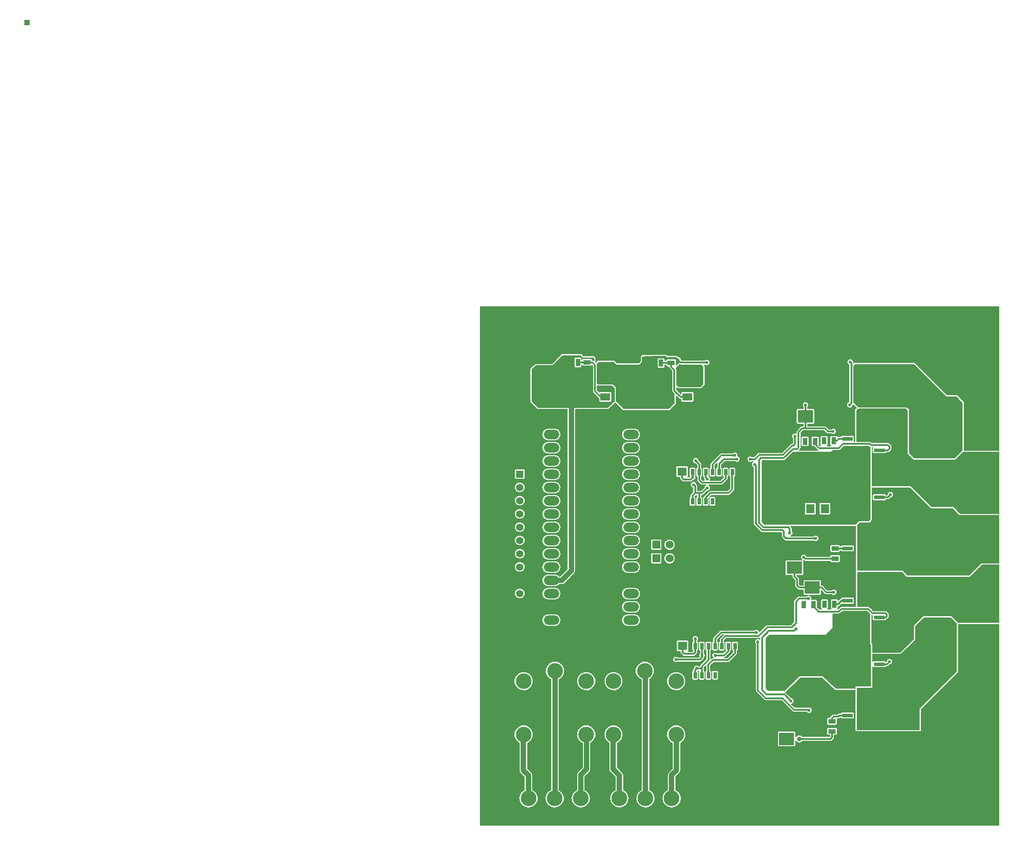
<source format=gtl>
G04 (created by PCBNEW (2013-07-07 BZR 4022)-stable) date 30/10/2014 17:58:33*
%MOIN*%
G04 Gerber Fmt 3.4, Leading zero omitted, Abs format*
%FSLAX34Y34*%
G01*
G70*
G90*
G04 APERTURE LIST*
%ADD10C,0.00590551*%
%ADD11R,0.0393701X0.0393701*%
%ADD12R,0.224409X0.216535*%
%ADD13R,0.0748031X0.0551181*%
%ADD14R,0.122047X0.165354*%
%ADD15R,0.0708661X0.19685*%
%ADD16R,0.0787402X0.0275591*%
%ADD17R,0.025X0.05*%
%ADD18R,0.055X0.035*%
%ADD19R,0.035X0.055*%
%ADD20R,0.06X0.06*%
%ADD21C,0.06*%
%ADD22C,0.11811*%
%ADD23R,0.0787402X0.173228*%
%ADD24R,0.173228X0.0787402*%
%ADD25R,0.114173X0.0944882*%
%ADD26R,0.0944882X0.114173*%
%ADD27R,0.071X0.063*%
%ADD28R,0.063X0.071*%
%ADD29O,0.11811X0.0708661*%
%ADD30O,0.11811X0.11811*%
%ADD31R,0.055X0.055*%
%ADD32C,0.055*%
%ADD33C,0.023622*%
%ADD34C,0.035*%
%ADD35C,0.011811*%
%ADD36C,0.0275591*%
%ADD37C,0.0393701*%
%ADD38C,0.00787402*%
G04 APERTURE END LIST*
G54D10*
G54D11*
X0Y0D03*
G54D12*
X41003Y-27322D03*
G54D13*
X43582Y-28228D03*
X43582Y-26417D03*
G54D12*
X47185Y-27322D03*
G54D13*
X49763Y-28228D03*
X49763Y-26417D03*
G54D14*
X63248Y-38897D03*
G54D15*
X64153Y-38897D03*
G54D16*
X61837Y-38147D03*
X61837Y-38647D03*
X61837Y-39147D03*
X61837Y-39647D03*
G54D14*
X62814Y-45590D03*
G54D15*
X61909Y-45590D03*
G54D16*
X64225Y-46340D03*
X64225Y-45840D03*
X64225Y-45340D03*
X64225Y-44840D03*
G54D14*
X63248Y-42834D03*
G54D15*
X64153Y-42834D03*
G54D16*
X61837Y-42084D03*
X61837Y-42584D03*
X61837Y-43084D03*
X61837Y-43584D03*
G54D14*
X62814Y-49133D03*
G54D15*
X61909Y-49133D03*
G54D16*
X64225Y-49883D03*
X64225Y-49383D03*
X64225Y-48883D03*
X64225Y-48383D03*
G54D14*
X63248Y-51496D03*
G54D15*
X64153Y-51496D03*
G54D16*
X61837Y-50746D03*
X61837Y-51246D03*
X61837Y-51746D03*
X61837Y-52246D03*
G54D14*
X62814Y-36535D03*
G54D15*
X61909Y-36535D03*
G54D16*
X64225Y-37285D03*
X64225Y-36785D03*
X64225Y-36285D03*
X64225Y-35785D03*
G54D14*
X63248Y-30629D03*
G54D15*
X64153Y-30629D03*
G54D16*
X61837Y-29879D03*
X61837Y-30379D03*
X61837Y-30879D03*
X61837Y-31379D03*
G54D14*
X62814Y-32992D03*
G54D15*
X61909Y-32992D03*
G54D16*
X64225Y-33742D03*
X64225Y-33242D03*
X64225Y-32742D03*
X64225Y-32242D03*
G54D17*
X50350Y-49210D03*
X50850Y-49210D03*
X51350Y-49210D03*
X51850Y-49210D03*
X52350Y-49210D03*
X52850Y-49210D03*
X53350Y-49210D03*
X53350Y-47010D03*
X52850Y-47010D03*
X52350Y-47010D03*
X51850Y-47010D03*
X51350Y-47010D03*
X50850Y-47010D03*
X50350Y-47010D03*
X50153Y-36100D03*
X50653Y-36100D03*
X51153Y-36100D03*
X51653Y-36100D03*
X52153Y-36100D03*
X52653Y-36100D03*
X53153Y-36100D03*
X53153Y-33900D03*
X52653Y-33900D03*
X52153Y-33900D03*
X51653Y-33900D03*
X51153Y-33900D03*
X50653Y-33900D03*
X50153Y-33900D03*
G54D18*
X42204Y-25611D03*
X42204Y-24861D03*
X60669Y-53445D03*
X60669Y-52695D03*
G54D19*
X60097Y-43858D03*
X60847Y-43858D03*
X58522Y-43897D03*
X59272Y-43897D03*
X40766Y-25629D03*
X41516Y-25629D03*
G54D18*
X48543Y-25650D03*
X48543Y-24900D03*
G54D19*
X47026Y-25669D03*
X47776Y-25669D03*
G54D18*
X60905Y-40414D03*
X60905Y-39664D03*
G54D19*
X60058Y-31535D03*
X60808Y-31535D03*
X58640Y-31574D03*
X59390Y-31574D03*
G54D20*
X47425Y-39370D03*
G54D21*
X48425Y-39370D03*
X49425Y-39370D03*
G54D20*
X47425Y-40393D03*
G54D21*
X48425Y-40393D03*
X49425Y-40393D03*
G54D22*
X39783Y-48877D03*
X42145Y-49665D03*
X42145Y-53681D03*
X37421Y-53681D03*
X37421Y-49665D03*
X46555Y-48877D03*
X48917Y-49665D03*
X48917Y-53681D03*
X44192Y-53681D03*
X44192Y-49665D03*
G54D23*
X56456Y-49370D03*
X56456Y-52204D03*
X56338Y-34370D03*
X56338Y-31535D03*
G54D24*
X63503Y-27165D03*
X60669Y-27165D03*
G54D23*
X56456Y-47322D03*
X56456Y-44488D03*
X56338Y-36496D03*
X56338Y-39330D03*
G54D25*
X57244Y-54015D03*
X55157Y-54015D03*
X59173Y-42598D03*
X57086Y-42598D03*
X58661Y-29685D03*
X56574Y-29685D03*
G54D26*
X45157Y-26968D03*
X45157Y-24881D03*
X38858Y-26968D03*
X38858Y-24881D03*
G54D25*
X57834Y-41102D03*
X55748Y-41102D03*
G54D27*
X49409Y-47006D03*
X49409Y-45906D03*
G54D28*
X59016Y-36653D03*
X60116Y-36653D03*
G54D27*
X49370Y-33857D03*
X49370Y-32757D03*
G54D29*
X45519Y-45055D03*
X45519Y-44055D03*
X45519Y-43055D03*
X45519Y-42055D03*
X45519Y-41055D03*
X45519Y-40055D03*
X45519Y-39055D03*
X45519Y-38055D03*
X45519Y-37055D03*
X45519Y-36055D03*
X45519Y-35055D03*
X45519Y-34055D03*
X45519Y-33055D03*
X45519Y-32055D03*
X45519Y-31055D03*
X39519Y-31055D03*
X39519Y-32055D03*
X39519Y-33055D03*
X39519Y-34055D03*
X39519Y-35055D03*
X39519Y-36055D03*
X39519Y-37055D03*
X39519Y-38055D03*
X39519Y-39055D03*
X39519Y-40055D03*
X39519Y-41055D03*
X39519Y-42055D03*
X39519Y-43055D03*
X39519Y-44055D03*
X39519Y-45055D03*
G54D22*
X72598Y-26023D03*
X72598Y-27603D03*
X68598Y-30023D03*
X68598Y-31603D03*
X72598Y-34023D03*
X72598Y-35603D03*
X68598Y-38023D03*
X68598Y-39603D03*
X72588Y-42023D03*
X72593Y-43603D03*
X68598Y-46023D03*
X68598Y-47603D03*
G54D30*
X44645Y-58503D03*
X46614Y-58503D03*
X48582Y-58503D03*
X37795Y-58503D03*
X39763Y-58503D03*
X41732Y-58503D03*
G54D31*
X37135Y-34045D03*
G54D32*
X37135Y-35045D03*
X37135Y-36045D03*
X37135Y-37045D03*
X37135Y-38045D03*
X37135Y-39045D03*
X37135Y-40045D03*
X37135Y-41045D03*
X37135Y-42045D03*
X37135Y-43045D03*
G54D33*
X64133Y-29842D03*
X64133Y-30275D03*
X64133Y-30629D03*
X64133Y-31023D03*
X64133Y-31417D03*
X63622Y-30039D03*
X63622Y-30433D03*
X63622Y-30826D03*
X63622Y-31220D03*
X63228Y-31220D03*
X63228Y-30826D03*
X63228Y-30433D03*
X63228Y-30039D03*
X62834Y-30039D03*
X62834Y-30433D03*
X62834Y-30826D03*
X62834Y-31220D03*
X60118Y-36653D03*
X64133Y-38897D03*
X64133Y-38503D03*
X64133Y-39291D03*
X64133Y-39685D03*
X64133Y-38110D03*
X63622Y-38307D03*
X63622Y-38700D03*
X63622Y-39094D03*
X63622Y-39488D03*
X63228Y-39488D03*
X63228Y-39094D03*
X63228Y-38700D03*
X63228Y-38307D03*
X62834Y-38307D03*
X62834Y-38700D03*
X62834Y-39094D03*
X62834Y-39488D03*
X50236Y-34842D03*
X51259Y-34409D03*
X51259Y-35078D03*
X50393Y-33031D03*
X63228Y-43425D03*
X64173Y-42834D03*
X64173Y-43622D03*
X64173Y-43228D03*
X64173Y-42440D03*
X64173Y-42047D03*
X63622Y-42204D03*
X63622Y-42637D03*
X63622Y-43031D03*
X63622Y-43425D03*
X63228Y-43031D03*
X63228Y-42637D03*
X63228Y-42244D03*
X62834Y-42244D03*
X62834Y-42637D03*
X62834Y-43031D03*
X62834Y-43425D03*
X62834Y-52992D03*
X66889Y-53031D03*
X67086Y-51614D03*
X69842Y-48976D03*
X69842Y-45433D03*
X69527Y-45039D03*
X67716Y-45078D03*
X67125Y-45590D03*
X67165Y-46653D03*
X65984Y-47795D03*
X63897Y-47834D03*
X65314Y-48543D03*
X64763Y-50590D03*
X64763Y-50944D03*
X64763Y-51299D03*
X64763Y-51653D03*
X64763Y-52086D03*
X64763Y-52519D03*
X64409Y-50275D03*
X64015Y-50275D03*
X62834Y-52086D03*
X63622Y-50472D03*
X65275Y-48897D03*
X65236Y-49370D03*
X65236Y-49921D03*
X64921Y-50157D03*
X64921Y-49645D03*
X64921Y-49133D03*
X64921Y-48700D03*
X64133Y-52283D03*
X64133Y-51889D03*
X64133Y-51496D03*
X64133Y-51062D03*
X64133Y-50708D03*
X63622Y-50905D03*
X63622Y-51299D03*
X63622Y-51692D03*
X63622Y-52086D03*
X63228Y-52086D03*
X63228Y-51692D03*
X63228Y-51299D03*
X63228Y-50905D03*
X62834Y-50905D03*
X62834Y-51299D03*
X62834Y-51692D03*
X50472Y-48700D03*
X48897Y-48031D03*
X50866Y-47716D03*
X51850Y-47716D03*
X43582Y-26417D03*
X62047Y-25590D03*
X62007Y-28818D03*
X58661Y-28818D03*
X51220Y-25629D03*
X57480Y-38503D03*
X57952Y-45708D03*
X57559Y-51141D03*
X60748Y-30826D03*
X57834Y-41102D03*
X60787Y-42952D03*
X57244Y-53976D03*
X50157Y-34291D03*
X50354Y-46456D03*
X41023Y-27322D03*
X56417Y-52165D03*
X59448Y-41574D03*
X59212Y-41102D03*
X59448Y-29881D03*
X60000Y-29803D03*
X60157Y-29173D03*
X60748Y-29173D03*
X60748Y-29724D03*
X56338Y-39330D03*
X61850Y-38110D03*
X61456Y-52716D03*
X61850Y-52716D03*
X61850Y-51771D03*
X61850Y-51220D03*
X61850Y-50748D03*
X60787Y-41299D03*
X60787Y-41850D03*
X61850Y-29409D03*
X61850Y-29881D03*
X61850Y-30354D03*
X61850Y-30866D03*
X61850Y-41102D03*
X61850Y-40551D03*
X61850Y-40039D03*
X61102Y-39133D03*
X61850Y-39133D03*
X61850Y-38661D03*
X61850Y-41692D03*
X61850Y-42086D03*
X61850Y-42598D03*
X61850Y-43070D03*
X59094Y-39212D03*
X58622Y-31574D03*
X60039Y-31496D03*
X59015Y-36692D03*
X57874Y-31181D03*
X53503Y-32913D03*
X54488Y-32913D03*
X54842Y-33307D03*
X59448Y-38897D03*
X53346Y-32637D03*
X65078Y-35590D03*
X58543Y-40314D03*
X58503Y-43897D03*
X60097Y-43858D03*
X58897Y-43425D03*
X54960Y-45984D03*
X55078Y-46692D03*
X58937Y-51850D03*
X65000Y-48188D03*
G54D34*
X58188Y-54015D03*
G54D33*
X63503Y-27165D03*
X63976Y-27165D03*
X62992Y-27165D03*
X62440Y-25944D03*
X66811Y-25905D03*
X69212Y-28307D03*
X70000Y-28346D03*
X70393Y-28740D03*
X70354Y-32204D03*
X69842Y-32716D03*
X66929Y-32716D03*
X66653Y-32401D03*
X66535Y-28976D03*
X62559Y-28661D03*
X49763Y-26929D03*
X50393Y-26456D03*
X50787Y-25944D03*
X50748Y-27244D03*
X49133Y-27244D03*
X49173Y-25984D03*
X63267Y-34133D03*
X61220Y-32401D03*
X61220Y-32874D03*
X61220Y-33346D03*
X61220Y-33779D03*
X61220Y-34291D03*
X61850Y-34291D03*
X62559Y-34173D03*
X63267Y-35393D03*
X62716Y-35393D03*
X62204Y-35275D03*
X61653Y-35275D03*
X61259Y-35629D03*
X61259Y-36062D03*
X61259Y-36496D03*
X61259Y-36929D03*
X61259Y-37362D03*
X57637Y-32755D03*
X57637Y-33346D03*
X57637Y-34724D03*
X57637Y-35984D03*
X57637Y-37598D03*
X55708Y-33188D03*
X55669Y-33661D03*
X55669Y-34291D03*
X55669Y-34881D03*
X55669Y-35472D03*
X55669Y-36102D03*
X55669Y-36692D03*
X55669Y-37362D03*
X55944Y-37677D03*
X56496Y-37677D03*
X56968Y-37677D03*
X57283Y-37362D03*
X57283Y-36968D03*
X57283Y-36614D03*
X57283Y-36220D03*
X57283Y-35826D03*
X57283Y-35433D03*
X57283Y-35000D03*
X57283Y-34606D03*
X57283Y-34212D03*
X57283Y-33779D03*
X57283Y-33307D03*
X56929Y-33149D03*
X56456Y-33149D03*
X63228Y-33582D03*
X63228Y-33188D03*
X63228Y-32795D03*
X63228Y-32401D03*
X62834Y-32401D03*
X62834Y-32795D03*
X62834Y-33188D03*
X62834Y-33582D03*
X62440Y-33582D03*
X62440Y-33188D03*
X62440Y-32795D03*
X62440Y-32401D03*
X61929Y-32204D03*
X61929Y-32559D03*
X61929Y-32992D03*
X61929Y-33385D03*
X61929Y-33779D03*
X61929Y-36102D03*
X61929Y-35748D03*
X61929Y-36535D03*
X61929Y-36929D03*
X61929Y-37322D03*
X62440Y-35944D03*
X62440Y-36338D03*
X62440Y-36732D03*
X62440Y-37125D03*
X62834Y-37125D03*
X62834Y-36732D03*
X62834Y-36338D03*
X62834Y-35944D03*
X63228Y-35944D03*
X63228Y-36338D03*
X63228Y-36732D03*
X63228Y-37125D03*
X61299Y-44921D03*
X61299Y-45354D03*
X61299Y-45787D03*
X61299Y-46181D03*
X61299Y-46574D03*
X61692Y-46889D03*
X62244Y-46889D03*
X62637Y-46732D03*
X63267Y-46732D03*
X63188Y-48031D03*
X62598Y-48031D03*
X62125Y-47874D03*
X61653Y-47874D03*
X61299Y-48070D03*
X61299Y-48543D03*
X61299Y-49015D03*
X61299Y-49488D03*
X61299Y-49960D03*
X57519Y-49527D03*
X57519Y-48818D03*
X57519Y-47952D03*
X57480Y-47007D03*
X55905Y-46535D03*
X55944Y-48070D03*
X55944Y-48661D03*
X55944Y-49960D03*
X56456Y-49881D03*
X56456Y-48818D03*
X56456Y-47795D03*
X56456Y-46850D03*
X57165Y-46535D03*
X57165Y-47480D03*
X57165Y-48385D03*
X57165Y-49212D03*
X57165Y-49881D03*
X61929Y-46377D03*
X61929Y-45984D03*
X61929Y-45590D03*
X61929Y-45196D03*
X61929Y-44803D03*
X62440Y-45000D03*
X62440Y-45393D03*
X62440Y-45787D03*
X62440Y-46181D03*
X62834Y-46181D03*
X62834Y-45787D03*
X62834Y-45393D03*
X62834Y-45000D03*
X63228Y-44960D03*
X63228Y-45393D03*
X63228Y-45787D03*
X63228Y-46181D03*
X61929Y-49960D03*
X61929Y-49488D03*
X61929Y-49094D03*
X61929Y-48740D03*
X61929Y-48346D03*
X62440Y-48543D03*
X62440Y-48937D03*
X62440Y-49330D03*
X62440Y-49724D03*
X62834Y-49724D03*
X62834Y-49330D03*
X62834Y-48937D03*
X62834Y-48543D03*
X63228Y-48543D03*
X63228Y-48937D03*
X63228Y-49330D03*
X63228Y-49724D03*
G54D35*
X63248Y-30629D02*
X63248Y-30807D01*
X64094Y-30236D02*
X64133Y-29842D01*
X64133Y-30275D02*
X64094Y-30236D01*
X64133Y-31023D02*
X64133Y-30629D01*
X64133Y-30669D02*
X64133Y-31417D01*
X63622Y-30039D02*
X64133Y-30669D01*
X63622Y-30826D02*
X63622Y-30433D01*
X63228Y-31220D02*
X63622Y-31220D01*
X63228Y-30433D02*
X63228Y-30826D01*
X62834Y-30039D02*
X63228Y-30039D01*
X62834Y-30826D02*
X62834Y-30433D01*
X63248Y-30807D02*
X62834Y-31220D01*
X60118Y-36653D02*
X60116Y-36653D01*
X63248Y-38897D02*
X63248Y-39114D01*
X64133Y-38503D02*
X64133Y-38897D01*
X64133Y-39685D02*
X64133Y-39291D01*
X63818Y-38110D02*
X64133Y-38110D01*
X63622Y-38307D02*
X63818Y-38110D01*
X63622Y-39094D02*
X63622Y-38700D01*
X63228Y-39488D02*
X63622Y-39488D01*
X63228Y-38700D02*
X63228Y-39094D01*
X62874Y-38267D02*
X63228Y-38307D01*
X62834Y-38307D02*
X62874Y-38267D01*
X62834Y-39094D02*
X62834Y-38700D01*
X63248Y-39114D02*
X62834Y-39488D01*
X50354Y-34960D02*
X50354Y-35472D01*
X50236Y-34842D02*
X50354Y-34960D01*
X51141Y-35196D02*
X51259Y-35078D01*
X50669Y-35472D02*
X50866Y-35472D01*
X50866Y-35472D02*
X51141Y-35196D01*
X51141Y-34291D02*
X51141Y-33937D01*
X51259Y-34409D02*
X51141Y-34291D01*
X51141Y-33937D02*
X51153Y-33900D01*
X50653Y-36100D02*
X50653Y-35488D01*
X50653Y-35488D02*
X50669Y-35472D01*
X50153Y-36100D02*
X50153Y-35673D01*
X51141Y-33937D02*
X51153Y-33900D01*
X50354Y-35472D02*
X50669Y-35472D01*
X50153Y-35673D02*
X50354Y-35472D01*
X52653Y-33900D02*
X52653Y-34354D01*
X50669Y-33937D02*
X50653Y-33900D01*
X50669Y-34488D02*
X50669Y-33937D01*
X50866Y-34685D02*
X50669Y-34488D01*
X52322Y-34685D02*
X50866Y-34685D01*
X52653Y-34354D02*
X52322Y-34685D01*
X50669Y-33897D02*
X50653Y-33900D01*
X50669Y-33307D02*
X50669Y-33897D01*
X50393Y-33031D02*
X50669Y-33307D01*
X63248Y-43011D02*
X62834Y-43425D01*
X62834Y-52992D02*
X62874Y-53031D01*
X62874Y-53031D02*
X66889Y-53031D01*
X67086Y-51614D02*
X69724Y-48976D01*
X69724Y-48976D02*
X69842Y-48976D01*
X69842Y-45433D02*
X69527Y-45118D01*
X69527Y-45118D02*
X69527Y-45039D01*
X67716Y-45078D02*
X67204Y-45590D01*
X67204Y-45590D02*
X67125Y-45590D01*
X67165Y-46653D02*
X66023Y-47795D01*
X66023Y-47795D02*
X65984Y-47795D01*
X63897Y-47834D02*
X65393Y-47834D01*
X65393Y-47834D02*
X65314Y-47913D01*
X65314Y-47913D02*
X65314Y-48543D01*
X64763Y-50590D02*
X64763Y-50944D01*
X64763Y-51299D02*
X64763Y-51653D01*
X64763Y-52086D02*
X64763Y-52519D01*
X64409Y-50275D02*
X64015Y-50275D01*
X63248Y-51673D02*
X62834Y-52086D01*
X63976Y-50275D02*
X64015Y-50275D01*
X63818Y-50275D02*
X63976Y-50275D01*
X63622Y-50472D02*
X63818Y-50275D01*
X64225Y-48883D02*
X64738Y-48883D01*
X65275Y-49330D02*
X65275Y-48897D01*
X65236Y-49370D02*
X65275Y-49330D01*
X65157Y-49921D02*
X65236Y-49921D01*
X64921Y-50157D02*
X65157Y-49921D01*
X64921Y-49133D02*
X64921Y-49645D01*
X64738Y-48883D02*
X64921Y-48700D01*
X64133Y-50787D02*
X64133Y-50708D01*
X64015Y-50905D02*
X64133Y-50787D01*
X63622Y-50905D02*
X64015Y-50905D01*
X63228Y-52086D02*
X63622Y-52086D01*
X62834Y-50905D02*
X63228Y-50905D01*
G54D36*
X64291Y-49881D02*
X64225Y-49883D01*
G54D35*
X50350Y-49210D02*
X50350Y-48822D01*
X50472Y-48700D02*
X50866Y-48700D01*
X50350Y-48822D02*
X50472Y-48700D01*
X51350Y-47010D02*
X51350Y-48059D01*
X50866Y-49251D02*
X50850Y-49210D01*
X50866Y-48543D02*
X50866Y-48700D01*
X50866Y-48700D02*
X50866Y-49251D01*
X51350Y-48059D02*
X50866Y-48543D01*
X50866Y-47874D02*
X50866Y-47716D01*
X50708Y-48031D02*
X50866Y-47874D01*
X48897Y-48031D02*
X50708Y-48031D01*
X52850Y-47010D02*
X52850Y-47385D01*
X50866Y-47047D02*
X50850Y-47010D01*
X50866Y-47716D02*
X50866Y-47047D01*
X52519Y-47716D02*
X51850Y-47716D01*
X52850Y-47385D02*
X52519Y-47716D01*
X49173Y-25551D02*
X49251Y-25629D01*
X47026Y-25335D02*
X47165Y-25196D01*
X47165Y-25196D02*
X48110Y-25196D01*
X48110Y-25196D02*
X48188Y-25275D01*
X48188Y-25275D02*
X48897Y-25275D01*
X48897Y-25275D02*
X49173Y-25551D01*
X62047Y-25590D02*
X62125Y-25669D01*
X62125Y-25669D02*
X62125Y-28700D01*
X62125Y-28700D02*
X62007Y-28818D01*
X58661Y-29685D02*
X58661Y-28818D01*
X47026Y-25335D02*
X47026Y-25669D01*
X49251Y-25629D02*
X51220Y-25629D01*
X58661Y-29685D02*
X58661Y-30590D01*
X58858Y-30590D02*
X58661Y-30590D01*
X58661Y-30590D02*
X58425Y-30590D01*
X58149Y-30866D02*
X58425Y-30590D01*
X58149Y-32047D02*
X58149Y-30866D01*
X58031Y-32165D02*
X58149Y-32047D01*
X57716Y-32165D02*
X58031Y-32165D01*
X57047Y-32834D02*
X57716Y-32165D01*
X55314Y-32834D02*
X57047Y-32834D01*
X55157Y-32992D02*
X55314Y-32834D01*
X55157Y-37716D02*
X55157Y-32992D01*
X55511Y-38070D02*
X55157Y-37716D01*
X57401Y-38070D02*
X55511Y-38070D01*
X57480Y-38149D02*
X57401Y-38070D01*
X57480Y-38503D02*
X57480Y-38149D01*
X58346Y-42598D02*
X58188Y-42598D01*
X57834Y-41771D02*
X57834Y-41141D01*
X57834Y-41102D02*
X57834Y-41141D01*
X58346Y-42598D02*
X59173Y-42598D01*
X58031Y-41968D02*
X57834Y-41771D01*
X58031Y-42440D02*
X58031Y-41968D01*
X58188Y-42598D02*
X58031Y-42440D01*
X57086Y-50669D02*
X57559Y-51141D01*
X55748Y-50669D02*
X57086Y-50669D01*
X55393Y-50314D02*
X55748Y-50669D01*
X55393Y-46377D02*
X55393Y-50314D01*
X55905Y-45866D02*
X55393Y-46377D01*
X57795Y-45866D02*
X55905Y-45866D01*
X57952Y-45708D02*
X57795Y-45866D01*
X60748Y-30826D02*
X60354Y-30826D01*
X60354Y-30826D02*
X60118Y-30590D01*
X60118Y-30590D02*
X58858Y-30590D01*
X58858Y-30590D02*
X58858Y-30590D01*
X58661Y-29763D02*
X58661Y-29685D01*
X59173Y-42598D02*
X59881Y-42598D01*
X60236Y-42952D02*
X60787Y-42952D01*
X59881Y-42598D02*
X60236Y-42952D01*
X57244Y-53976D02*
X57244Y-54015D01*
X48425Y-39370D02*
X48425Y-39330D01*
X48425Y-39330D02*
X48425Y-39370D01*
G54D37*
X39519Y-42055D02*
X40307Y-42055D01*
X41023Y-41338D02*
X41023Y-27322D01*
X40307Y-42055D02*
X41023Y-41338D01*
X41023Y-27322D02*
X41003Y-27322D01*
G54D35*
X50157Y-34291D02*
X50153Y-34291D01*
X50354Y-47007D02*
X50350Y-47010D01*
X50354Y-46456D02*
X50354Y-47007D01*
G54D37*
X41003Y-27322D02*
X41023Y-27322D01*
G54D35*
X50350Y-47010D02*
X50350Y-47484D01*
X50350Y-47484D02*
X50236Y-47598D01*
X50236Y-47598D02*
X49527Y-47598D01*
X49527Y-47598D02*
X49409Y-47480D01*
X49409Y-47480D02*
X49409Y-47007D01*
X49409Y-47007D02*
X49409Y-47006D01*
X50153Y-33900D02*
X50153Y-34291D01*
X50153Y-34291D02*
X50153Y-34295D01*
X50153Y-34295D02*
X50000Y-34448D01*
X50000Y-34448D02*
X49488Y-34448D01*
X49488Y-34448D02*
X49370Y-34330D01*
X49370Y-34330D02*
X49370Y-33858D01*
X49370Y-33858D02*
X49370Y-33857D01*
X56417Y-52165D02*
X56456Y-52204D01*
X59448Y-41338D02*
X59448Y-41574D01*
X59212Y-41102D02*
X59448Y-41338D01*
X60000Y-29330D02*
X60000Y-29803D01*
X60157Y-29173D02*
X60000Y-29330D01*
X60748Y-29724D02*
X60748Y-29173D01*
X61837Y-38647D02*
X61837Y-38122D01*
X61837Y-38122D02*
X61850Y-38110D01*
X61837Y-51246D02*
X61837Y-51759D01*
X61850Y-52716D02*
X61456Y-52716D01*
X61837Y-51759D02*
X61850Y-51771D01*
X61837Y-50746D02*
X61848Y-50746D01*
X61850Y-51220D02*
X61837Y-51246D01*
X61848Y-50746D02*
X61850Y-50748D01*
X60787Y-41850D02*
X60787Y-41299D01*
X61837Y-30879D02*
X61837Y-30878D01*
X61850Y-30354D02*
X61850Y-29881D01*
X61837Y-30878D02*
X61850Y-30866D01*
X61850Y-40039D02*
X61850Y-40551D01*
X61837Y-38647D02*
X61837Y-38648D01*
X61850Y-39133D02*
X61102Y-39133D01*
X61837Y-38648D02*
X61850Y-38661D01*
X61837Y-43084D02*
X61837Y-43083D01*
X61850Y-42598D02*
X61850Y-42086D01*
X61837Y-43083D02*
X61850Y-43070D01*
G54D37*
X39783Y-48877D02*
X39783Y-58523D01*
X39763Y-58543D02*
X39763Y-58503D01*
X39783Y-58523D02*
X39763Y-58543D01*
X46614Y-58503D02*
X46614Y-48937D01*
X46535Y-48858D02*
X46555Y-48877D01*
X46614Y-48937D02*
X46535Y-48858D01*
G54D35*
X42204Y-25611D02*
X41554Y-25611D01*
X41535Y-25629D02*
X41516Y-25629D01*
X41554Y-25611D02*
X41535Y-25629D01*
X43582Y-28228D02*
X43228Y-28228D01*
X42204Y-25629D02*
X42204Y-25611D01*
X42598Y-25629D02*
X42204Y-25629D01*
X42795Y-25826D02*
X42598Y-25629D01*
X42795Y-27795D02*
X42795Y-25826D01*
X43228Y-28228D02*
X42795Y-27795D01*
X48543Y-25650D02*
X47853Y-25650D01*
X47834Y-25669D02*
X47776Y-25669D01*
X47853Y-25650D02*
X47834Y-25669D01*
X49763Y-28228D02*
X49251Y-28228D01*
X48543Y-25669D02*
X48543Y-25650D01*
X48543Y-25944D02*
X48543Y-25669D01*
X48779Y-26181D02*
X48543Y-25944D01*
X48779Y-27755D02*
X48779Y-26181D01*
X49251Y-28228D02*
X48779Y-27755D01*
G54D37*
X44645Y-58503D02*
X44645Y-56771D01*
X44173Y-53700D02*
X44192Y-53681D01*
X44173Y-56299D02*
X44173Y-53700D01*
X44645Y-56771D02*
X44173Y-56299D01*
G54D35*
X58622Y-31574D02*
X58640Y-31574D01*
G54D37*
X48582Y-58503D02*
X48582Y-56732D01*
X48937Y-53661D02*
X48917Y-53681D01*
X48937Y-56377D02*
X48937Y-53661D01*
X48582Y-56732D02*
X48937Y-56377D01*
G54D35*
X60039Y-31496D02*
X60058Y-31535D01*
X59015Y-36692D02*
X59016Y-36653D01*
X54881Y-32913D02*
X54488Y-32913D01*
X55196Y-32598D02*
X54881Y-32913D01*
X52519Y-32913D02*
X52165Y-33267D01*
X52165Y-33267D02*
X52165Y-33937D01*
X52153Y-33900D02*
X52165Y-33937D01*
X56968Y-32598D02*
X55354Y-32598D01*
X57677Y-31889D02*
X56968Y-32598D01*
X57755Y-31889D02*
X57677Y-31889D01*
X57874Y-31771D02*
X57755Y-31889D01*
X57874Y-31181D02*
X57874Y-31771D01*
X55354Y-32598D02*
X55196Y-32598D01*
X53503Y-32913D02*
X52519Y-32913D01*
X54921Y-33385D02*
X54842Y-33307D01*
X54921Y-33543D02*
X54921Y-37795D01*
X55393Y-38267D02*
X54921Y-37795D01*
X56929Y-38267D02*
X55393Y-38267D01*
X57047Y-38385D02*
X56929Y-38267D01*
X57047Y-38740D02*
X57047Y-38385D01*
X57204Y-38897D02*
X57047Y-38740D01*
X59448Y-38897D02*
X57204Y-38897D01*
X54921Y-33543D02*
X54921Y-33385D01*
X51653Y-33307D02*
X51653Y-33346D01*
X52322Y-32637D02*
X51653Y-33307D01*
X52401Y-32637D02*
X52322Y-32637D01*
X53346Y-32637D02*
X52401Y-32637D01*
X51653Y-33897D02*
X51653Y-33900D01*
X51653Y-33346D02*
X51653Y-33897D01*
X59390Y-31574D02*
X59390Y-31792D01*
X64212Y-32244D02*
X64225Y-32242D01*
X64881Y-32244D02*
X64212Y-32244D01*
X65000Y-32125D02*
X64881Y-32244D01*
X65000Y-31968D02*
X65000Y-32125D01*
X64881Y-31850D02*
X65000Y-31968D01*
X63622Y-31850D02*
X64881Y-31850D01*
X63543Y-31771D02*
X63622Y-31850D01*
X61496Y-31771D02*
X63543Y-31771D01*
X61181Y-32086D02*
X61496Y-31771D01*
X59685Y-32086D02*
X61181Y-32086D01*
X59390Y-31792D02*
X59685Y-32086D01*
X60808Y-31535D02*
X61023Y-31535D01*
X61811Y-31377D02*
X61837Y-31379D01*
X61181Y-31377D02*
X61811Y-31377D01*
X61023Y-31535D02*
X61181Y-31377D01*
X64225Y-35785D02*
X64883Y-35785D01*
X64883Y-35785D02*
X65078Y-35590D01*
X60866Y-40433D02*
X60905Y-40414D01*
X58661Y-40433D02*
X60866Y-40433D01*
X58543Y-40314D02*
X58661Y-40433D01*
X61837Y-39647D02*
X60946Y-39647D01*
X60944Y-39645D02*
X60905Y-39664D01*
X60946Y-39647D02*
X60944Y-39645D01*
G54D37*
X41732Y-58503D02*
X41732Y-56732D01*
X42204Y-53700D02*
X42145Y-53681D01*
X42165Y-56299D02*
X42165Y-53700D01*
X41732Y-56732D02*
X42165Y-56299D01*
G54D35*
X51153Y-36100D02*
X51153Y-35814D01*
X53149Y-33897D02*
X53153Y-33900D01*
X53149Y-35196D02*
X53149Y-33897D01*
X52874Y-35472D02*
X53149Y-35196D01*
X51496Y-35472D02*
X52874Y-35472D01*
X51153Y-35814D02*
X51496Y-35472D01*
X58503Y-43897D02*
X58522Y-43897D01*
G54D37*
X37795Y-58503D02*
X37795Y-56771D01*
X37401Y-53700D02*
X37421Y-53681D01*
X37401Y-56377D02*
X37401Y-53700D01*
X37795Y-56771D02*
X37401Y-56377D01*
G54D35*
X52362Y-47007D02*
X52350Y-47010D01*
X52362Y-46535D02*
X52362Y-47007D01*
X52637Y-46259D02*
X52362Y-46535D01*
X55118Y-46259D02*
X52637Y-46259D01*
X55787Y-45590D02*
X55118Y-46259D01*
X57637Y-45590D02*
X55787Y-45590D01*
X57952Y-45275D02*
X57637Y-45590D01*
X57952Y-43661D02*
X57952Y-45275D01*
X58188Y-43425D02*
X57952Y-43661D01*
X58897Y-43425D02*
X58188Y-43425D01*
X51850Y-47007D02*
X51850Y-47010D01*
X51850Y-46456D02*
X51850Y-47007D01*
X52322Y-45984D02*
X51850Y-46456D01*
X54960Y-45984D02*
X52322Y-45984D01*
X55078Y-50354D02*
X55078Y-46692D01*
X55669Y-50944D02*
X55078Y-50354D01*
X56929Y-50944D02*
X55669Y-50944D01*
X57795Y-51811D02*
X56929Y-50944D01*
X58897Y-51811D02*
X57795Y-51811D01*
X58937Y-51850D02*
X58897Y-51811D01*
X59272Y-43897D02*
X59272Y-44036D01*
X59272Y-44036D02*
X59566Y-44330D01*
X64225Y-44840D02*
X64726Y-44840D01*
X59645Y-44409D02*
X59566Y-44330D01*
X59566Y-44330D02*
X59488Y-44251D01*
X61181Y-44409D02*
X59645Y-44409D01*
X61377Y-44212D02*
X61181Y-44409D01*
X63385Y-44212D02*
X61377Y-44212D01*
X63700Y-44527D02*
X63385Y-44212D01*
X64685Y-44527D02*
X63700Y-44527D01*
X64803Y-44645D02*
X64685Y-44527D01*
X64803Y-44763D02*
X64803Y-44645D01*
X64726Y-44840D02*
X64803Y-44763D01*
X61837Y-43584D02*
X61375Y-43584D01*
X61141Y-43858D02*
X60847Y-43858D01*
X61220Y-43779D02*
X61141Y-43858D01*
X61220Y-43740D02*
X61220Y-43779D01*
X61375Y-43584D02*
X61220Y-43740D01*
X65000Y-48188D02*
X64805Y-48383D01*
X64805Y-48383D02*
X64225Y-48383D01*
X60669Y-53897D02*
X60669Y-53445D01*
X60551Y-54015D02*
X60669Y-53897D01*
X58188Y-54015D02*
X60551Y-54015D01*
X60669Y-52695D02*
X60669Y-52440D01*
X61218Y-52246D02*
X61837Y-52246D01*
X61141Y-52322D02*
X61218Y-52246D01*
X60787Y-52322D02*
X61141Y-52322D01*
X60669Y-52440D02*
X60787Y-52322D01*
X53350Y-47010D02*
X53350Y-47555D01*
X51338Y-49212D02*
X51350Y-49210D01*
X51338Y-48425D02*
X51338Y-49212D01*
X51692Y-48070D02*
X51338Y-48425D01*
X52834Y-48070D02*
X51692Y-48070D01*
X53350Y-47555D02*
X52834Y-48070D01*
X63976Y-27165D02*
X63503Y-27165D01*
X62992Y-26496D02*
X62992Y-27165D01*
X62440Y-25944D02*
X62992Y-26496D01*
X69212Y-28307D02*
X66811Y-25905D01*
X70393Y-28740D02*
X70000Y-28346D01*
X69842Y-32716D02*
X70354Y-32204D01*
X66929Y-32677D02*
X66929Y-32716D01*
X66653Y-32401D02*
X66929Y-32677D01*
X66259Y-28700D02*
X66535Y-28976D01*
X62598Y-28700D02*
X66259Y-28700D01*
X62559Y-28661D02*
X62598Y-28700D01*
X49763Y-26417D02*
X49606Y-26417D01*
X50393Y-26338D02*
X50393Y-26456D01*
X50787Y-25944D02*
X50393Y-26338D01*
X49133Y-27244D02*
X50748Y-27244D01*
X49606Y-26417D02*
X49173Y-25984D01*
X49763Y-26417D02*
X49763Y-26456D01*
X61811Y-32992D02*
X61220Y-32401D01*
X61220Y-32874D02*
X61220Y-33346D01*
X61220Y-33779D02*
X61220Y-34291D01*
X61850Y-34291D02*
X61968Y-34173D01*
X61968Y-34173D02*
X62559Y-34173D01*
X61811Y-32992D02*
X61909Y-32992D01*
X62322Y-35393D02*
X62716Y-35393D01*
X62204Y-35275D02*
X62322Y-35393D01*
X61614Y-35275D02*
X61653Y-35275D01*
X61259Y-35629D02*
X61614Y-35275D01*
X61259Y-36496D02*
X61259Y-36062D01*
X61259Y-37362D02*
X61259Y-36929D01*
X56338Y-36496D02*
X56535Y-36496D01*
X57637Y-33346D02*
X57637Y-32755D01*
X57637Y-35984D02*
X57637Y-34724D01*
X56535Y-36496D02*
X57637Y-37598D01*
X56338Y-34370D02*
X56338Y-33818D01*
X56338Y-33818D02*
X55708Y-33188D01*
X55669Y-33661D02*
X55669Y-34291D01*
X55669Y-34881D02*
X55669Y-35472D01*
X55669Y-36102D02*
X55669Y-36692D01*
X55669Y-37362D02*
X55944Y-37637D01*
X55944Y-37637D02*
X55944Y-37677D01*
X56496Y-37677D02*
X56968Y-37677D01*
X57283Y-37362D02*
X57283Y-36968D01*
X57283Y-36614D02*
X57283Y-36220D01*
X57283Y-35826D02*
X57283Y-35433D01*
X57283Y-35000D02*
X57283Y-34606D01*
X57283Y-34212D02*
X57283Y-33779D01*
X57283Y-33307D02*
X57125Y-33149D01*
X57125Y-33149D02*
X56929Y-33149D01*
X56456Y-33149D02*
X56417Y-33188D01*
X56417Y-33188D02*
X55708Y-33188D01*
X61909Y-32992D02*
X61909Y-33759D01*
X63228Y-33188D02*
X63228Y-33582D01*
X63228Y-32401D02*
X63228Y-32795D01*
X62834Y-32795D02*
X62834Y-32401D01*
X62834Y-33582D02*
X62834Y-33188D01*
X62440Y-33188D02*
X62440Y-33582D01*
X62440Y-32401D02*
X62440Y-32795D01*
X61929Y-32559D02*
X61929Y-32204D01*
X61929Y-33385D02*
X61929Y-32992D01*
X61909Y-33759D02*
X61929Y-33779D01*
X62814Y-36535D02*
X62814Y-36712D01*
X61929Y-35748D02*
X61929Y-36102D01*
X61929Y-36929D02*
X61929Y-36535D01*
X61929Y-36614D02*
X61929Y-37322D01*
X62440Y-35944D02*
X61929Y-36614D01*
X62440Y-36732D02*
X62440Y-36338D01*
X62834Y-37125D02*
X62440Y-37125D01*
X62834Y-36338D02*
X62834Y-36732D01*
X63228Y-35944D02*
X62834Y-35944D01*
X63228Y-36732D02*
X63228Y-36338D01*
X62814Y-36712D02*
X63228Y-37125D01*
X56456Y-49370D02*
X56653Y-49370D01*
X61299Y-45354D02*
X61299Y-44921D01*
X61299Y-46181D02*
X61299Y-45787D01*
X61299Y-46811D02*
X61299Y-46574D01*
X61377Y-46889D02*
X61299Y-46811D01*
X61692Y-46889D02*
X61377Y-46889D01*
X62480Y-46889D02*
X62244Y-46889D01*
X62637Y-46732D02*
X62480Y-46889D01*
X63267Y-47952D02*
X63267Y-46732D01*
X63188Y-48031D02*
X63267Y-47952D01*
X62598Y-47952D02*
X62598Y-48031D01*
X62519Y-47874D02*
X62598Y-47952D01*
X62125Y-47874D02*
X62519Y-47874D01*
X61496Y-47874D02*
X61653Y-47874D01*
X61299Y-48070D02*
X61496Y-47874D01*
X61299Y-49015D02*
X61299Y-48543D01*
X61299Y-49960D02*
X61299Y-49488D01*
X57519Y-48818D02*
X57519Y-49527D01*
X57519Y-47047D02*
X57519Y-47952D01*
X57480Y-47007D02*
X57519Y-47047D01*
X55905Y-48031D02*
X55905Y-46535D01*
X55944Y-48070D02*
X55905Y-48031D01*
X55944Y-49960D02*
X55944Y-48661D01*
X56456Y-48818D02*
X56456Y-49881D01*
X56456Y-46850D02*
X56456Y-47795D01*
X57165Y-47480D02*
X57165Y-46535D01*
X57165Y-49212D02*
X57165Y-48385D01*
X56653Y-49370D02*
X57165Y-49881D01*
X62322Y-44881D02*
X61929Y-44803D01*
X62440Y-45000D02*
X62322Y-44881D01*
X62834Y-46181D02*
X62440Y-46181D01*
X62834Y-45393D02*
X62834Y-45787D01*
X63188Y-45000D02*
X62834Y-45000D01*
X63228Y-44960D02*
X63188Y-45000D01*
X63188Y-46181D02*
X63228Y-46181D01*
X62814Y-45807D02*
X63188Y-46181D01*
X61909Y-49940D02*
X61929Y-49960D01*
X62244Y-48346D02*
X61929Y-48346D01*
X62440Y-48543D02*
X62244Y-48346D01*
X62834Y-49724D02*
X62440Y-49724D01*
X63228Y-48543D02*
X62834Y-48543D01*
X62814Y-49311D02*
X63228Y-49724D01*
G54D10*
G36*
X70039Y-48920D02*
X67244Y-51715D01*
X67244Y-53307D01*
X62559Y-53307D01*
X62559Y-50196D01*
X63740Y-50196D01*
X63740Y-48597D01*
X63764Y-48621D01*
X63807Y-48639D01*
X63854Y-48639D01*
X64642Y-48639D01*
X64685Y-48621D01*
X64718Y-48588D01*
X64730Y-48561D01*
X64805Y-48561D01*
X64872Y-48547D01*
X64872Y-48547D01*
X64930Y-48509D01*
X65014Y-48425D01*
X65046Y-48425D01*
X65133Y-48389D01*
X65200Y-48322D01*
X65236Y-48236D01*
X65236Y-48142D01*
X65200Y-48055D01*
X65133Y-47988D01*
X65047Y-47952D01*
X64953Y-47952D01*
X64866Y-47988D01*
X64799Y-48054D01*
X64763Y-48141D01*
X64763Y-48174D01*
X64731Y-48206D01*
X64730Y-48206D01*
X64719Y-48179D01*
X64685Y-48145D01*
X64642Y-48127D01*
X64595Y-48127D01*
X63808Y-48127D01*
X63764Y-48145D01*
X63740Y-48170D01*
X63740Y-47637D01*
X65882Y-47637D01*
X66968Y-46551D01*
X66968Y-45528D01*
X67614Y-44881D01*
X69589Y-44881D01*
X70039Y-45331D01*
X70039Y-48920D01*
X70039Y-48920D01*
G37*
G54D38*
X70039Y-48920D02*
X67244Y-51715D01*
X67244Y-53307D01*
X62559Y-53307D01*
X62559Y-50196D01*
X63740Y-50196D01*
X63740Y-48597D01*
X63764Y-48621D01*
X63807Y-48639D01*
X63854Y-48639D01*
X64642Y-48639D01*
X64685Y-48621D01*
X64718Y-48588D01*
X64730Y-48561D01*
X64805Y-48561D01*
X64872Y-48547D01*
X64872Y-48547D01*
X64930Y-48509D01*
X65014Y-48425D01*
X65046Y-48425D01*
X65133Y-48389D01*
X65200Y-48322D01*
X65236Y-48236D01*
X65236Y-48142D01*
X65200Y-48055D01*
X65133Y-47988D01*
X65047Y-47952D01*
X64953Y-47952D01*
X64866Y-47988D01*
X64799Y-48054D01*
X64763Y-48141D01*
X64763Y-48174D01*
X64731Y-48206D01*
X64730Y-48206D01*
X64719Y-48179D01*
X64685Y-48145D01*
X64642Y-48127D01*
X64595Y-48127D01*
X63808Y-48127D01*
X63764Y-48145D01*
X63740Y-48170D01*
X63740Y-47637D01*
X65882Y-47637D01*
X66968Y-46551D01*
X66968Y-45528D01*
X67614Y-44881D01*
X69589Y-44881D01*
X70039Y-45331D01*
X70039Y-48920D01*
G54D10*
G36*
X63582Y-50039D02*
X62401Y-50039D01*
X62401Y-50196D01*
X60960Y-50196D01*
X59976Y-49251D01*
X58212Y-49251D01*
X57109Y-50354D01*
X55882Y-50354D01*
X55708Y-50180D01*
X55708Y-46433D01*
X55961Y-46181D01*
X60213Y-46181D01*
X60748Y-45646D01*
X60748Y-44586D01*
X61181Y-44586D01*
X61248Y-44573D01*
X61248Y-44573D01*
X61306Y-44534D01*
X61451Y-44389D01*
X63312Y-44389D01*
X63503Y-44581D01*
X63503Y-46866D01*
X63582Y-46945D01*
X63582Y-50039D01*
X63582Y-50039D01*
G37*
G54D38*
X63582Y-50039D02*
X62401Y-50039D01*
X62401Y-50196D01*
X60960Y-50196D01*
X59976Y-49251D01*
X58212Y-49251D01*
X57109Y-50354D01*
X55882Y-50354D01*
X55708Y-50180D01*
X55708Y-46433D01*
X55961Y-46181D01*
X60213Y-46181D01*
X60748Y-45646D01*
X60748Y-44586D01*
X61181Y-44586D01*
X61248Y-44573D01*
X61248Y-44573D01*
X61306Y-44534D01*
X61451Y-44389D01*
X63312Y-44389D01*
X63503Y-44581D01*
X63503Y-46866D01*
X63582Y-46945D01*
X63582Y-50039D01*
G54D10*
G36*
X73248Y-45236D02*
X70173Y-45236D01*
X69661Y-44724D01*
X67542Y-44724D01*
X66811Y-45456D01*
X66811Y-46479D01*
X65810Y-47480D01*
X63740Y-47480D01*
X63740Y-46873D01*
X63661Y-46794D01*
X63661Y-44696D01*
X63700Y-44704D01*
X63700Y-44704D01*
X63713Y-44704D01*
X63713Y-44726D01*
X63713Y-45001D01*
X63731Y-45045D01*
X63764Y-45078D01*
X63807Y-45096D01*
X63854Y-45096D01*
X64642Y-45096D01*
X64685Y-45078D01*
X64718Y-45045D01*
X64730Y-45016D01*
X64794Y-45004D01*
X64794Y-45004D01*
X64851Y-44965D01*
X64928Y-44889D01*
X64928Y-44889D01*
X64966Y-44831D01*
X64980Y-44763D01*
X64980Y-44763D01*
X64980Y-44645D01*
X64966Y-44577D01*
X64966Y-44577D01*
X64928Y-44520D01*
X64810Y-44402D01*
X64752Y-44363D01*
X64685Y-44350D01*
X63774Y-44350D01*
X63661Y-44237D01*
X63661Y-44173D01*
X63597Y-44173D01*
X63511Y-44087D01*
X63453Y-44048D01*
X63385Y-44035D01*
X62598Y-44035D01*
X62598Y-41456D01*
X65928Y-41456D01*
X66282Y-41811D01*
X71079Y-41811D01*
X71984Y-40905D01*
X73248Y-40905D01*
X73248Y-45236D01*
X73248Y-45236D01*
G37*
G54D38*
X73248Y-45236D02*
X70173Y-45236D01*
X69661Y-44724D01*
X67542Y-44724D01*
X66811Y-45456D01*
X66811Y-46479D01*
X65810Y-47480D01*
X63740Y-47480D01*
X63740Y-46873D01*
X63661Y-46794D01*
X63661Y-44696D01*
X63700Y-44704D01*
X63700Y-44704D01*
X63713Y-44704D01*
X63713Y-44726D01*
X63713Y-45001D01*
X63731Y-45045D01*
X63764Y-45078D01*
X63807Y-45096D01*
X63854Y-45096D01*
X64642Y-45096D01*
X64685Y-45078D01*
X64718Y-45045D01*
X64730Y-45016D01*
X64794Y-45004D01*
X64794Y-45004D01*
X64851Y-44965D01*
X64928Y-44889D01*
X64928Y-44889D01*
X64966Y-44831D01*
X64980Y-44763D01*
X64980Y-44763D01*
X64980Y-44645D01*
X64966Y-44577D01*
X64966Y-44577D01*
X64928Y-44520D01*
X64810Y-44402D01*
X64752Y-44363D01*
X64685Y-44350D01*
X63774Y-44350D01*
X63661Y-44237D01*
X63661Y-44173D01*
X63597Y-44173D01*
X63511Y-44087D01*
X63453Y-44048D01*
X63385Y-44035D01*
X62598Y-44035D01*
X62598Y-41456D01*
X65928Y-41456D01*
X66282Y-41811D01*
X71079Y-41811D01*
X71984Y-40905D01*
X73248Y-40905D01*
X73248Y-45236D01*
G54D10*
G36*
X73248Y-40748D02*
X71912Y-40748D01*
X71007Y-41653D01*
X70236Y-41653D01*
X66354Y-41653D01*
X66000Y-41299D01*
X65315Y-41299D01*
X65315Y-35543D01*
X65279Y-35456D01*
X65212Y-35390D01*
X65125Y-35354D01*
X65031Y-35354D01*
X64945Y-35390D01*
X64878Y-35456D01*
X64842Y-35543D01*
X64842Y-35576D01*
X64810Y-35608D01*
X64730Y-35608D01*
X64719Y-35580D01*
X64685Y-35547D01*
X64642Y-35529D01*
X64595Y-35529D01*
X63808Y-35529D01*
X63764Y-35547D01*
X63731Y-35580D01*
X63713Y-35624D01*
X63713Y-35671D01*
X63713Y-35946D01*
X63731Y-35990D01*
X63764Y-36023D01*
X63807Y-36041D01*
X63854Y-36041D01*
X64642Y-36041D01*
X64685Y-36023D01*
X64718Y-35990D01*
X64730Y-35962D01*
X64883Y-35962D01*
X64951Y-35949D01*
X64951Y-35949D01*
X65009Y-35910D01*
X65093Y-35826D01*
X65125Y-35826D01*
X65212Y-35790D01*
X65278Y-35724D01*
X65314Y-35637D01*
X65315Y-35543D01*
X65315Y-41299D01*
X62598Y-41299D01*
X62598Y-37890D01*
X62772Y-37716D01*
X63520Y-37716D01*
X63700Y-37535D01*
X63700Y-35078D01*
X66519Y-35078D01*
X68093Y-36653D01*
X69747Y-36653D01*
X70208Y-37114D01*
X70259Y-37165D01*
X73248Y-37165D01*
X73248Y-40748D01*
X73248Y-40748D01*
G37*
G54D38*
X73248Y-40748D02*
X71912Y-40748D01*
X71007Y-41653D01*
X70236Y-41653D01*
X66354Y-41653D01*
X66000Y-41299D01*
X65315Y-41299D01*
X65315Y-35543D01*
X65279Y-35456D01*
X65212Y-35390D01*
X65125Y-35354D01*
X65031Y-35354D01*
X64945Y-35390D01*
X64878Y-35456D01*
X64842Y-35543D01*
X64842Y-35576D01*
X64810Y-35608D01*
X64730Y-35608D01*
X64719Y-35580D01*
X64685Y-35547D01*
X64642Y-35529D01*
X64595Y-35529D01*
X63808Y-35529D01*
X63764Y-35547D01*
X63731Y-35580D01*
X63713Y-35624D01*
X63713Y-35671D01*
X63713Y-35946D01*
X63731Y-35990D01*
X63764Y-36023D01*
X63807Y-36041D01*
X63854Y-36041D01*
X64642Y-36041D01*
X64685Y-36023D01*
X64718Y-35990D01*
X64730Y-35962D01*
X64883Y-35962D01*
X64951Y-35949D01*
X64951Y-35949D01*
X65009Y-35910D01*
X65093Y-35826D01*
X65125Y-35826D01*
X65212Y-35790D01*
X65278Y-35724D01*
X65314Y-35637D01*
X65315Y-35543D01*
X65315Y-41299D01*
X62598Y-41299D01*
X62598Y-37890D01*
X62772Y-37716D01*
X63520Y-37716D01*
X63700Y-37535D01*
X63700Y-35078D01*
X66519Y-35078D01*
X68093Y-36653D01*
X69747Y-36653D01*
X70208Y-37114D01*
X70259Y-37165D01*
X73248Y-37165D01*
X73248Y-40748D01*
G54D10*
G36*
X73248Y-37007D02*
X70331Y-37007D01*
X69819Y-36496D01*
X68165Y-36496D01*
X66591Y-34921D01*
X63700Y-34921D01*
X63700Y-32027D01*
X63741Y-32027D01*
X63731Y-32037D01*
X63713Y-32080D01*
X63713Y-32127D01*
X63713Y-32403D01*
X63731Y-32446D01*
X63764Y-32479D01*
X63807Y-32498D01*
X63854Y-32498D01*
X64642Y-32498D01*
X64685Y-32480D01*
X64718Y-32446D01*
X64729Y-32421D01*
X64881Y-32421D01*
X64949Y-32407D01*
X64949Y-32407D01*
X65007Y-32369D01*
X65125Y-32251D01*
X65163Y-32193D01*
X65163Y-32193D01*
X65177Y-32125D01*
X65177Y-31968D01*
X65163Y-31900D01*
X65163Y-31900D01*
X65125Y-31843D01*
X65007Y-31725D01*
X64949Y-31686D01*
X64881Y-31673D01*
X63695Y-31673D01*
X63668Y-31646D01*
X63611Y-31607D01*
X63543Y-31594D01*
X62555Y-31594D01*
X62519Y-31558D01*
X62519Y-29268D01*
X62654Y-29133D01*
X66204Y-29133D01*
X66338Y-29268D01*
X66338Y-32535D01*
X66794Y-32992D01*
X69976Y-32992D01*
X70567Y-32401D01*
X73248Y-32401D01*
X73248Y-37007D01*
X73248Y-37007D01*
G37*
G54D38*
X73248Y-37007D02*
X70331Y-37007D01*
X69819Y-36496D01*
X68165Y-36496D01*
X66591Y-34921D01*
X63700Y-34921D01*
X63700Y-32027D01*
X63741Y-32027D01*
X63731Y-32037D01*
X63713Y-32080D01*
X63713Y-32127D01*
X63713Y-32403D01*
X63731Y-32446D01*
X63764Y-32479D01*
X63807Y-32498D01*
X63854Y-32498D01*
X64642Y-32498D01*
X64685Y-32480D01*
X64718Y-32446D01*
X64729Y-32421D01*
X64881Y-32421D01*
X64949Y-32407D01*
X64949Y-32407D01*
X65007Y-32369D01*
X65125Y-32251D01*
X65163Y-32193D01*
X65163Y-32193D01*
X65177Y-32125D01*
X65177Y-31968D01*
X65163Y-31900D01*
X65163Y-31900D01*
X65125Y-31843D01*
X65007Y-31725D01*
X64949Y-31686D01*
X64881Y-31673D01*
X63695Y-31673D01*
X63668Y-31646D01*
X63611Y-31607D01*
X63543Y-31594D01*
X62555Y-31594D01*
X62519Y-31558D01*
X62519Y-29268D01*
X62654Y-29133D01*
X66204Y-29133D01*
X66338Y-29268D01*
X66338Y-32535D01*
X66794Y-32992D01*
X69976Y-32992D01*
X70567Y-32401D01*
X73248Y-32401D01*
X73248Y-37007D01*
G54D10*
G36*
X63543Y-37464D02*
X63448Y-37559D01*
X62700Y-37559D01*
X62424Y-37834D01*
X60550Y-37834D01*
X60550Y-36985D01*
X60550Y-36275D01*
X60532Y-36231D01*
X60498Y-36198D01*
X60455Y-36180D01*
X60408Y-36180D01*
X59778Y-36180D01*
X59735Y-36198D01*
X59701Y-36231D01*
X59683Y-36274D01*
X59683Y-36321D01*
X59683Y-37031D01*
X59701Y-37075D01*
X59734Y-37108D01*
X59778Y-37126D01*
X59825Y-37126D01*
X60455Y-37126D01*
X60498Y-37108D01*
X60531Y-37075D01*
X60550Y-37032D01*
X60550Y-36985D01*
X60550Y-37834D01*
X59450Y-37834D01*
X59450Y-36985D01*
X59450Y-36275D01*
X59432Y-36231D01*
X59398Y-36198D01*
X59355Y-36180D01*
X59308Y-36180D01*
X58678Y-36180D01*
X58635Y-36198D01*
X58601Y-36231D01*
X58583Y-36274D01*
X58583Y-36321D01*
X58583Y-37031D01*
X58601Y-37075D01*
X58634Y-37108D01*
X58678Y-37126D01*
X58725Y-37126D01*
X59355Y-37126D01*
X59398Y-37108D01*
X59431Y-37075D01*
X59450Y-37032D01*
X59450Y-36985D01*
X59450Y-37834D01*
X55567Y-37834D01*
X55393Y-37660D01*
X55393Y-33011D01*
X57047Y-33011D01*
X57115Y-32998D01*
X57115Y-32998D01*
X57172Y-32959D01*
X57730Y-32401D01*
X60606Y-32401D01*
X60744Y-32263D01*
X61181Y-32263D01*
X61248Y-32250D01*
X61248Y-32250D01*
X61306Y-32211D01*
X61569Y-31948D01*
X63428Y-31948D01*
X63543Y-32063D01*
X63543Y-37464D01*
X63543Y-37464D01*
G37*
G54D38*
X63543Y-37464D02*
X63448Y-37559D01*
X62700Y-37559D01*
X62424Y-37834D01*
X60550Y-37834D01*
X60550Y-36985D01*
X60550Y-36275D01*
X60532Y-36231D01*
X60498Y-36198D01*
X60455Y-36180D01*
X60408Y-36180D01*
X59778Y-36180D01*
X59735Y-36198D01*
X59701Y-36231D01*
X59683Y-36274D01*
X59683Y-36321D01*
X59683Y-37031D01*
X59701Y-37075D01*
X59734Y-37108D01*
X59778Y-37126D01*
X59825Y-37126D01*
X60455Y-37126D01*
X60498Y-37108D01*
X60531Y-37075D01*
X60550Y-37032D01*
X60550Y-36985D01*
X60550Y-37834D01*
X59450Y-37834D01*
X59450Y-36985D01*
X59450Y-36275D01*
X59432Y-36231D01*
X59398Y-36198D01*
X59355Y-36180D01*
X59308Y-36180D01*
X58678Y-36180D01*
X58635Y-36198D01*
X58601Y-36231D01*
X58583Y-36274D01*
X58583Y-36321D01*
X58583Y-37031D01*
X58601Y-37075D01*
X58634Y-37108D01*
X58678Y-37126D01*
X58725Y-37126D01*
X59355Y-37126D01*
X59398Y-37108D01*
X59431Y-37075D01*
X59450Y-37032D01*
X59450Y-36985D01*
X59450Y-37834D01*
X55567Y-37834D01*
X55393Y-37660D01*
X55393Y-33011D01*
X57047Y-33011D01*
X57115Y-32998D01*
X57115Y-32998D01*
X57172Y-32959D01*
X57730Y-32401D01*
X60606Y-32401D01*
X60744Y-32263D01*
X61181Y-32263D01*
X61248Y-32250D01*
X61248Y-32250D01*
X61306Y-32211D01*
X61569Y-31948D01*
X63428Y-31948D01*
X63543Y-32063D01*
X63543Y-37464D01*
G54D10*
G36*
X70472Y-32267D02*
X69904Y-32834D01*
X66866Y-32834D01*
X66496Y-32464D01*
X66496Y-29156D01*
X66315Y-28976D01*
X62654Y-28976D01*
X62303Y-28625D01*
X62303Y-25902D01*
X62417Y-25787D01*
X66834Y-25787D01*
X68397Y-27350D01*
X69275Y-28228D01*
X69763Y-28228D01*
X70023Y-28228D01*
X70472Y-28677D01*
X70472Y-32244D01*
X70472Y-32267D01*
X70472Y-32267D01*
G37*
G54D38*
X70472Y-32267D02*
X69904Y-32834D01*
X66866Y-32834D01*
X66496Y-32464D01*
X66496Y-29156D01*
X66315Y-28976D01*
X62654Y-28976D01*
X62303Y-28625D01*
X62303Y-25902D01*
X62417Y-25787D01*
X66834Y-25787D01*
X68397Y-27350D01*
X69275Y-28228D01*
X69763Y-28228D01*
X70023Y-28228D01*
X70472Y-28677D01*
X70472Y-32244D01*
X70472Y-32267D01*
G54D10*
G36*
X49133Y-25613D02*
X48936Y-25811D01*
X48936Y-25802D01*
X48936Y-25452D01*
X48918Y-25408D01*
X48885Y-25375D01*
X48841Y-25357D01*
X48794Y-25357D01*
X48244Y-25357D01*
X48201Y-25375D01*
X48168Y-25408D01*
X48150Y-25451D01*
X48150Y-25473D01*
X48069Y-25473D01*
X48069Y-25370D01*
X48051Y-25327D01*
X48018Y-25294D01*
X47975Y-25276D01*
X47928Y-25276D01*
X47578Y-25276D01*
X47534Y-25294D01*
X47501Y-25327D01*
X47483Y-25370D01*
X47483Y-25417D01*
X47483Y-25967D01*
X47501Y-26011D01*
X47534Y-26044D01*
X47577Y-26062D01*
X47624Y-26062D01*
X47974Y-26062D01*
X48018Y-26044D01*
X48051Y-26011D01*
X48069Y-25967D01*
X48069Y-25920D01*
X48069Y-25827D01*
X48150Y-25827D01*
X48150Y-25848D01*
X48168Y-25892D01*
X48201Y-25925D01*
X48244Y-25943D01*
X48291Y-25943D01*
X48366Y-25943D01*
X48366Y-25944D01*
X48379Y-26012D01*
X48418Y-26070D01*
X48602Y-26254D01*
X48602Y-27755D01*
X48615Y-27823D01*
X48654Y-27881D01*
X48779Y-28006D01*
X48779Y-28684D01*
X48369Y-29094D01*
X44976Y-29094D01*
X44409Y-28526D01*
X44409Y-27503D01*
X44150Y-27244D01*
X43047Y-27244D01*
X42972Y-27168D01*
X42972Y-25826D01*
X42972Y-25826D01*
X42958Y-25758D01*
X42958Y-25758D01*
X43087Y-25629D01*
X44196Y-25629D01*
X44393Y-25826D01*
X46158Y-25826D01*
X46377Y-25606D01*
X46377Y-25252D01*
X46433Y-25196D01*
X48054Y-25196D01*
X48172Y-25314D01*
X49038Y-25314D01*
X49133Y-25410D01*
X49133Y-25613D01*
X49133Y-25613D01*
G37*
G54D38*
X49133Y-25613D02*
X48936Y-25811D01*
X48936Y-25802D01*
X48936Y-25452D01*
X48918Y-25408D01*
X48885Y-25375D01*
X48841Y-25357D01*
X48794Y-25357D01*
X48244Y-25357D01*
X48201Y-25375D01*
X48168Y-25408D01*
X48150Y-25451D01*
X48150Y-25473D01*
X48069Y-25473D01*
X48069Y-25370D01*
X48051Y-25327D01*
X48018Y-25294D01*
X47975Y-25276D01*
X47928Y-25276D01*
X47578Y-25276D01*
X47534Y-25294D01*
X47501Y-25327D01*
X47483Y-25370D01*
X47483Y-25417D01*
X47483Y-25967D01*
X47501Y-26011D01*
X47534Y-26044D01*
X47577Y-26062D01*
X47624Y-26062D01*
X47974Y-26062D01*
X48018Y-26044D01*
X48051Y-26011D01*
X48069Y-25967D01*
X48069Y-25920D01*
X48069Y-25827D01*
X48150Y-25827D01*
X48150Y-25848D01*
X48168Y-25892D01*
X48201Y-25925D01*
X48244Y-25943D01*
X48291Y-25943D01*
X48366Y-25943D01*
X48366Y-25944D01*
X48379Y-26012D01*
X48418Y-26070D01*
X48602Y-26254D01*
X48602Y-27755D01*
X48615Y-27823D01*
X48654Y-27881D01*
X48779Y-28006D01*
X48779Y-28684D01*
X48369Y-29094D01*
X44976Y-29094D01*
X44409Y-28526D01*
X44409Y-27503D01*
X44150Y-27244D01*
X43047Y-27244D01*
X42972Y-27168D01*
X42972Y-25826D01*
X42972Y-25826D01*
X42958Y-25758D01*
X42958Y-25758D01*
X43087Y-25629D01*
X44196Y-25629D01*
X44393Y-25826D01*
X46158Y-25826D01*
X46377Y-25606D01*
X46377Y-25252D01*
X46433Y-25196D01*
X48054Y-25196D01*
X48172Y-25314D01*
X49038Y-25314D01*
X49133Y-25410D01*
X49133Y-25613D01*
G54D10*
G36*
X50944Y-27267D02*
X50771Y-27440D01*
X49110Y-27440D01*
X48956Y-27286D01*
X48956Y-26181D01*
X48943Y-26113D01*
X48943Y-26113D01*
X48937Y-26104D01*
X48937Y-26104D01*
X48937Y-26039D01*
X49183Y-25793D01*
X49184Y-25793D01*
X49251Y-25807D01*
X49251Y-25807D01*
X50790Y-25807D01*
X50944Y-25961D01*
X50944Y-27267D01*
X50944Y-27267D01*
G37*
G54D38*
X50944Y-27267D02*
X50771Y-27440D01*
X49110Y-27440D01*
X48956Y-27286D01*
X48956Y-26181D01*
X48943Y-26113D01*
X48943Y-26113D01*
X48937Y-26104D01*
X48937Y-26104D01*
X48937Y-26039D01*
X49183Y-25793D01*
X49184Y-25793D01*
X49251Y-25807D01*
X49251Y-25807D01*
X50790Y-25807D01*
X50944Y-25961D01*
X50944Y-27267D01*
G54D10*
G36*
X44251Y-28526D02*
X43763Y-29015D01*
X38520Y-29015D01*
X38070Y-28566D01*
X38070Y-26158D01*
X38362Y-25866D01*
X39622Y-25866D01*
X40303Y-25185D01*
X40370Y-25118D01*
X41715Y-25118D01*
X41873Y-25275D01*
X42660Y-25275D01*
X42716Y-25331D01*
X42716Y-25499D01*
X42666Y-25466D01*
X42598Y-25452D01*
X42597Y-25452D01*
X42597Y-25412D01*
X42579Y-25369D01*
X42546Y-25336D01*
X42503Y-25318D01*
X42456Y-25318D01*
X41906Y-25318D01*
X41862Y-25336D01*
X41829Y-25369D01*
X41811Y-25412D01*
X41811Y-25434D01*
X41809Y-25434D01*
X41809Y-25331D01*
X41791Y-25288D01*
X41758Y-25254D01*
X41715Y-25236D01*
X41668Y-25236D01*
X41318Y-25236D01*
X41274Y-25254D01*
X41241Y-25287D01*
X41223Y-25331D01*
X41223Y-25378D01*
X41223Y-25928D01*
X41241Y-25971D01*
X41274Y-26004D01*
X41318Y-26023D01*
X41365Y-26023D01*
X41715Y-26023D01*
X41758Y-26005D01*
X41791Y-25971D01*
X41809Y-25928D01*
X41809Y-25881D01*
X41809Y-25788D01*
X41811Y-25788D01*
X41811Y-25809D01*
X41829Y-25853D01*
X41862Y-25886D01*
X41906Y-25904D01*
X41953Y-25904D01*
X42503Y-25904D01*
X42546Y-25886D01*
X42575Y-25857D01*
X42618Y-25900D01*
X42618Y-27795D01*
X42631Y-27863D01*
X42670Y-27920D01*
X43090Y-28341D01*
X43090Y-28527D01*
X43108Y-28570D01*
X43141Y-28604D01*
X43185Y-28622D01*
X43232Y-28622D01*
X43980Y-28622D01*
X44023Y-28604D01*
X44056Y-28570D01*
X44074Y-28527D01*
X44074Y-28480D01*
X44074Y-27929D01*
X44056Y-27885D01*
X44023Y-27852D01*
X43980Y-27834D01*
X43933Y-27834D01*
X43185Y-27834D01*
X43141Y-27852D01*
X43122Y-27871D01*
X42972Y-27721D01*
X42972Y-27398D01*
X42975Y-27401D01*
X44078Y-27401D01*
X44251Y-27575D01*
X44251Y-28526D01*
X44251Y-28526D01*
G37*
G54D38*
X44251Y-28526D02*
X43763Y-29015D01*
X38520Y-29015D01*
X38070Y-28566D01*
X38070Y-26158D01*
X38362Y-25866D01*
X39622Y-25866D01*
X40303Y-25185D01*
X40370Y-25118D01*
X41715Y-25118D01*
X41873Y-25275D01*
X42660Y-25275D01*
X42716Y-25331D01*
X42716Y-25499D01*
X42666Y-25466D01*
X42598Y-25452D01*
X42597Y-25452D01*
X42597Y-25412D01*
X42579Y-25369D01*
X42546Y-25336D01*
X42503Y-25318D01*
X42456Y-25318D01*
X41906Y-25318D01*
X41862Y-25336D01*
X41829Y-25369D01*
X41811Y-25412D01*
X41811Y-25434D01*
X41809Y-25434D01*
X41809Y-25331D01*
X41791Y-25288D01*
X41758Y-25254D01*
X41715Y-25236D01*
X41668Y-25236D01*
X41318Y-25236D01*
X41274Y-25254D01*
X41241Y-25287D01*
X41223Y-25331D01*
X41223Y-25378D01*
X41223Y-25928D01*
X41241Y-25971D01*
X41274Y-26004D01*
X41318Y-26023D01*
X41365Y-26023D01*
X41715Y-26023D01*
X41758Y-26005D01*
X41791Y-25971D01*
X41809Y-25928D01*
X41809Y-25881D01*
X41809Y-25788D01*
X41811Y-25788D01*
X41811Y-25809D01*
X41829Y-25853D01*
X41862Y-25886D01*
X41906Y-25904D01*
X41953Y-25904D01*
X42503Y-25904D01*
X42546Y-25886D01*
X42575Y-25857D01*
X42618Y-25900D01*
X42618Y-27795D01*
X42631Y-27863D01*
X42670Y-27920D01*
X43090Y-28341D01*
X43090Y-28527D01*
X43108Y-28570D01*
X43141Y-28604D01*
X43185Y-28622D01*
X43232Y-28622D01*
X43980Y-28622D01*
X44023Y-28604D01*
X44056Y-28570D01*
X44074Y-28527D01*
X44074Y-28480D01*
X44074Y-27929D01*
X44056Y-27885D01*
X44023Y-27852D01*
X43980Y-27834D01*
X43933Y-27834D01*
X43185Y-27834D01*
X43141Y-27852D01*
X43122Y-27871D01*
X42972Y-27721D01*
X42972Y-27398D01*
X42975Y-27401D01*
X44078Y-27401D01*
X44251Y-27575D01*
X44251Y-28526D01*
G54D10*
G36*
X73248Y-60531D02*
X62349Y-60531D01*
X62349Y-52360D01*
X62349Y-52084D01*
X62331Y-52041D01*
X62298Y-52008D01*
X62255Y-51990D01*
X62208Y-51990D01*
X61420Y-51990D01*
X61377Y-52008D01*
X61344Y-52041D01*
X61332Y-52068D01*
X61218Y-52068D01*
X61150Y-52082D01*
X61093Y-52120D01*
X61068Y-52145D01*
X60787Y-52145D01*
X60719Y-52159D01*
X60662Y-52197D01*
X60544Y-52315D01*
X60505Y-52373D01*
X60499Y-52402D01*
X60370Y-52402D01*
X60327Y-52420D01*
X60294Y-52453D01*
X60276Y-52497D01*
X60276Y-52544D01*
X60276Y-52894D01*
X60294Y-52937D01*
X60327Y-52970D01*
X60370Y-52988D01*
X60417Y-52988D01*
X60967Y-52988D01*
X61011Y-52971D01*
X61044Y-52937D01*
X61062Y-52894D01*
X61062Y-52847D01*
X61062Y-52500D01*
X61141Y-52500D01*
X61209Y-52486D01*
X61209Y-52486D01*
X61267Y-52448D01*
X61291Y-52423D01*
X61332Y-52423D01*
X61343Y-52450D01*
X61377Y-52483D01*
X61420Y-52501D01*
X61467Y-52501D01*
X62254Y-52501D01*
X62298Y-52484D01*
X62331Y-52450D01*
X62349Y-52407D01*
X62349Y-52360D01*
X62349Y-60531D01*
X61062Y-60531D01*
X61062Y-53597D01*
X61062Y-53247D01*
X61044Y-53204D01*
X61011Y-53170D01*
X60967Y-53152D01*
X60920Y-53152D01*
X60370Y-53152D01*
X60327Y-53170D01*
X60294Y-53203D01*
X60276Y-53247D01*
X60276Y-53294D01*
X60276Y-53644D01*
X60294Y-53687D01*
X60327Y-53720D01*
X60370Y-53738D01*
X60417Y-53738D01*
X60492Y-53738D01*
X60492Y-53824D01*
X60477Y-53838D01*
X58426Y-53838D01*
X58355Y-53767D01*
X58247Y-53722D01*
X58130Y-53722D01*
X58023Y-53767D01*
X57940Y-53849D01*
X57933Y-53867D01*
X57933Y-53519D01*
X57915Y-53476D01*
X57881Y-53443D01*
X57838Y-53425D01*
X57791Y-53425D01*
X56649Y-53425D01*
X56606Y-53443D01*
X56573Y-53476D01*
X56555Y-53519D01*
X56555Y-53566D01*
X56555Y-54511D01*
X56573Y-54555D01*
X56606Y-54588D01*
X56649Y-54606D01*
X56696Y-54606D01*
X57838Y-54606D01*
X57881Y-54588D01*
X57915Y-54555D01*
X57933Y-54511D01*
X57933Y-54464D01*
X57933Y-54164D01*
X57940Y-54181D01*
X58022Y-54264D01*
X58130Y-54308D01*
X58247Y-54308D01*
X58354Y-54264D01*
X58426Y-54192D01*
X60551Y-54192D01*
X60618Y-54179D01*
X60618Y-54179D01*
X60676Y-54141D01*
X60794Y-54022D01*
X60832Y-53965D01*
X60832Y-53965D01*
X60846Y-53897D01*
X60846Y-53738D01*
X60967Y-53738D01*
X61011Y-53721D01*
X61044Y-53687D01*
X61062Y-53644D01*
X61062Y-53597D01*
X61062Y-60531D01*
X53593Y-60531D01*
X53593Y-47236D01*
X53593Y-46736D01*
X53575Y-46693D01*
X53542Y-46660D01*
X53498Y-46642D01*
X53452Y-46642D01*
X53202Y-46642D01*
X53158Y-46660D01*
X53125Y-46693D01*
X53107Y-46736D01*
X53107Y-46783D01*
X53107Y-47283D01*
X53125Y-47327D01*
X53158Y-47360D01*
X53173Y-47366D01*
X53173Y-47481D01*
X52761Y-47893D01*
X52519Y-47893D01*
X52587Y-47880D01*
X52587Y-47880D01*
X52644Y-47841D01*
X52975Y-47511D01*
X53014Y-47453D01*
X53027Y-47385D01*
X53027Y-47366D01*
X53042Y-47360D01*
X53075Y-47327D01*
X53093Y-47283D01*
X53093Y-47236D01*
X53093Y-46736D01*
X53075Y-46693D01*
X53042Y-46660D01*
X52998Y-46642D01*
X52952Y-46642D01*
X52702Y-46642D01*
X52658Y-46660D01*
X52625Y-46693D01*
X52607Y-46736D01*
X52607Y-46783D01*
X52607Y-47283D01*
X52625Y-47327D01*
X52641Y-47343D01*
X52446Y-47539D01*
X52007Y-47539D01*
X51984Y-47516D01*
X51897Y-47480D01*
X51803Y-47480D01*
X51716Y-47516D01*
X51650Y-47582D01*
X51614Y-47669D01*
X51614Y-47763D01*
X51650Y-47850D01*
X51693Y-47893D01*
X51692Y-47893D01*
X51625Y-47907D01*
X51567Y-47945D01*
X51527Y-47985D01*
X51527Y-47366D01*
X51542Y-47360D01*
X51575Y-47327D01*
X51593Y-47283D01*
X51593Y-47236D01*
X51593Y-46736D01*
X51575Y-46693D01*
X51542Y-46660D01*
X51498Y-46642D01*
X51452Y-46642D01*
X51202Y-46642D01*
X51158Y-46660D01*
X51125Y-46693D01*
X51107Y-46736D01*
X51107Y-46783D01*
X51107Y-47283D01*
X51125Y-47327D01*
X51158Y-47360D01*
X51173Y-47366D01*
X51173Y-47985D01*
X51102Y-48056D01*
X51102Y-47669D01*
X51102Y-47669D01*
X51066Y-47582D01*
X51043Y-47559D01*
X51043Y-47359D01*
X51075Y-47327D01*
X51093Y-47283D01*
X51093Y-47236D01*
X51093Y-46736D01*
X51075Y-46693D01*
X51042Y-46660D01*
X50998Y-46642D01*
X50952Y-46642D01*
X50702Y-46642D01*
X50658Y-46660D01*
X50625Y-46693D01*
X50607Y-46736D01*
X50607Y-46783D01*
X50607Y-47283D01*
X50625Y-47327D01*
X50658Y-47360D01*
X50688Y-47373D01*
X50688Y-47559D01*
X50666Y-47582D01*
X50629Y-47669D01*
X50629Y-47763D01*
X50658Y-47831D01*
X50635Y-47854D01*
X50593Y-47854D01*
X50593Y-47236D01*
X50593Y-46736D01*
X50575Y-46693D01*
X50542Y-46660D01*
X50531Y-46655D01*
X50531Y-46613D01*
X50554Y-46590D01*
X50590Y-46503D01*
X50590Y-46409D01*
X50554Y-46323D01*
X50488Y-46256D01*
X50401Y-46220D01*
X50307Y-46220D01*
X50220Y-46256D01*
X50154Y-46322D01*
X50118Y-46409D01*
X50118Y-46503D01*
X50153Y-46590D01*
X50177Y-46613D01*
X50177Y-46652D01*
X50158Y-46660D01*
X50125Y-46693D01*
X50107Y-46736D01*
X50107Y-46783D01*
X50107Y-47283D01*
X50125Y-47327D01*
X50158Y-47360D01*
X50173Y-47366D01*
X50173Y-47410D01*
X50162Y-47421D01*
X49831Y-47421D01*
X49864Y-47388D01*
X49882Y-47345D01*
X49882Y-47298D01*
X49882Y-46668D01*
X49864Y-46624D01*
X49831Y-46591D01*
X49788Y-46573D01*
X49741Y-46573D01*
X49031Y-46573D01*
X48987Y-46591D01*
X48954Y-46624D01*
X48936Y-46668D01*
X48936Y-46715D01*
X48936Y-47345D01*
X48954Y-47388D01*
X48987Y-47421D01*
X49030Y-47439D01*
X49077Y-47439D01*
X49232Y-47439D01*
X49232Y-47480D01*
X49245Y-47548D01*
X49284Y-47605D01*
X49402Y-47723D01*
X49459Y-47762D01*
X49459Y-47762D01*
X49527Y-47775D01*
X50236Y-47775D01*
X50304Y-47762D01*
X50304Y-47762D01*
X50361Y-47723D01*
X50475Y-47609D01*
X50475Y-47609D01*
X50475Y-47609D01*
X50514Y-47552D01*
X50527Y-47484D01*
X50527Y-47484D01*
X50527Y-47366D01*
X50542Y-47360D01*
X50575Y-47327D01*
X50593Y-47283D01*
X50593Y-47236D01*
X50593Y-47854D01*
X49054Y-47854D01*
X49031Y-47831D01*
X48944Y-47795D01*
X48850Y-47795D01*
X48843Y-47798D01*
X48843Y-40310D01*
X48843Y-39287D01*
X48779Y-39133D01*
X48662Y-39015D01*
X48508Y-38952D01*
X48342Y-38951D01*
X48188Y-39015D01*
X48070Y-39132D01*
X48007Y-39286D01*
X48007Y-39452D01*
X48070Y-39606D01*
X48188Y-39724D01*
X48341Y-39788D01*
X48507Y-39788D01*
X48661Y-39724D01*
X48779Y-39607D01*
X48843Y-39453D01*
X48843Y-39287D01*
X48843Y-40310D01*
X48779Y-40157D01*
X48662Y-40039D01*
X48508Y-39975D01*
X48342Y-39975D01*
X48188Y-40039D01*
X48070Y-40156D01*
X48007Y-40310D01*
X48007Y-40476D01*
X48070Y-40630D01*
X48188Y-40747D01*
X48341Y-40811D01*
X48507Y-40811D01*
X48661Y-40748D01*
X48779Y-40630D01*
X48843Y-40477D01*
X48843Y-40310D01*
X48843Y-47798D01*
X48764Y-47831D01*
X48697Y-47897D01*
X48661Y-47984D01*
X48661Y-48078D01*
X48697Y-48165D01*
X48763Y-48231D01*
X48850Y-48267D01*
X48944Y-48267D01*
X49031Y-48231D01*
X49054Y-48208D01*
X50708Y-48208D01*
X50776Y-48195D01*
X50776Y-48195D01*
X50833Y-48156D01*
X50991Y-47999D01*
X51029Y-47941D01*
X51043Y-47874D01*
X51043Y-47873D01*
X51066Y-47850D01*
X51102Y-47763D01*
X51102Y-47716D01*
X51102Y-47669D01*
X51102Y-48056D01*
X51102Y-48056D01*
X50740Y-48418D01*
X50702Y-48475D01*
X50692Y-48523D01*
X50629Y-48523D01*
X50606Y-48500D01*
X50519Y-48464D01*
X50425Y-48464D01*
X50338Y-48500D01*
X50272Y-48566D01*
X50236Y-48653D01*
X50236Y-48686D01*
X50225Y-48697D01*
X50186Y-48755D01*
X50173Y-48822D01*
X50173Y-48853D01*
X50158Y-48860D01*
X50125Y-48893D01*
X50107Y-48936D01*
X50107Y-48983D01*
X50107Y-49483D01*
X50125Y-49527D01*
X50158Y-49560D01*
X50201Y-49578D01*
X50248Y-49578D01*
X50498Y-49578D01*
X50542Y-49560D01*
X50575Y-49527D01*
X50593Y-49483D01*
X50593Y-49436D01*
X50593Y-48936D01*
X50582Y-48910D01*
X50606Y-48901D01*
X50629Y-48877D01*
X50640Y-48877D01*
X50625Y-48893D01*
X50607Y-48936D01*
X50607Y-48983D01*
X50607Y-49483D01*
X50625Y-49527D01*
X50658Y-49560D01*
X50701Y-49578D01*
X50748Y-49578D01*
X50998Y-49578D01*
X51042Y-49560D01*
X51075Y-49527D01*
X51093Y-49483D01*
X51093Y-49436D01*
X51093Y-48936D01*
X51075Y-48893D01*
X51043Y-48861D01*
X51043Y-48700D01*
X51043Y-48616D01*
X51102Y-48557D01*
X51161Y-48498D01*
X51161Y-48858D01*
X51158Y-48860D01*
X51125Y-48893D01*
X51107Y-48936D01*
X51107Y-48983D01*
X51107Y-49483D01*
X51125Y-49527D01*
X51158Y-49560D01*
X51201Y-49578D01*
X51248Y-49578D01*
X51498Y-49578D01*
X51542Y-49560D01*
X51575Y-49527D01*
X51593Y-49483D01*
X51593Y-49436D01*
X51593Y-48936D01*
X51575Y-48893D01*
X51542Y-48860D01*
X51515Y-48849D01*
X51515Y-48498D01*
X51766Y-48248D01*
X52834Y-48248D01*
X52902Y-48234D01*
X52902Y-48234D01*
X52959Y-48196D01*
X53475Y-47680D01*
X53475Y-47680D01*
X53514Y-47622D01*
X53527Y-47555D01*
X53527Y-47555D01*
X53527Y-47366D01*
X53542Y-47360D01*
X53575Y-47327D01*
X53593Y-47283D01*
X53593Y-47236D01*
X53593Y-60531D01*
X52093Y-60531D01*
X52093Y-49436D01*
X52093Y-48936D01*
X52075Y-48893D01*
X52042Y-48860D01*
X51998Y-48842D01*
X51952Y-48842D01*
X51702Y-48842D01*
X51658Y-48860D01*
X51625Y-48893D01*
X51607Y-48936D01*
X51607Y-48983D01*
X51607Y-49483D01*
X51625Y-49527D01*
X51658Y-49560D01*
X51701Y-49578D01*
X51748Y-49578D01*
X51998Y-49578D01*
X52042Y-49560D01*
X52075Y-49527D01*
X52093Y-49483D01*
X52093Y-49436D01*
X52093Y-60531D01*
X51102Y-60531D01*
X49626Y-60531D01*
X49626Y-53540D01*
X49626Y-49525D01*
X49518Y-49264D01*
X49319Y-49064D01*
X49058Y-48956D01*
X48776Y-48956D01*
X48516Y-49064D01*
X48316Y-49263D01*
X48208Y-49523D01*
X48208Y-49805D01*
X48316Y-50066D01*
X48515Y-50265D01*
X48775Y-50373D01*
X49057Y-50374D01*
X49318Y-50266D01*
X49517Y-50067D01*
X49625Y-49806D01*
X49626Y-49525D01*
X49626Y-53540D01*
X49518Y-53280D01*
X49319Y-53080D01*
X49058Y-52972D01*
X48776Y-52972D01*
X48516Y-53079D01*
X48316Y-53279D01*
X48208Y-53539D01*
X48208Y-53821D01*
X48316Y-54082D01*
X48515Y-54281D01*
X48622Y-54325D01*
X48622Y-56247D01*
X48359Y-56509D01*
X48291Y-56611D01*
X48267Y-56732D01*
X48267Y-57869D01*
X48067Y-58002D01*
X47914Y-58232D01*
X47860Y-58503D01*
X47914Y-58775D01*
X48067Y-59005D01*
X48297Y-59158D01*
X48568Y-59212D01*
X48596Y-59212D01*
X48867Y-59158D01*
X49097Y-59005D01*
X49251Y-58775D01*
X49305Y-58503D01*
X49251Y-58232D01*
X49097Y-58002D01*
X48897Y-57869D01*
X48897Y-56862D01*
X49159Y-56600D01*
X49159Y-56600D01*
X49227Y-56498D01*
X49251Y-56377D01*
X49251Y-56377D01*
X49251Y-54309D01*
X49318Y-54282D01*
X49517Y-54083D01*
X49625Y-53822D01*
X49626Y-53540D01*
X49626Y-60531D01*
X47843Y-60531D01*
X47843Y-40670D01*
X47843Y-40070D01*
X47843Y-39646D01*
X47843Y-39046D01*
X47825Y-39003D01*
X47792Y-38970D01*
X47748Y-38951D01*
X47701Y-38951D01*
X47101Y-38951D01*
X47058Y-38969D01*
X47025Y-39003D01*
X47007Y-39046D01*
X47007Y-39093D01*
X47007Y-39693D01*
X47025Y-39736D01*
X47058Y-39770D01*
X47101Y-39788D01*
X47148Y-39788D01*
X47748Y-39788D01*
X47792Y-39770D01*
X47825Y-39737D01*
X47843Y-39693D01*
X47843Y-39646D01*
X47843Y-40070D01*
X47825Y-40026D01*
X47792Y-39993D01*
X47748Y-39975D01*
X47701Y-39975D01*
X47101Y-39975D01*
X47058Y-39993D01*
X47025Y-40026D01*
X47007Y-40070D01*
X47007Y-40117D01*
X47007Y-40717D01*
X47025Y-40760D01*
X47058Y-40793D01*
X47101Y-40811D01*
X47148Y-40811D01*
X47748Y-40811D01*
X47792Y-40793D01*
X47825Y-40760D01*
X47843Y-40717D01*
X47843Y-40670D01*
X47843Y-60531D01*
X47336Y-60531D01*
X47336Y-58503D01*
X47282Y-58232D01*
X47129Y-58002D01*
X46929Y-57869D01*
X46929Y-49490D01*
X46956Y-49479D01*
X47155Y-49279D01*
X47263Y-49019D01*
X47263Y-48737D01*
X47156Y-48477D01*
X46957Y-48277D01*
X46696Y-48169D01*
X46414Y-48169D01*
X46242Y-48240D01*
X46242Y-45055D01*
X46242Y-44055D01*
X46242Y-43055D01*
X46242Y-41055D01*
X46242Y-40055D01*
X46242Y-39055D01*
X46242Y-38055D01*
X46242Y-37055D01*
X46242Y-36055D01*
X46242Y-35055D01*
X46242Y-34055D01*
X46242Y-33055D01*
X46242Y-32055D01*
X46242Y-31055D01*
X46206Y-30874D01*
X46103Y-30721D01*
X45950Y-30618D01*
X45769Y-30582D01*
X45269Y-30582D01*
X45088Y-30618D01*
X44935Y-30721D01*
X44833Y-30874D01*
X44797Y-31055D01*
X44833Y-31235D01*
X44935Y-31389D01*
X45088Y-31491D01*
X45269Y-31527D01*
X45769Y-31527D01*
X45950Y-31491D01*
X46103Y-31389D01*
X46206Y-31235D01*
X46242Y-31055D01*
X46242Y-32055D01*
X46206Y-31874D01*
X46103Y-31721D01*
X45950Y-31618D01*
X45769Y-31582D01*
X45269Y-31582D01*
X45088Y-31618D01*
X44935Y-31721D01*
X44833Y-31874D01*
X44797Y-32055D01*
X44833Y-32235D01*
X44935Y-32389D01*
X45088Y-32491D01*
X45269Y-32527D01*
X45769Y-32527D01*
X45950Y-32491D01*
X46103Y-32389D01*
X46206Y-32235D01*
X46242Y-32055D01*
X46242Y-33055D01*
X46206Y-32874D01*
X46103Y-32721D01*
X45950Y-32618D01*
X45769Y-32582D01*
X45269Y-32582D01*
X45088Y-32618D01*
X44935Y-32721D01*
X44833Y-32874D01*
X44797Y-33055D01*
X44833Y-33235D01*
X44935Y-33389D01*
X45088Y-33491D01*
X45269Y-33527D01*
X45769Y-33527D01*
X45950Y-33491D01*
X46103Y-33389D01*
X46206Y-33235D01*
X46242Y-33055D01*
X46242Y-34055D01*
X46206Y-33874D01*
X46103Y-33721D01*
X45950Y-33618D01*
X45769Y-33582D01*
X45269Y-33582D01*
X45088Y-33618D01*
X44935Y-33721D01*
X44833Y-33874D01*
X44797Y-34055D01*
X44833Y-34235D01*
X44935Y-34389D01*
X45088Y-34491D01*
X45269Y-34527D01*
X45769Y-34527D01*
X45950Y-34491D01*
X46103Y-34389D01*
X46206Y-34235D01*
X46242Y-34055D01*
X46242Y-35055D01*
X46206Y-34874D01*
X46103Y-34721D01*
X45950Y-34618D01*
X45769Y-34582D01*
X45269Y-34582D01*
X45088Y-34618D01*
X44935Y-34721D01*
X44833Y-34874D01*
X44797Y-35055D01*
X44833Y-35235D01*
X44935Y-35389D01*
X45088Y-35491D01*
X45269Y-35527D01*
X45769Y-35527D01*
X45950Y-35491D01*
X46103Y-35389D01*
X46206Y-35235D01*
X46242Y-35055D01*
X46242Y-36055D01*
X46206Y-35874D01*
X46103Y-35721D01*
X45950Y-35618D01*
X45769Y-35582D01*
X45269Y-35582D01*
X45088Y-35618D01*
X44935Y-35721D01*
X44833Y-35874D01*
X44797Y-36055D01*
X44833Y-36235D01*
X44935Y-36389D01*
X45088Y-36491D01*
X45269Y-36527D01*
X45769Y-36527D01*
X45950Y-36491D01*
X46103Y-36389D01*
X46206Y-36235D01*
X46242Y-36055D01*
X46242Y-37055D01*
X46206Y-36874D01*
X46103Y-36721D01*
X45950Y-36618D01*
X45769Y-36582D01*
X45269Y-36582D01*
X45088Y-36618D01*
X44935Y-36721D01*
X44833Y-36874D01*
X44797Y-37055D01*
X44833Y-37235D01*
X44935Y-37389D01*
X45088Y-37491D01*
X45269Y-37527D01*
X45769Y-37527D01*
X45950Y-37491D01*
X46103Y-37389D01*
X46206Y-37235D01*
X46242Y-37055D01*
X46242Y-38055D01*
X46206Y-37874D01*
X46103Y-37721D01*
X45950Y-37618D01*
X45769Y-37582D01*
X45269Y-37582D01*
X45088Y-37618D01*
X44935Y-37721D01*
X44833Y-37874D01*
X44797Y-38055D01*
X44833Y-38235D01*
X44935Y-38389D01*
X45088Y-38491D01*
X45269Y-38527D01*
X45769Y-38527D01*
X45950Y-38491D01*
X46103Y-38389D01*
X46206Y-38235D01*
X46242Y-38055D01*
X46242Y-39055D01*
X46206Y-38874D01*
X46103Y-38721D01*
X45950Y-38618D01*
X45769Y-38582D01*
X45269Y-38582D01*
X45088Y-38618D01*
X44935Y-38721D01*
X44833Y-38874D01*
X44797Y-39055D01*
X44833Y-39235D01*
X44935Y-39389D01*
X45088Y-39491D01*
X45269Y-39527D01*
X45769Y-39527D01*
X45950Y-39491D01*
X46103Y-39389D01*
X46206Y-39235D01*
X46242Y-39055D01*
X46242Y-40055D01*
X46206Y-39874D01*
X46103Y-39721D01*
X45950Y-39618D01*
X45769Y-39582D01*
X45269Y-39582D01*
X45088Y-39618D01*
X44935Y-39721D01*
X44833Y-39874D01*
X44797Y-40055D01*
X44833Y-40235D01*
X44935Y-40389D01*
X45088Y-40491D01*
X45269Y-40527D01*
X45769Y-40527D01*
X45950Y-40491D01*
X46103Y-40389D01*
X46206Y-40235D01*
X46242Y-40055D01*
X46242Y-41055D01*
X46206Y-40874D01*
X46103Y-40721D01*
X45950Y-40618D01*
X45769Y-40582D01*
X45269Y-40582D01*
X45088Y-40618D01*
X44935Y-40721D01*
X44833Y-40874D01*
X44797Y-41055D01*
X44833Y-41235D01*
X44935Y-41389D01*
X45088Y-41491D01*
X45269Y-41527D01*
X45769Y-41527D01*
X45950Y-41491D01*
X46103Y-41389D01*
X46206Y-41235D01*
X46242Y-41055D01*
X46242Y-43055D01*
X46206Y-42874D01*
X46103Y-42721D01*
X45950Y-42618D01*
X45769Y-42582D01*
X45269Y-42582D01*
X45088Y-42618D01*
X44935Y-42721D01*
X44833Y-42874D01*
X44797Y-43055D01*
X44833Y-43235D01*
X44935Y-43389D01*
X45088Y-43491D01*
X45269Y-43527D01*
X45769Y-43527D01*
X45950Y-43491D01*
X46103Y-43389D01*
X46206Y-43235D01*
X46242Y-43055D01*
X46242Y-44055D01*
X46206Y-43874D01*
X46103Y-43721D01*
X45950Y-43618D01*
X45769Y-43582D01*
X45269Y-43582D01*
X45088Y-43618D01*
X44935Y-43721D01*
X44833Y-43874D01*
X44797Y-44055D01*
X44833Y-44235D01*
X44935Y-44389D01*
X45088Y-44491D01*
X45269Y-44527D01*
X45769Y-44527D01*
X45950Y-44491D01*
X46103Y-44389D01*
X46206Y-44235D01*
X46242Y-44055D01*
X46242Y-45055D01*
X46206Y-44874D01*
X46103Y-44721D01*
X45950Y-44618D01*
X45769Y-44582D01*
X45269Y-44582D01*
X45088Y-44618D01*
X44935Y-44721D01*
X44833Y-44874D01*
X44797Y-45055D01*
X44833Y-45235D01*
X44935Y-45389D01*
X45088Y-45491D01*
X45269Y-45527D01*
X45769Y-45527D01*
X45950Y-45491D01*
X46103Y-45389D01*
X46206Y-45235D01*
X46242Y-45055D01*
X46242Y-48240D01*
X46154Y-48276D01*
X45954Y-48476D01*
X45846Y-48736D01*
X45846Y-49018D01*
X45953Y-49278D01*
X46153Y-49478D01*
X46299Y-49539D01*
X46299Y-57869D01*
X46099Y-58002D01*
X45945Y-58232D01*
X45891Y-58503D01*
X45945Y-58775D01*
X46099Y-59005D01*
X46329Y-59158D01*
X46600Y-59212D01*
X46628Y-59212D01*
X46899Y-59158D01*
X47129Y-59005D01*
X47282Y-58775D01*
X47336Y-58503D01*
X47336Y-60531D01*
X45368Y-60531D01*
X45368Y-58503D01*
X45314Y-58232D01*
X45160Y-58002D01*
X44960Y-57869D01*
X44960Y-56771D01*
X44936Y-56651D01*
X44868Y-56548D01*
X44868Y-56548D01*
X44488Y-56168D01*
X44488Y-54325D01*
X44593Y-54282D01*
X44793Y-54083D01*
X44901Y-53822D01*
X44901Y-53540D01*
X44901Y-49525D01*
X44794Y-49264D01*
X44594Y-49064D01*
X44334Y-48956D01*
X44052Y-48956D01*
X43792Y-49064D01*
X43592Y-49263D01*
X43484Y-49523D01*
X43484Y-49805D01*
X43591Y-50066D01*
X43790Y-50265D01*
X44051Y-50373D01*
X44333Y-50374D01*
X44593Y-50266D01*
X44793Y-50067D01*
X44901Y-49806D01*
X44901Y-49525D01*
X44901Y-53540D01*
X44794Y-53280D01*
X44594Y-53080D01*
X44334Y-52972D01*
X44052Y-52972D01*
X43792Y-53079D01*
X43592Y-53279D01*
X43484Y-53539D01*
X43484Y-53821D01*
X43591Y-54082D01*
X43790Y-54281D01*
X43858Y-54309D01*
X43858Y-56299D01*
X43882Y-56419D01*
X43950Y-56521D01*
X44330Y-56902D01*
X44330Y-57869D01*
X44130Y-58002D01*
X43977Y-58232D01*
X43923Y-58503D01*
X43977Y-58775D01*
X44130Y-59005D01*
X44360Y-59158D01*
X44631Y-59212D01*
X44659Y-59212D01*
X44930Y-59158D01*
X45160Y-59005D01*
X45314Y-58775D01*
X45368Y-58503D01*
X45368Y-60531D01*
X42854Y-60531D01*
X42854Y-53540D01*
X42854Y-49525D01*
X42746Y-49264D01*
X42547Y-49064D01*
X42287Y-48956D01*
X42005Y-48956D01*
X41744Y-49064D01*
X41545Y-49263D01*
X41437Y-49523D01*
X41436Y-49805D01*
X41544Y-50066D01*
X41743Y-50265D01*
X42004Y-50373D01*
X42286Y-50374D01*
X42546Y-50266D01*
X42746Y-50067D01*
X42854Y-49806D01*
X42854Y-49525D01*
X42854Y-53540D01*
X42746Y-53280D01*
X42547Y-53080D01*
X42287Y-52972D01*
X42005Y-52972D01*
X41744Y-53079D01*
X41545Y-53279D01*
X41437Y-53539D01*
X41436Y-53821D01*
X41544Y-54082D01*
X41743Y-54281D01*
X41850Y-54325D01*
X41850Y-56168D01*
X41509Y-56509D01*
X41441Y-56611D01*
X41417Y-56732D01*
X41417Y-57869D01*
X41217Y-58002D01*
X41063Y-58232D01*
X41009Y-58503D01*
X41063Y-58775D01*
X41217Y-59005D01*
X41447Y-59158D01*
X41718Y-59212D01*
X41746Y-59212D01*
X42017Y-59158D01*
X42247Y-59005D01*
X42400Y-58775D01*
X42454Y-58503D01*
X42400Y-58232D01*
X42247Y-58002D01*
X42047Y-57869D01*
X42047Y-56862D01*
X42388Y-56521D01*
X42388Y-56521D01*
X42415Y-56480D01*
X42456Y-56419D01*
X42456Y-56419D01*
X42480Y-56299D01*
X42480Y-56299D01*
X42480Y-54309D01*
X42546Y-54282D01*
X42746Y-54083D01*
X42854Y-53822D01*
X42854Y-53540D01*
X42854Y-60531D01*
X40492Y-60531D01*
X40492Y-48737D01*
X40384Y-48477D01*
X40242Y-48334D01*
X40242Y-45055D01*
X40242Y-43055D01*
X40206Y-42874D01*
X40103Y-42721D01*
X39950Y-42618D01*
X39769Y-42582D01*
X39269Y-42582D01*
X39088Y-42618D01*
X38935Y-42721D01*
X38833Y-42874D01*
X38797Y-43055D01*
X38833Y-43235D01*
X38935Y-43389D01*
X39088Y-43491D01*
X39269Y-43527D01*
X39769Y-43527D01*
X39950Y-43491D01*
X40103Y-43389D01*
X40206Y-43235D01*
X40242Y-43055D01*
X40242Y-45055D01*
X40206Y-44874D01*
X40103Y-44721D01*
X39950Y-44618D01*
X39769Y-44582D01*
X39269Y-44582D01*
X39088Y-44618D01*
X38935Y-44721D01*
X38833Y-44874D01*
X38797Y-45055D01*
X38833Y-45235D01*
X38935Y-45389D01*
X39088Y-45491D01*
X39269Y-45527D01*
X39769Y-45527D01*
X39950Y-45491D01*
X40103Y-45389D01*
X40206Y-45235D01*
X40242Y-45055D01*
X40242Y-48334D01*
X40185Y-48277D01*
X39925Y-48169D01*
X39643Y-48169D01*
X39382Y-48276D01*
X39183Y-48476D01*
X39074Y-48736D01*
X39074Y-49018D01*
X39182Y-49278D01*
X39381Y-49478D01*
X39468Y-49514D01*
X39468Y-57856D01*
X39248Y-58002D01*
X39095Y-58232D01*
X39041Y-58503D01*
X39095Y-58775D01*
X39248Y-59005D01*
X39478Y-59158D01*
X39749Y-59212D01*
X39777Y-59212D01*
X40048Y-59158D01*
X40278Y-59005D01*
X40432Y-58775D01*
X40486Y-58503D01*
X40432Y-58232D01*
X40278Y-58002D01*
X40098Y-57882D01*
X40098Y-49514D01*
X40184Y-49479D01*
X40383Y-49279D01*
X40492Y-49019D01*
X40492Y-48737D01*
X40492Y-60531D01*
X38517Y-60531D01*
X38517Y-58503D01*
X38463Y-58232D01*
X38310Y-58002D01*
X38110Y-57869D01*
X38110Y-56771D01*
X38086Y-56651D01*
X38017Y-56548D01*
X38017Y-56548D01*
X37716Y-56247D01*
X37716Y-54325D01*
X37822Y-54282D01*
X38021Y-54083D01*
X38129Y-53822D01*
X38130Y-53540D01*
X38130Y-49525D01*
X38022Y-49264D01*
X37823Y-49064D01*
X37562Y-48956D01*
X37528Y-48956D01*
X37528Y-42967D01*
X37528Y-40967D01*
X37528Y-39967D01*
X37528Y-38967D01*
X37528Y-37967D01*
X37528Y-36967D01*
X37528Y-35967D01*
X37528Y-34967D01*
X37528Y-34967D01*
X37528Y-34296D01*
X37528Y-33746D01*
X37510Y-33703D01*
X37476Y-33669D01*
X37433Y-33651D01*
X37386Y-33651D01*
X36836Y-33651D01*
X36793Y-33669D01*
X36759Y-33703D01*
X36741Y-33746D01*
X36741Y-33793D01*
X36741Y-34343D01*
X36759Y-34386D01*
X36793Y-34420D01*
X36836Y-34438D01*
X36883Y-34438D01*
X37433Y-34438D01*
X37476Y-34420D01*
X37510Y-34386D01*
X37528Y-34343D01*
X37528Y-34296D01*
X37528Y-34967D01*
X37468Y-34822D01*
X37357Y-34711D01*
X37213Y-34651D01*
X37057Y-34651D01*
X36912Y-34711D01*
X36801Y-34822D01*
X36741Y-34966D01*
X36741Y-35122D01*
X36801Y-35267D01*
X36912Y-35378D01*
X37056Y-35438D01*
X37212Y-35438D01*
X37357Y-35378D01*
X37468Y-35267D01*
X37528Y-35123D01*
X37528Y-34967D01*
X37528Y-35967D01*
X37468Y-35822D01*
X37357Y-35711D01*
X37213Y-35651D01*
X37057Y-35651D01*
X36912Y-35711D01*
X36801Y-35822D01*
X36741Y-35966D01*
X36741Y-36122D01*
X36801Y-36267D01*
X36912Y-36378D01*
X37056Y-36438D01*
X37212Y-36438D01*
X37357Y-36378D01*
X37468Y-36267D01*
X37528Y-36123D01*
X37528Y-35967D01*
X37528Y-36967D01*
X37468Y-36822D01*
X37357Y-36711D01*
X37213Y-36651D01*
X37057Y-36651D01*
X36912Y-36711D01*
X36801Y-36822D01*
X36741Y-36966D01*
X36741Y-37122D01*
X36801Y-37267D01*
X36912Y-37378D01*
X37056Y-37438D01*
X37212Y-37438D01*
X37357Y-37378D01*
X37468Y-37267D01*
X37528Y-37123D01*
X37528Y-36967D01*
X37528Y-37967D01*
X37468Y-37822D01*
X37357Y-37711D01*
X37213Y-37651D01*
X37057Y-37651D01*
X36912Y-37711D01*
X36801Y-37822D01*
X36741Y-37966D01*
X36741Y-38122D01*
X36801Y-38267D01*
X36912Y-38378D01*
X37056Y-38438D01*
X37212Y-38438D01*
X37357Y-38378D01*
X37468Y-38267D01*
X37528Y-38123D01*
X37528Y-37967D01*
X37528Y-38967D01*
X37468Y-38822D01*
X37357Y-38711D01*
X37213Y-38651D01*
X37057Y-38651D01*
X36912Y-38711D01*
X36801Y-38822D01*
X36741Y-38966D01*
X36741Y-39122D01*
X36801Y-39267D01*
X36912Y-39378D01*
X37056Y-39438D01*
X37212Y-39438D01*
X37357Y-39378D01*
X37468Y-39267D01*
X37528Y-39123D01*
X37528Y-38967D01*
X37528Y-39967D01*
X37468Y-39822D01*
X37357Y-39711D01*
X37213Y-39651D01*
X37057Y-39651D01*
X36912Y-39711D01*
X36801Y-39822D01*
X36741Y-39966D01*
X36741Y-40122D01*
X36801Y-40267D01*
X36912Y-40378D01*
X37056Y-40438D01*
X37212Y-40438D01*
X37357Y-40378D01*
X37468Y-40267D01*
X37528Y-40123D01*
X37528Y-39967D01*
X37528Y-40967D01*
X37468Y-40822D01*
X37357Y-40711D01*
X37213Y-40651D01*
X37057Y-40651D01*
X36912Y-40711D01*
X36801Y-40822D01*
X36741Y-40966D01*
X36741Y-41122D01*
X36801Y-41267D01*
X36912Y-41378D01*
X37056Y-41438D01*
X37212Y-41438D01*
X37357Y-41378D01*
X37468Y-41267D01*
X37528Y-41123D01*
X37528Y-40967D01*
X37528Y-42967D01*
X37468Y-42822D01*
X37357Y-42711D01*
X37213Y-42651D01*
X37057Y-42651D01*
X36912Y-42711D01*
X36801Y-42822D01*
X36741Y-42966D01*
X36741Y-43122D01*
X36801Y-43267D01*
X36912Y-43378D01*
X37056Y-43438D01*
X37212Y-43438D01*
X37357Y-43378D01*
X37468Y-43267D01*
X37528Y-43123D01*
X37528Y-42967D01*
X37528Y-48956D01*
X37280Y-48956D01*
X37020Y-49064D01*
X36820Y-49263D01*
X36712Y-49523D01*
X36712Y-49805D01*
X36820Y-50066D01*
X37019Y-50265D01*
X37279Y-50373D01*
X37561Y-50374D01*
X37822Y-50266D01*
X38021Y-50067D01*
X38129Y-49806D01*
X38130Y-49525D01*
X38130Y-53540D01*
X38022Y-53280D01*
X37823Y-53080D01*
X37562Y-52972D01*
X37280Y-52972D01*
X37020Y-53079D01*
X36820Y-53279D01*
X36712Y-53539D01*
X36712Y-53821D01*
X36820Y-54082D01*
X37019Y-54281D01*
X37086Y-54309D01*
X37086Y-56377D01*
X37110Y-56498D01*
X37178Y-56600D01*
X37480Y-56902D01*
X37480Y-57869D01*
X37280Y-58002D01*
X37126Y-58232D01*
X37072Y-58503D01*
X37126Y-58775D01*
X37280Y-59005D01*
X37510Y-59158D01*
X37781Y-59212D01*
X37809Y-59212D01*
X38080Y-59158D01*
X38310Y-59005D01*
X38463Y-58775D01*
X38517Y-58503D01*
X38517Y-60531D01*
X34153Y-60531D01*
X34153Y-21437D01*
X73248Y-21437D01*
X73248Y-32244D01*
X70629Y-32244D01*
X70629Y-28740D01*
X70629Y-28693D01*
X70629Y-28693D01*
X70629Y-28605D01*
X70095Y-28070D01*
X69347Y-28070D01*
X66906Y-25629D01*
X62345Y-25629D01*
X62303Y-25672D01*
X62303Y-25669D01*
X62303Y-25669D01*
X62289Y-25601D01*
X62283Y-25592D01*
X62283Y-25543D01*
X62247Y-25456D01*
X62181Y-25390D01*
X62094Y-25354D01*
X62000Y-25354D01*
X61913Y-25390D01*
X61847Y-25456D01*
X61811Y-25543D01*
X61810Y-25637D01*
X61846Y-25724D01*
X61913Y-25790D01*
X61948Y-25805D01*
X61948Y-28587D01*
X61874Y-28618D01*
X61807Y-28684D01*
X61771Y-28771D01*
X61771Y-28865D01*
X61807Y-28952D01*
X61873Y-29019D01*
X61960Y-29055D01*
X62054Y-29055D01*
X62141Y-29019D01*
X62208Y-28952D01*
X62244Y-28866D01*
X62244Y-28833D01*
X62251Y-28826D01*
X62260Y-28812D01*
X62499Y-29050D01*
X62362Y-29153D01*
X62362Y-31594D01*
X62321Y-31594D01*
X62331Y-31584D01*
X62349Y-31541D01*
X62349Y-31494D01*
X62349Y-31218D01*
X62331Y-31175D01*
X62298Y-31142D01*
X62255Y-31124D01*
X62208Y-31123D01*
X61420Y-31123D01*
X61377Y-31141D01*
X61344Y-31175D01*
X61333Y-31200D01*
X61181Y-31200D01*
X61113Y-31214D01*
X61096Y-31225D01*
X61083Y-31193D01*
X61050Y-31160D01*
X61006Y-31142D01*
X60959Y-31142D01*
X60609Y-31142D01*
X60566Y-31160D01*
X60533Y-31193D01*
X60514Y-31236D01*
X60514Y-31283D01*
X60514Y-31833D01*
X60532Y-31877D01*
X60565Y-31909D01*
X60301Y-31909D01*
X60333Y-31877D01*
X60351Y-31834D01*
X60351Y-31787D01*
X60351Y-31237D01*
X60333Y-31193D01*
X60300Y-31160D01*
X60256Y-31142D01*
X60209Y-31142D01*
X59859Y-31142D01*
X59816Y-31160D01*
X59783Y-31193D01*
X59764Y-31236D01*
X59764Y-31283D01*
X59764Y-31833D01*
X59782Y-31877D01*
X59815Y-31909D01*
X59758Y-31909D01*
X59683Y-31834D01*
X59683Y-31826D01*
X59683Y-31276D01*
X59665Y-31232D01*
X59632Y-31199D01*
X59589Y-31181D01*
X59542Y-31181D01*
X59192Y-31181D01*
X59148Y-31199D01*
X59115Y-31232D01*
X59097Y-31276D01*
X59097Y-31323D01*
X59097Y-31873D01*
X59115Y-31916D01*
X59148Y-31949D01*
X59192Y-31967D01*
X59239Y-31967D01*
X59315Y-31967D01*
X59559Y-32211D01*
X59559Y-32211D01*
X59607Y-32244D01*
X58933Y-32244D01*
X58933Y-31826D01*
X58933Y-31276D01*
X58915Y-31232D01*
X58882Y-31199D01*
X58839Y-31181D01*
X58792Y-31181D01*
X58442Y-31181D01*
X58398Y-31199D01*
X58365Y-31232D01*
X58347Y-31276D01*
X58347Y-31323D01*
X58347Y-31873D01*
X58365Y-31916D01*
X58398Y-31949D01*
X58442Y-31967D01*
X58489Y-31967D01*
X58839Y-31967D01*
X58882Y-31949D01*
X58915Y-31916D01*
X58933Y-31873D01*
X58933Y-31826D01*
X58933Y-32244D01*
X58203Y-32244D01*
X58274Y-32172D01*
X58313Y-32115D01*
X58313Y-32115D01*
X58326Y-32047D01*
X58326Y-30939D01*
X58498Y-30767D01*
X58661Y-30767D01*
X58858Y-30767D01*
X60044Y-30767D01*
X60229Y-30952D01*
X60286Y-30990D01*
X60286Y-30990D01*
X60354Y-31003D01*
X60591Y-31003D01*
X60614Y-31026D01*
X60700Y-31062D01*
X60794Y-31063D01*
X60881Y-31027D01*
X60948Y-30960D01*
X60984Y-30873D01*
X60984Y-30779D01*
X60948Y-30693D01*
X60882Y-30626D01*
X60795Y-30590D01*
X60701Y-30590D01*
X60614Y-30626D01*
X60591Y-30649D01*
X60427Y-30649D01*
X60243Y-30465D01*
X60185Y-30426D01*
X60118Y-30413D01*
X58858Y-30413D01*
X58838Y-30413D01*
X58838Y-30275D01*
X59255Y-30275D01*
X59299Y-30257D01*
X59332Y-30224D01*
X59350Y-30181D01*
X59350Y-30134D01*
X59350Y-29189D01*
X59332Y-29145D01*
X59299Y-29112D01*
X59255Y-29094D01*
X59208Y-29094D01*
X58838Y-29094D01*
X58838Y-28975D01*
X58861Y-28952D01*
X58897Y-28866D01*
X58897Y-28772D01*
X58861Y-28685D01*
X58795Y-28618D01*
X58708Y-28582D01*
X58614Y-28582D01*
X58527Y-28618D01*
X58461Y-28684D01*
X58425Y-28771D01*
X58425Y-28865D01*
X58461Y-28952D01*
X58484Y-28975D01*
X58484Y-29094D01*
X58067Y-29094D01*
X58023Y-29112D01*
X57990Y-29145D01*
X57972Y-29189D01*
X57972Y-29235D01*
X57972Y-30180D01*
X57990Y-30224D01*
X58023Y-30257D01*
X58066Y-30275D01*
X58113Y-30275D01*
X58484Y-30275D01*
X58484Y-30413D01*
X58425Y-30413D01*
X58357Y-30426D01*
X58299Y-30465D01*
X58024Y-30740D01*
X57985Y-30798D01*
X57972Y-30866D01*
X57972Y-30966D01*
X57921Y-30944D01*
X57827Y-30944D01*
X57740Y-30980D01*
X57673Y-31047D01*
X57637Y-31133D01*
X57637Y-31227D01*
X57673Y-31314D01*
X57696Y-31337D01*
X57696Y-31698D01*
X57682Y-31712D01*
X57677Y-31712D01*
X57609Y-31726D01*
X57551Y-31764D01*
X56895Y-32421D01*
X55354Y-32421D01*
X55196Y-32421D01*
X55129Y-32434D01*
X55071Y-32473D01*
X55071Y-32473D01*
X55071Y-32473D01*
X54808Y-32736D01*
X54645Y-32736D01*
X54622Y-32713D01*
X54535Y-32677D01*
X54441Y-32677D01*
X54354Y-32713D01*
X54288Y-32779D01*
X54252Y-32866D01*
X54251Y-32960D01*
X54287Y-33047D01*
X54354Y-33113D01*
X54440Y-33149D01*
X54534Y-33149D01*
X54621Y-33113D01*
X54645Y-33090D01*
X54747Y-33090D01*
X54708Y-33106D01*
X54642Y-33173D01*
X54606Y-33259D01*
X54606Y-33353D01*
X54642Y-33440D01*
X54708Y-33507D01*
X54744Y-33521D01*
X54744Y-33543D01*
X54744Y-37795D01*
X54757Y-37863D01*
X54795Y-37920D01*
X55268Y-38392D01*
X55325Y-38431D01*
X55325Y-38431D01*
X55393Y-38444D01*
X56855Y-38444D01*
X56870Y-38459D01*
X56870Y-38740D01*
X56883Y-38807D01*
X56921Y-38865D01*
X57079Y-39022D01*
X57136Y-39061D01*
X57204Y-39074D01*
X59291Y-39074D01*
X59314Y-39097D01*
X59401Y-39133D01*
X59495Y-39133D01*
X59582Y-39098D01*
X59648Y-39031D01*
X59684Y-38944D01*
X59685Y-38850D01*
X59649Y-38764D01*
X59582Y-38697D01*
X59496Y-38661D01*
X59402Y-38661D01*
X59315Y-38697D01*
X59291Y-38720D01*
X57574Y-38720D01*
X57613Y-38704D01*
X57680Y-38637D01*
X57716Y-38551D01*
X57716Y-38457D01*
X57680Y-38370D01*
X57657Y-38347D01*
X57657Y-38149D01*
X57657Y-38149D01*
X57643Y-38081D01*
X57605Y-38024D01*
X57605Y-38024D01*
X57573Y-37992D01*
X62440Y-37992D01*
X62440Y-44035D01*
X61377Y-44035D01*
X61310Y-44048D01*
X61252Y-44087D01*
X61252Y-44087D01*
X61252Y-44087D01*
X61127Y-44212D01*
X61110Y-44212D01*
X61122Y-44200D01*
X61140Y-44156D01*
X61140Y-44109D01*
X61140Y-44035D01*
X61141Y-44035D01*
X61209Y-44021D01*
X61209Y-44021D01*
X61267Y-43983D01*
X61345Y-43904D01*
X61345Y-43904D01*
X61384Y-43847D01*
X61388Y-43827D01*
X61420Y-43840D01*
X61467Y-43840D01*
X62254Y-43840D01*
X62298Y-43822D01*
X62331Y-43789D01*
X62349Y-43746D01*
X62349Y-43699D01*
X62349Y-43423D01*
X62349Y-39762D01*
X62349Y-39486D01*
X62331Y-39443D01*
X62298Y-39409D01*
X62255Y-39391D01*
X62208Y-39391D01*
X61420Y-39391D01*
X61377Y-39409D01*
X61344Y-39442D01*
X61332Y-39470D01*
X61298Y-39470D01*
X61298Y-39465D01*
X61280Y-39422D01*
X61247Y-39389D01*
X61204Y-39371D01*
X61157Y-39371D01*
X60607Y-39371D01*
X60563Y-39389D01*
X60530Y-39422D01*
X60512Y-39465D01*
X60512Y-39512D01*
X60512Y-39862D01*
X60530Y-39906D01*
X60563Y-39939D01*
X60606Y-39957D01*
X60653Y-39957D01*
X61203Y-39957D01*
X61247Y-39939D01*
X61280Y-39906D01*
X61298Y-39862D01*
X61298Y-39824D01*
X61332Y-39824D01*
X61343Y-39852D01*
X61377Y-39885D01*
X61420Y-39903D01*
X61467Y-39903D01*
X62254Y-39903D01*
X62298Y-39885D01*
X62331Y-39852D01*
X62349Y-39809D01*
X62349Y-39762D01*
X62349Y-43423D01*
X62331Y-43380D01*
X62298Y-43346D01*
X62255Y-43328D01*
X62208Y-43328D01*
X61420Y-43328D01*
X61377Y-43346D01*
X61344Y-43379D01*
X61328Y-43416D01*
X61308Y-43420D01*
X61250Y-43459D01*
X61140Y-43569D01*
X61140Y-43559D01*
X61122Y-43516D01*
X61089Y-43483D01*
X61046Y-43465D01*
X60999Y-43465D01*
X60649Y-43465D01*
X60605Y-43483D01*
X60572Y-43516D01*
X60554Y-43559D01*
X60554Y-43606D01*
X60554Y-44156D01*
X60572Y-44200D01*
X60604Y-44232D01*
X60340Y-44232D01*
X60372Y-44200D01*
X60390Y-44156D01*
X60390Y-44109D01*
X60390Y-43559D01*
X60372Y-43516D01*
X60339Y-43483D01*
X60296Y-43465D01*
X60249Y-43465D01*
X59899Y-43465D01*
X59855Y-43483D01*
X59822Y-43516D01*
X59804Y-43559D01*
X59804Y-43606D01*
X59804Y-44156D01*
X59822Y-44200D01*
X59854Y-44232D01*
X59719Y-44232D01*
X59692Y-44205D01*
X59692Y-44205D01*
X59692Y-44205D01*
X59613Y-44126D01*
X59565Y-44078D01*
X59565Y-43599D01*
X59547Y-43555D01*
X59514Y-43522D01*
X59471Y-43504D01*
X59424Y-43504D01*
X59120Y-43504D01*
X59133Y-43472D01*
X59133Y-43378D01*
X59098Y-43291D01*
X59031Y-43225D01*
X58944Y-43189D01*
X58921Y-43188D01*
X59767Y-43188D01*
X59810Y-43171D01*
X59844Y-43137D01*
X59862Y-43094D01*
X59862Y-43047D01*
X59862Y-42829D01*
X60110Y-43078D01*
X60168Y-43116D01*
X60236Y-43129D01*
X60630Y-43129D01*
X60653Y-43152D01*
X60740Y-43188D01*
X60834Y-43189D01*
X60921Y-43153D01*
X60987Y-43086D01*
X61023Y-42999D01*
X61023Y-42905D01*
X60987Y-42819D01*
X60921Y-42752D01*
X60834Y-42716D01*
X60740Y-42716D01*
X60653Y-42752D01*
X60630Y-42775D01*
X60309Y-42775D01*
X60007Y-42473D01*
X59949Y-42434D01*
X59881Y-42421D01*
X59862Y-42421D01*
X59862Y-42102D01*
X59844Y-42059D01*
X59811Y-42025D01*
X59767Y-42007D01*
X59720Y-42007D01*
X58578Y-42007D01*
X58535Y-42025D01*
X58502Y-42058D01*
X58484Y-42102D01*
X58484Y-42149D01*
X58484Y-42421D01*
X58346Y-42421D01*
X58262Y-42421D01*
X58208Y-42367D01*
X58208Y-41968D01*
X58208Y-41968D01*
X58195Y-41900D01*
X58156Y-41843D01*
X58156Y-41843D01*
X58011Y-41698D01*
X58011Y-41692D01*
X58428Y-41692D01*
X58472Y-41674D01*
X58505Y-41641D01*
X58523Y-41598D01*
X58523Y-41551D01*
X58523Y-40606D01*
X58505Y-40563D01*
X58492Y-40549D01*
X58496Y-40551D01*
X58528Y-40551D01*
X58536Y-40558D01*
X58593Y-40596D01*
X58593Y-40596D01*
X58661Y-40610D01*
X60512Y-40610D01*
X60512Y-40612D01*
X60530Y-40656D01*
X60563Y-40689D01*
X60606Y-40707D01*
X60653Y-40707D01*
X61203Y-40707D01*
X61247Y-40689D01*
X61280Y-40656D01*
X61298Y-40612D01*
X61298Y-40565D01*
X61298Y-40215D01*
X61280Y-40172D01*
X61247Y-40139D01*
X61204Y-40121D01*
X61157Y-40121D01*
X60607Y-40121D01*
X60563Y-40139D01*
X60530Y-40172D01*
X60512Y-40215D01*
X60512Y-40255D01*
X58774Y-40255D01*
X58743Y-40181D01*
X58677Y-40114D01*
X58590Y-40078D01*
X58496Y-40078D01*
X58409Y-40114D01*
X58343Y-40180D01*
X58307Y-40267D01*
X58307Y-40361D01*
X58342Y-40448D01*
X58406Y-40511D01*
X58382Y-40511D01*
X57240Y-40511D01*
X57196Y-40529D01*
X57163Y-40562D01*
X57145Y-40606D01*
X57145Y-40653D01*
X57145Y-41598D01*
X57163Y-41641D01*
X57196Y-41674D01*
X57240Y-41692D01*
X57287Y-41692D01*
X57657Y-41692D01*
X57657Y-41771D01*
X57670Y-41839D01*
X57709Y-41896D01*
X57854Y-42041D01*
X57854Y-42440D01*
X57867Y-42508D01*
X57906Y-42566D01*
X58063Y-42723D01*
X58121Y-42762D01*
X58188Y-42775D01*
X58346Y-42775D01*
X58484Y-42775D01*
X58484Y-43094D01*
X58502Y-43137D01*
X58535Y-43170D01*
X58578Y-43188D01*
X58625Y-43188D01*
X58850Y-43188D01*
X58764Y-43224D01*
X58740Y-43248D01*
X58188Y-43248D01*
X58121Y-43261D01*
X58063Y-43299D01*
X57827Y-43536D01*
X57789Y-43593D01*
X57775Y-43661D01*
X57775Y-45202D01*
X57564Y-45413D01*
X55787Y-45413D01*
X55719Y-45426D01*
X55662Y-45465D01*
X55194Y-45932D01*
X55161Y-45850D01*
X55094Y-45784D01*
X55007Y-45748D01*
X54913Y-45747D01*
X54826Y-45783D01*
X54803Y-45807D01*
X53740Y-45807D01*
X53740Y-32866D01*
X53704Y-32779D01*
X53637Y-32713D01*
X53580Y-32689D01*
X53582Y-32684D01*
X53582Y-32591D01*
X53546Y-32504D01*
X53480Y-32437D01*
X53393Y-32401D01*
X53299Y-32401D01*
X53212Y-32437D01*
X53189Y-32460D01*
X52401Y-32460D01*
X52322Y-32460D01*
X52255Y-32474D01*
X52197Y-32512D01*
X51528Y-33181D01*
X51489Y-33239D01*
X51476Y-33307D01*
X51476Y-33346D01*
X51476Y-33543D01*
X51461Y-33549D01*
X51456Y-33554D01*
X51456Y-25583D01*
X51420Y-25496D01*
X51354Y-25429D01*
X51267Y-25393D01*
X51173Y-25393D01*
X51086Y-25429D01*
X51063Y-25452D01*
X49325Y-25452D01*
X49298Y-25425D01*
X49291Y-25418D01*
X49291Y-25338D01*
X49110Y-25157D01*
X49030Y-25157D01*
X49022Y-25150D01*
X48965Y-25111D01*
X48897Y-25098D01*
X48262Y-25098D01*
X48235Y-25071D01*
X48178Y-25033D01*
X48110Y-25019D01*
X47165Y-25019D01*
X47097Y-25033D01*
X47088Y-25039D01*
X46361Y-25039D01*
X46220Y-25180D01*
X46220Y-25534D01*
X46086Y-25669D01*
X44465Y-25669D01*
X44268Y-25472D01*
X43015Y-25472D01*
X42874Y-25613D01*
X42874Y-25259D01*
X42732Y-25118D01*
X41945Y-25118D01*
X41787Y-24960D01*
X40298Y-24960D01*
X39550Y-25708D01*
X38290Y-25708D01*
X37913Y-26086D01*
X37913Y-28638D01*
X38448Y-29173D01*
X40708Y-29173D01*
X40708Y-41208D01*
X40242Y-41674D01*
X40242Y-41055D01*
X40242Y-40055D01*
X40242Y-39055D01*
X40242Y-38055D01*
X40242Y-37055D01*
X40242Y-36055D01*
X40242Y-35055D01*
X40242Y-34055D01*
X40242Y-33055D01*
X40242Y-32055D01*
X40242Y-31055D01*
X40206Y-30874D01*
X40103Y-30721D01*
X39950Y-30618D01*
X39769Y-30582D01*
X39269Y-30582D01*
X39088Y-30618D01*
X38935Y-30721D01*
X38833Y-30874D01*
X38797Y-31055D01*
X38833Y-31235D01*
X38935Y-31389D01*
X39088Y-31491D01*
X39269Y-31527D01*
X39769Y-31527D01*
X39950Y-31491D01*
X40103Y-31389D01*
X40206Y-31235D01*
X40242Y-31055D01*
X40242Y-32055D01*
X40206Y-31874D01*
X40103Y-31721D01*
X39950Y-31618D01*
X39769Y-31582D01*
X39269Y-31582D01*
X39088Y-31618D01*
X38935Y-31721D01*
X38833Y-31874D01*
X38797Y-32055D01*
X38833Y-32235D01*
X38935Y-32389D01*
X39088Y-32491D01*
X39269Y-32527D01*
X39769Y-32527D01*
X39950Y-32491D01*
X40103Y-32389D01*
X40206Y-32235D01*
X40242Y-32055D01*
X40242Y-33055D01*
X40206Y-32874D01*
X40103Y-32721D01*
X39950Y-32618D01*
X39769Y-32582D01*
X39269Y-32582D01*
X39088Y-32618D01*
X38935Y-32721D01*
X38833Y-32874D01*
X38797Y-33055D01*
X38833Y-33235D01*
X38935Y-33389D01*
X39088Y-33491D01*
X39269Y-33527D01*
X39769Y-33527D01*
X39950Y-33491D01*
X40103Y-33389D01*
X40206Y-33235D01*
X40242Y-33055D01*
X40242Y-34055D01*
X40206Y-33874D01*
X40103Y-33721D01*
X39950Y-33618D01*
X39769Y-33582D01*
X39269Y-33582D01*
X39088Y-33618D01*
X38935Y-33721D01*
X38833Y-33874D01*
X38797Y-34055D01*
X38833Y-34235D01*
X38935Y-34389D01*
X39088Y-34491D01*
X39269Y-34527D01*
X39769Y-34527D01*
X39950Y-34491D01*
X40103Y-34389D01*
X40206Y-34235D01*
X40242Y-34055D01*
X40242Y-35055D01*
X40206Y-34874D01*
X40103Y-34721D01*
X39950Y-34618D01*
X39769Y-34582D01*
X39269Y-34582D01*
X39088Y-34618D01*
X38935Y-34721D01*
X38833Y-34874D01*
X38797Y-35055D01*
X38833Y-35235D01*
X38935Y-35389D01*
X39088Y-35491D01*
X39269Y-35527D01*
X39769Y-35527D01*
X39950Y-35491D01*
X40103Y-35389D01*
X40206Y-35235D01*
X40242Y-35055D01*
X40242Y-36055D01*
X40206Y-35874D01*
X40103Y-35721D01*
X39950Y-35618D01*
X39769Y-35582D01*
X39269Y-35582D01*
X39088Y-35618D01*
X38935Y-35721D01*
X38833Y-35874D01*
X38797Y-36055D01*
X38833Y-36235D01*
X38935Y-36389D01*
X39088Y-36491D01*
X39269Y-36527D01*
X39769Y-36527D01*
X39950Y-36491D01*
X40103Y-36389D01*
X40206Y-36235D01*
X40242Y-36055D01*
X40242Y-37055D01*
X40206Y-36874D01*
X40103Y-36721D01*
X39950Y-36618D01*
X39769Y-36582D01*
X39269Y-36582D01*
X39088Y-36618D01*
X38935Y-36721D01*
X38833Y-36874D01*
X38797Y-37055D01*
X38833Y-37235D01*
X38935Y-37389D01*
X39088Y-37491D01*
X39269Y-37527D01*
X39769Y-37527D01*
X39950Y-37491D01*
X40103Y-37389D01*
X40206Y-37235D01*
X40242Y-37055D01*
X40242Y-38055D01*
X40206Y-37874D01*
X40103Y-37721D01*
X39950Y-37618D01*
X39769Y-37582D01*
X39269Y-37582D01*
X39088Y-37618D01*
X38935Y-37721D01*
X38833Y-37874D01*
X38797Y-38055D01*
X38833Y-38235D01*
X38935Y-38389D01*
X39088Y-38491D01*
X39269Y-38527D01*
X39769Y-38527D01*
X39950Y-38491D01*
X40103Y-38389D01*
X40206Y-38235D01*
X40242Y-38055D01*
X40242Y-39055D01*
X40206Y-38874D01*
X40103Y-38721D01*
X39950Y-38618D01*
X39769Y-38582D01*
X39269Y-38582D01*
X39088Y-38618D01*
X38935Y-38721D01*
X38833Y-38874D01*
X38797Y-39055D01*
X38833Y-39235D01*
X38935Y-39389D01*
X39088Y-39491D01*
X39269Y-39527D01*
X39769Y-39527D01*
X39950Y-39491D01*
X40103Y-39389D01*
X40206Y-39235D01*
X40242Y-39055D01*
X40242Y-40055D01*
X40206Y-39874D01*
X40103Y-39721D01*
X39950Y-39618D01*
X39769Y-39582D01*
X39269Y-39582D01*
X39088Y-39618D01*
X38935Y-39721D01*
X38833Y-39874D01*
X38797Y-40055D01*
X38833Y-40235D01*
X38935Y-40389D01*
X39088Y-40491D01*
X39269Y-40527D01*
X39769Y-40527D01*
X39950Y-40491D01*
X40103Y-40389D01*
X40206Y-40235D01*
X40242Y-40055D01*
X40242Y-41055D01*
X40206Y-40874D01*
X40103Y-40721D01*
X39950Y-40618D01*
X39769Y-40582D01*
X39269Y-40582D01*
X39088Y-40618D01*
X38935Y-40721D01*
X38833Y-40874D01*
X38797Y-41055D01*
X38833Y-41235D01*
X38935Y-41389D01*
X39088Y-41491D01*
X39269Y-41527D01*
X39769Y-41527D01*
X39950Y-41491D01*
X40103Y-41389D01*
X40206Y-41235D01*
X40242Y-41055D01*
X40242Y-41674D01*
X40176Y-41740D01*
X40116Y-41740D01*
X40103Y-41721D01*
X39950Y-41618D01*
X39769Y-41582D01*
X39269Y-41582D01*
X39088Y-41618D01*
X38935Y-41721D01*
X38833Y-41874D01*
X38797Y-42055D01*
X38833Y-42235D01*
X38935Y-42389D01*
X39088Y-42491D01*
X39269Y-42527D01*
X39769Y-42527D01*
X39950Y-42491D01*
X40103Y-42389D01*
X40116Y-42370D01*
X40307Y-42370D01*
X40307Y-42370D01*
X40427Y-42346D01*
X40529Y-42277D01*
X41246Y-41561D01*
X41246Y-41561D01*
X41314Y-41459D01*
X41338Y-41338D01*
X41338Y-41338D01*
X41338Y-29173D01*
X43835Y-29173D01*
X44330Y-28677D01*
X44904Y-29251D01*
X48441Y-29251D01*
X48937Y-28756D01*
X48937Y-28163D01*
X49126Y-28353D01*
X49184Y-28392D01*
X49251Y-28405D01*
X49271Y-28405D01*
X49271Y-28527D01*
X49289Y-28570D01*
X49322Y-28604D01*
X49366Y-28622D01*
X49413Y-28622D01*
X50161Y-28622D01*
X50204Y-28604D01*
X50237Y-28570D01*
X50255Y-28527D01*
X50255Y-28480D01*
X50255Y-27929D01*
X50237Y-27885D01*
X50204Y-27852D01*
X50161Y-27834D01*
X50114Y-27834D01*
X49366Y-27834D01*
X49322Y-27852D01*
X49289Y-27885D01*
X49271Y-27929D01*
X49271Y-27976D01*
X49271Y-27997D01*
X48956Y-27682D01*
X48956Y-27516D01*
X49038Y-27598D01*
X50843Y-27598D01*
X51102Y-27339D01*
X51102Y-25889D01*
X51020Y-25807D01*
X51063Y-25807D01*
X51086Y-25830D01*
X51173Y-25866D01*
X51267Y-25866D01*
X51354Y-25830D01*
X51420Y-25763D01*
X51456Y-25677D01*
X51456Y-25583D01*
X51456Y-33554D01*
X51428Y-33583D01*
X51410Y-33626D01*
X51410Y-33673D01*
X51410Y-34173D01*
X51428Y-34216D01*
X51461Y-34250D01*
X51504Y-34268D01*
X51551Y-34268D01*
X51801Y-34268D01*
X51845Y-34250D01*
X51878Y-34216D01*
X51896Y-34173D01*
X51896Y-34126D01*
X51896Y-33626D01*
X51878Y-33583D01*
X51845Y-33549D01*
X51830Y-33543D01*
X51830Y-33380D01*
X51999Y-33211D01*
X51988Y-33267D01*
X51988Y-33538D01*
X51961Y-33549D01*
X51928Y-33583D01*
X51910Y-33626D01*
X51910Y-33673D01*
X51910Y-34173D01*
X51928Y-34216D01*
X51961Y-34250D01*
X52004Y-34268D01*
X52051Y-34268D01*
X52301Y-34268D01*
X52345Y-34250D01*
X52378Y-34216D01*
X52396Y-34173D01*
X52396Y-34126D01*
X52396Y-33626D01*
X52378Y-33583D01*
X52345Y-33549D01*
X52342Y-33548D01*
X52342Y-33341D01*
X52593Y-33090D01*
X53347Y-33090D01*
X53369Y-33113D01*
X53456Y-33149D01*
X53550Y-33149D01*
X53637Y-33113D01*
X53704Y-33047D01*
X53740Y-32960D01*
X53740Y-32866D01*
X53740Y-45807D01*
X53396Y-45807D01*
X53396Y-34126D01*
X53396Y-33626D01*
X53378Y-33583D01*
X53345Y-33549D01*
X53302Y-33531D01*
X53255Y-33531D01*
X53005Y-33531D01*
X52961Y-33549D01*
X52928Y-33583D01*
X52910Y-33626D01*
X52910Y-33673D01*
X52910Y-34173D01*
X52928Y-34216D01*
X52961Y-34250D01*
X52972Y-34254D01*
X52972Y-35123D01*
X52896Y-35199D01*
X52896Y-34126D01*
X52896Y-33626D01*
X52878Y-33583D01*
X52845Y-33549D01*
X52802Y-33531D01*
X52755Y-33531D01*
X52505Y-33531D01*
X52461Y-33549D01*
X52428Y-33583D01*
X52410Y-33626D01*
X52410Y-33673D01*
X52410Y-34173D01*
X52428Y-34216D01*
X52461Y-34250D01*
X52476Y-34256D01*
X52476Y-34280D01*
X52249Y-34507D01*
X51474Y-34507D01*
X51496Y-34456D01*
X51496Y-34362D01*
X51460Y-34275D01*
X51393Y-34209D01*
X51383Y-34205D01*
X51396Y-34173D01*
X51396Y-34126D01*
X51396Y-33626D01*
X51378Y-33583D01*
X51345Y-33549D01*
X51302Y-33531D01*
X51255Y-33531D01*
X51102Y-33531D01*
X51005Y-33531D01*
X50961Y-33549D01*
X50928Y-33583D01*
X50910Y-33626D01*
X50910Y-33673D01*
X50910Y-34173D01*
X50928Y-34216D01*
X50961Y-34250D01*
X50964Y-34251D01*
X50964Y-34291D01*
X50978Y-34359D01*
X51016Y-34416D01*
X51023Y-34423D01*
X51023Y-34456D01*
X51044Y-34507D01*
X50939Y-34507D01*
X50846Y-34414D01*
X50846Y-34249D01*
X50878Y-34216D01*
X50896Y-34173D01*
X50896Y-34126D01*
X50896Y-33626D01*
X50878Y-33583D01*
X50846Y-33550D01*
X50846Y-33307D01*
X50832Y-33239D01*
X50794Y-33181D01*
X50629Y-33017D01*
X50629Y-32984D01*
X50594Y-32897D01*
X50527Y-32831D01*
X50440Y-32795D01*
X50346Y-32795D01*
X50260Y-32831D01*
X50193Y-32897D01*
X50157Y-32984D01*
X50157Y-33078D01*
X50193Y-33165D01*
X50259Y-33231D01*
X50346Y-33267D01*
X50379Y-33267D01*
X50492Y-33380D01*
X50492Y-33537D01*
X50461Y-33549D01*
X50428Y-33583D01*
X50410Y-33626D01*
X50410Y-33673D01*
X50410Y-34173D01*
X50428Y-34216D01*
X50461Y-34250D01*
X50492Y-34262D01*
X50492Y-34488D01*
X50505Y-34555D01*
X50544Y-34613D01*
X50740Y-34810D01*
X50740Y-34810D01*
X50798Y-34848D01*
X50866Y-34862D01*
X50866Y-34862D01*
X51102Y-34862D01*
X51165Y-34862D01*
X51126Y-34878D01*
X51102Y-34902D01*
X51059Y-34944D01*
X51023Y-35031D01*
X51023Y-35064D01*
X51016Y-35071D01*
X50792Y-35295D01*
X50669Y-35295D01*
X50531Y-35295D01*
X50531Y-34960D01*
X50518Y-34892D01*
X50518Y-34892D01*
X50479Y-34835D01*
X50472Y-34828D01*
X50472Y-34795D01*
X50436Y-34708D01*
X50396Y-34668D01*
X50396Y-34126D01*
X50396Y-33626D01*
X50378Y-33583D01*
X50345Y-33549D01*
X50302Y-33531D01*
X50255Y-33531D01*
X50005Y-33531D01*
X49961Y-33549D01*
X49928Y-33583D01*
X49910Y-33626D01*
X49910Y-33673D01*
X49910Y-34173D01*
X49928Y-34216D01*
X49931Y-34219D01*
X49921Y-34244D01*
X49921Y-34271D01*
X49792Y-34271D01*
X49825Y-34239D01*
X49843Y-34195D01*
X49843Y-34148D01*
X49843Y-33518D01*
X49825Y-33475D01*
X49792Y-33442D01*
X49748Y-33423D01*
X49701Y-33423D01*
X48991Y-33423D01*
X48948Y-33441D01*
X48915Y-33475D01*
X48896Y-33518D01*
X48896Y-33565D01*
X48896Y-34195D01*
X48914Y-34238D01*
X48948Y-34272D01*
X48991Y-34290D01*
X49038Y-34290D01*
X49192Y-34290D01*
X49192Y-34330D01*
X49206Y-34398D01*
X49244Y-34455D01*
X49362Y-34574D01*
X49420Y-34612D01*
X49420Y-34612D01*
X49488Y-34625D01*
X50000Y-34625D01*
X50067Y-34612D01*
X50067Y-34612D01*
X50125Y-34574D01*
X50171Y-34527D01*
X50204Y-34527D01*
X50291Y-34491D01*
X50357Y-34425D01*
X50393Y-34338D01*
X50393Y-34244D01*
X50380Y-34212D01*
X50396Y-34173D01*
X50396Y-34126D01*
X50396Y-34668D01*
X50370Y-34642D01*
X50283Y-34606D01*
X50189Y-34606D01*
X50102Y-34642D01*
X50036Y-34708D01*
X50000Y-34795D01*
X49999Y-34889D01*
X50035Y-34976D01*
X50102Y-35042D01*
X50177Y-35073D01*
X50177Y-35399D01*
X50028Y-35547D01*
X49989Y-35605D01*
X49976Y-35673D01*
X49976Y-35743D01*
X49961Y-35749D01*
X49928Y-35783D01*
X49910Y-35826D01*
X49910Y-35873D01*
X49910Y-36373D01*
X49928Y-36416D01*
X49961Y-36450D01*
X50004Y-36468D01*
X50051Y-36468D01*
X50301Y-36468D01*
X50345Y-36450D01*
X50378Y-36416D01*
X50396Y-36373D01*
X50396Y-36326D01*
X50396Y-35826D01*
X50378Y-35783D01*
X50345Y-35749D01*
X50332Y-35744D01*
X50427Y-35649D01*
X50476Y-35649D01*
X50476Y-35743D01*
X50461Y-35749D01*
X50428Y-35783D01*
X50410Y-35826D01*
X50410Y-35873D01*
X50410Y-36373D01*
X50428Y-36416D01*
X50461Y-36450D01*
X50504Y-36468D01*
X50551Y-36468D01*
X50801Y-36468D01*
X50845Y-36450D01*
X50878Y-36416D01*
X50896Y-36373D01*
X50896Y-36326D01*
X50896Y-35826D01*
X50878Y-35783D01*
X50845Y-35749D01*
X50830Y-35743D01*
X50830Y-35649D01*
X50866Y-35649D01*
X50933Y-35636D01*
X50933Y-35636D01*
X50991Y-35597D01*
X51102Y-35486D01*
X51267Y-35322D01*
X51274Y-35314D01*
X51306Y-35315D01*
X51393Y-35279D01*
X51459Y-35212D01*
X51496Y-35125D01*
X51496Y-35031D01*
X51460Y-34945D01*
X51393Y-34878D01*
X51354Y-34862D01*
X52322Y-34862D01*
X52390Y-34848D01*
X52390Y-34848D01*
X52448Y-34810D01*
X52778Y-34479D01*
X52817Y-34422D01*
X52830Y-34354D01*
X52830Y-34256D01*
X52845Y-34250D01*
X52878Y-34216D01*
X52896Y-34173D01*
X52896Y-34126D01*
X52896Y-35199D01*
X52800Y-35295D01*
X51496Y-35295D01*
X51428Y-35308D01*
X51370Y-35347D01*
X51370Y-35347D01*
X51370Y-35347D01*
X51102Y-35615D01*
X51028Y-35689D01*
X50998Y-35734D01*
X50998Y-35734D01*
X50961Y-35749D01*
X50928Y-35783D01*
X50910Y-35826D01*
X50910Y-35873D01*
X50910Y-36373D01*
X50928Y-36416D01*
X50961Y-36450D01*
X51004Y-36468D01*
X51051Y-36468D01*
X51102Y-36468D01*
X51301Y-36468D01*
X51345Y-36450D01*
X51378Y-36416D01*
X51396Y-36373D01*
X51396Y-36326D01*
X51396Y-35826D01*
X51395Y-35823D01*
X51423Y-35795D01*
X51410Y-35826D01*
X51410Y-35873D01*
X51410Y-36373D01*
X51428Y-36416D01*
X51461Y-36450D01*
X51504Y-36468D01*
X51551Y-36468D01*
X51801Y-36468D01*
X51845Y-36450D01*
X51878Y-36416D01*
X51896Y-36373D01*
X51896Y-36326D01*
X51896Y-35826D01*
X51878Y-35783D01*
X51845Y-35749D01*
X51802Y-35731D01*
X51755Y-35731D01*
X51505Y-35731D01*
X51474Y-35744D01*
X51569Y-35649D01*
X52874Y-35649D01*
X52941Y-35636D01*
X52941Y-35636D01*
X52999Y-35597D01*
X53274Y-35322D01*
X53313Y-35264D01*
X53326Y-35196D01*
X53326Y-34257D01*
X53345Y-34250D01*
X53378Y-34216D01*
X53396Y-34173D01*
X53396Y-34126D01*
X53396Y-45807D01*
X52322Y-45807D01*
X52255Y-45820D01*
X52197Y-45858D01*
X51725Y-46331D01*
X51686Y-46388D01*
X51673Y-46456D01*
X51673Y-46653D01*
X51658Y-46660D01*
X51625Y-46693D01*
X51607Y-46736D01*
X51607Y-46783D01*
X51607Y-47283D01*
X51625Y-47327D01*
X51658Y-47360D01*
X51701Y-47378D01*
X51748Y-47378D01*
X51998Y-47378D01*
X52042Y-47360D01*
X52075Y-47327D01*
X52093Y-47283D01*
X52093Y-47236D01*
X52093Y-46736D01*
X52075Y-46693D01*
X52042Y-46660D01*
X52027Y-46654D01*
X52027Y-46530D01*
X52396Y-46161D01*
X52485Y-46161D01*
X52236Y-46410D01*
X52198Y-46467D01*
X52185Y-46535D01*
X52185Y-46649D01*
X52158Y-46660D01*
X52125Y-46693D01*
X52107Y-46736D01*
X52107Y-46783D01*
X52107Y-47283D01*
X52125Y-47327D01*
X52158Y-47360D01*
X52201Y-47378D01*
X52248Y-47378D01*
X52498Y-47378D01*
X52542Y-47360D01*
X52575Y-47327D01*
X52593Y-47283D01*
X52593Y-47236D01*
X52593Y-46736D01*
X52575Y-46693D01*
X52542Y-46660D01*
X52539Y-46658D01*
X52539Y-46608D01*
X52711Y-46437D01*
X55118Y-46437D01*
X55185Y-46423D01*
X55185Y-46423D01*
X55216Y-46403D01*
X55216Y-46496D01*
X55212Y-46492D01*
X55125Y-46456D01*
X55031Y-46456D01*
X54945Y-46492D01*
X54878Y-46558D01*
X54842Y-46645D01*
X54842Y-46739D01*
X54878Y-46826D01*
X54901Y-46849D01*
X54901Y-50354D01*
X54915Y-50422D01*
X54953Y-50479D01*
X55544Y-51070D01*
X55601Y-51108D01*
X55669Y-51122D01*
X56855Y-51122D01*
X57670Y-51936D01*
X57670Y-51936D01*
X57727Y-51974D01*
X57795Y-51988D01*
X57795Y-51988D01*
X58740Y-51988D01*
X58803Y-52050D01*
X58889Y-52086D01*
X58983Y-52086D01*
X59070Y-52050D01*
X59137Y-51984D01*
X59173Y-51897D01*
X59173Y-51803D01*
X59137Y-51716D01*
X59070Y-51650D01*
X58984Y-51614D01*
X58890Y-51614D01*
X58842Y-51633D01*
X57868Y-51633D01*
X57610Y-51375D01*
X57692Y-51342D01*
X57759Y-51275D01*
X57795Y-51188D01*
X57795Y-51094D01*
X57759Y-51008D01*
X57693Y-50941D01*
X57606Y-50905D01*
X57573Y-50905D01*
X57211Y-50544D01*
X57163Y-50511D01*
X57181Y-50511D01*
X58284Y-49409D01*
X59865Y-49409D01*
X59894Y-49437D01*
X60890Y-50354D01*
X62401Y-50354D01*
X62401Y-53464D01*
X67401Y-53464D01*
X67401Y-51787D01*
X70196Y-48992D01*
X70196Y-45393D01*
X73248Y-45393D01*
X73248Y-60531D01*
X73248Y-60531D01*
G37*
G54D38*
X73248Y-60531D02*
X62349Y-60531D01*
X62349Y-52360D01*
X62349Y-52084D01*
X62331Y-52041D01*
X62298Y-52008D01*
X62255Y-51990D01*
X62208Y-51990D01*
X61420Y-51990D01*
X61377Y-52008D01*
X61344Y-52041D01*
X61332Y-52068D01*
X61218Y-52068D01*
X61150Y-52082D01*
X61093Y-52120D01*
X61068Y-52145D01*
X60787Y-52145D01*
X60719Y-52159D01*
X60662Y-52197D01*
X60544Y-52315D01*
X60505Y-52373D01*
X60499Y-52402D01*
X60370Y-52402D01*
X60327Y-52420D01*
X60294Y-52453D01*
X60276Y-52497D01*
X60276Y-52544D01*
X60276Y-52894D01*
X60294Y-52937D01*
X60327Y-52970D01*
X60370Y-52988D01*
X60417Y-52988D01*
X60967Y-52988D01*
X61011Y-52971D01*
X61044Y-52937D01*
X61062Y-52894D01*
X61062Y-52847D01*
X61062Y-52500D01*
X61141Y-52500D01*
X61209Y-52486D01*
X61209Y-52486D01*
X61267Y-52448D01*
X61291Y-52423D01*
X61332Y-52423D01*
X61343Y-52450D01*
X61377Y-52483D01*
X61420Y-52501D01*
X61467Y-52501D01*
X62254Y-52501D01*
X62298Y-52484D01*
X62331Y-52450D01*
X62349Y-52407D01*
X62349Y-52360D01*
X62349Y-60531D01*
X61062Y-60531D01*
X61062Y-53597D01*
X61062Y-53247D01*
X61044Y-53204D01*
X61011Y-53170D01*
X60967Y-53152D01*
X60920Y-53152D01*
X60370Y-53152D01*
X60327Y-53170D01*
X60294Y-53203D01*
X60276Y-53247D01*
X60276Y-53294D01*
X60276Y-53644D01*
X60294Y-53687D01*
X60327Y-53720D01*
X60370Y-53738D01*
X60417Y-53738D01*
X60492Y-53738D01*
X60492Y-53824D01*
X60477Y-53838D01*
X58426Y-53838D01*
X58355Y-53767D01*
X58247Y-53722D01*
X58130Y-53722D01*
X58023Y-53767D01*
X57940Y-53849D01*
X57933Y-53867D01*
X57933Y-53519D01*
X57915Y-53476D01*
X57881Y-53443D01*
X57838Y-53425D01*
X57791Y-53425D01*
X56649Y-53425D01*
X56606Y-53443D01*
X56573Y-53476D01*
X56555Y-53519D01*
X56555Y-53566D01*
X56555Y-54511D01*
X56573Y-54555D01*
X56606Y-54588D01*
X56649Y-54606D01*
X56696Y-54606D01*
X57838Y-54606D01*
X57881Y-54588D01*
X57915Y-54555D01*
X57933Y-54511D01*
X57933Y-54464D01*
X57933Y-54164D01*
X57940Y-54181D01*
X58022Y-54264D01*
X58130Y-54308D01*
X58247Y-54308D01*
X58354Y-54264D01*
X58426Y-54192D01*
X60551Y-54192D01*
X60618Y-54179D01*
X60618Y-54179D01*
X60676Y-54141D01*
X60794Y-54022D01*
X60832Y-53965D01*
X60832Y-53965D01*
X60846Y-53897D01*
X60846Y-53738D01*
X60967Y-53738D01*
X61011Y-53721D01*
X61044Y-53687D01*
X61062Y-53644D01*
X61062Y-53597D01*
X61062Y-60531D01*
X53593Y-60531D01*
X53593Y-47236D01*
X53593Y-46736D01*
X53575Y-46693D01*
X53542Y-46660D01*
X53498Y-46642D01*
X53452Y-46642D01*
X53202Y-46642D01*
X53158Y-46660D01*
X53125Y-46693D01*
X53107Y-46736D01*
X53107Y-46783D01*
X53107Y-47283D01*
X53125Y-47327D01*
X53158Y-47360D01*
X53173Y-47366D01*
X53173Y-47481D01*
X52761Y-47893D01*
X52519Y-47893D01*
X52587Y-47880D01*
X52587Y-47880D01*
X52644Y-47841D01*
X52975Y-47511D01*
X53014Y-47453D01*
X53027Y-47385D01*
X53027Y-47366D01*
X53042Y-47360D01*
X53075Y-47327D01*
X53093Y-47283D01*
X53093Y-47236D01*
X53093Y-46736D01*
X53075Y-46693D01*
X53042Y-46660D01*
X52998Y-46642D01*
X52952Y-46642D01*
X52702Y-46642D01*
X52658Y-46660D01*
X52625Y-46693D01*
X52607Y-46736D01*
X52607Y-46783D01*
X52607Y-47283D01*
X52625Y-47327D01*
X52641Y-47343D01*
X52446Y-47539D01*
X52007Y-47539D01*
X51984Y-47516D01*
X51897Y-47480D01*
X51803Y-47480D01*
X51716Y-47516D01*
X51650Y-47582D01*
X51614Y-47669D01*
X51614Y-47763D01*
X51650Y-47850D01*
X51693Y-47893D01*
X51692Y-47893D01*
X51625Y-47907D01*
X51567Y-47945D01*
X51527Y-47985D01*
X51527Y-47366D01*
X51542Y-47360D01*
X51575Y-47327D01*
X51593Y-47283D01*
X51593Y-47236D01*
X51593Y-46736D01*
X51575Y-46693D01*
X51542Y-46660D01*
X51498Y-46642D01*
X51452Y-46642D01*
X51202Y-46642D01*
X51158Y-46660D01*
X51125Y-46693D01*
X51107Y-46736D01*
X51107Y-46783D01*
X51107Y-47283D01*
X51125Y-47327D01*
X51158Y-47360D01*
X51173Y-47366D01*
X51173Y-47985D01*
X51102Y-48056D01*
X51102Y-47669D01*
X51102Y-47669D01*
X51066Y-47582D01*
X51043Y-47559D01*
X51043Y-47359D01*
X51075Y-47327D01*
X51093Y-47283D01*
X51093Y-47236D01*
X51093Y-46736D01*
X51075Y-46693D01*
X51042Y-46660D01*
X50998Y-46642D01*
X50952Y-46642D01*
X50702Y-46642D01*
X50658Y-46660D01*
X50625Y-46693D01*
X50607Y-46736D01*
X50607Y-46783D01*
X50607Y-47283D01*
X50625Y-47327D01*
X50658Y-47360D01*
X50688Y-47373D01*
X50688Y-47559D01*
X50666Y-47582D01*
X50629Y-47669D01*
X50629Y-47763D01*
X50658Y-47831D01*
X50635Y-47854D01*
X50593Y-47854D01*
X50593Y-47236D01*
X50593Y-46736D01*
X50575Y-46693D01*
X50542Y-46660D01*
X50531Y-46655D01*
X50531Y-46613D01*
X50554Y-46590D01*
X50590Y-46503D01*
X50590Y-46409D01*
X50554Y-46323D01*
X50488Y-46256D01*
X50401Y-46220D01*
X50307Y-46220D01*
X50220Y-46256D01*
X50154Y-46322D01*
X50118Y-46409D01*
X50118Y-46503D01*
X50153Y-46590D01*
X50177Y-46613D01*
X50177Y-46652D01*
X50158Y-46660D01*
X50125Y-46693D01*
X50107Y-46736D01*
X50107Y-46783D01*
X50107Y-47283D01*
X50125Y-47327D01*
X50158Y-47360D01*
X50173Y-47366D01*
X50173Y-47410D01*
X50162Y-47421D01*
X49831Y-47421D01*
X49864Y-47388D01*
X49882Y-47345D01*
X49882Y-47298D01*
X49882Y-46668D01*
X49864Y-46624D01*
X49831Y-46591D01*
X49788Y-46573D01*
X49741Y-46573D01*
X49031Y-46573D01*
X48987Y-46591D01*
X48954Y-46624D01*
X48936Y-46668D01*
X48936Y-46715D01*
X48936Y-47345D01*
X48954Y-47388D01*
X48987Y-47421D01*
X49030Y-47439D01*
X49077Y-47439D01*
X49232Y-47439D01*
X49232Y-47480D01*
X49245Y-47548D01*
X49284Y-47605D01*
X49402Y-47723D01*
X49459Y-47762D01*
X49459Y-47762D01*
X49527Y-47775D01*
X50236Y-47775D01*
X50304Y-47762D01*
X50304Y-47762D01*
X50361Y-47723D01*
X50475Y-47609D01*
X50475Y-47609D01*
X50475Y-47609D01*
X50514Y-47552D01*
X50527Y-47484D01*
X50527Y-47484D01*
X50527Y-47366D01*
X50542Y-47360D01*
X50575Y-47327D01*
X50593Y-47283D01*
X50593Y-47236D01*
X50593Y-47854D01*
X49054Y-47854D01*
X49031Y-47831D01*
X48944Y-47795D01*
X48850Y-47795D01*
X48843Y-47798D01*
X48843Y-40310D01*
X48843Y-39287D01*
X48779Y-39133D01*
X48662Y-39015D01*
X48508Y-38952D01*
X48342Y-38951D01*
X48188Y-39015D01*
X48070Y-39132D01*
X48007Y-39286D01*
X48007Y-39452D01*
X48070Y-39606D01*
X48188Y-39724D01*
X48341Y-39788D01*
X48507Y-39788D01*
X48661Y-39724D01*
X48779Y-39607D01*
X48843Y-39453D01*
X48843Y-39287D01*
X48843Y-40310D01*
X48779Y-40157D01*
X48662Y-40039D01*
X48508Y-39975D01*
X48342Y-39975D01*
X48188Y-40039D01*
X48070Y-40156D01*
X48007Y-40310D01*
X48007Y-40476D01*
X48070Y-40630D01*
X48188Y-40747D01*
X48341Y-40811D01*
X48507Y-40811D01*
X48661Y-40748D01*
X48779Y-40630D01*
X48843Y-40477D01*
X48843Y-40310D01*
X48843Y-47798D01*
X48764Y-47831D01*
X48697Y-47897D01*
X48661Y-47984D01*
X48661Y-48078D01*
X48697Y-48165D01*
X48763Y-48231D01*
X48850Y-48267D01*
X48944Y-48267D01*
X49031Y-48231D01*
X49054Y-48208D01*
X50708Y-48208D01*
X50776Y-48195D01*
X50776Y-48195D01*
X50833Y-48156D01*
X50991Y-47999D01*
X51029Y-47941D01*
X51043Y-47874D01*
X51043Y-47873D01*
X51066Y-47850D01*
X51102Y-47763D01*
X51102Y-47716D01*
X51102Y-47669D01*
X51102Y-48056D01*
X51102Y-48056D01*
X50740Y-48418D01*
X50702Y-48475D01*
X50692Y-48523D01*
X50629Y-48523D01*
X50606Y-48500D01*
X50519Y-48464D01*
X50425Y-48464D01*
X50338Y-48500D01*
X50272Y-48566D01*
X50236Y-48653D01*
X50236Y-48686D01*
X50225Y-48697D01*
X50186Y-48755D01*
X50173Y-48822D01*
X50173Y-48853D01*
X50158Y-48860D01*
X50125Y-48893D01*
X50107Y-48936D01*
X50107Y-48983D01*
X50107Y-49483D01*
X50125Y-49527D01*
X50158Y-49560D01*
X50201Y-49578D01*
X50248Y-49578D01*
X50498Y-49578D01*
X50542Y-49560D01*
X50575Y-49527D01*
X50593Y-49483D01*
X50593Y-49436D01*
X50593Y-48936D01*
X50582Y-48910D01*
X50606Y-48901D01*
X50629Y-48877D01*
X50640Y-48877D01*
X50625Y-48893D01*
X50607Y-48936D01*
X50607Y-48983D01*
X50607Y-49483D01*
X50625Y-49527D01*
X50658Y-49560D01*
X50701Y-49578D01*
X50748Y-49578D01*
X50998Y-49578D01*
X51042Y-49560D01*
X51075Y-49527D01*
X51093Y-49483D01*
X51093Y-49436D01*
X51093Y-48936D01*
X51075Y-48893D01*
X51043Y-48861D01*
X51043Y-48700D01*
X51043Y-48616D01*
X51102Y-48557D01*
X51161Y-48498D01*
X51161Y-48858D01*
X51158Y-48860D01*
X51125Y-48893D01*
X51107Y-48936D01*
X51107Y-48983D01*
X51107Y-49483D01*
X51125Y-49527D01*
X51158Y-49560D01*
X51201Y-49578D01*
X51248Y-49578D01*
X51498Y-49578D01*
X51542Y-49560D01*
X51575Y-49527D01*
X51593Y-49483D01*
X51593Y-49436D01*
X51593Y-48936D01*
X51575Y-48893D01*
X51542Y-48860D01*
X51515Y-48849D01*
X51515Y-48498D01*
X51766Y-48248D01*
X52834Y-48248D01*
X52902Y-48234D01*
X52902Y-48234D01*
X52959Y-48196D01*
X53475Y-47680D01*
X53475Y-47680D01*
X53514Y-47622D01*
X53527Y-47555D01*
X53527Y-47555D01*
X53527Y-47366D01*
X53542Y-47360D01*
X53575Y-47327D01*
X53593Y-47283D01*
X53593Y-47236D01*
X53593Y-60531D01*
X52093Y-60531D01*
X52093Y-49436D01*
X52093Y-48936D01*
X52075Y-48893D01*
X52042Y-48860D01*
X51998Y-48842D01*
X51952Y-48842D01*
X51702Y-48842D01*
X51658Y-48860D01*
X51625Y-48893D01*
X51607Y-48936D01*
X51607Y-48983D01*
X51607Y-49483D01*
X51625Y-49527D01*
X51658Y-49560D01*
X51701Y-49578D01*
X51748Y-49578D01*
X51998Y-49578D01*
X52042Y-49560D01*
X52075Y-49527D01*
X52093Y-49483D01*
X52093Y-49436D01*
X52093Y-60531D01*
X51102Y-60531D01*
X49626Y-60531D01*
X49626Y-53540D01*
X49626Y-49525D01*
X49518Y-49264D01*
X49319Y-49064D01*
X49058Y-48956D01*
X48776Y-48956D01*
X48516Y-49064D01*
X48316Y-49263D01*
X48208Y-49523D01*
X48208Y-49805D01*
X48316Y-50066D01*
X48515Y-50265D01*
X48775Y-50373D01*
X49057Y-50374D01*
X49318Y-50266D01*
X49517Y-50067D01*
X49625Y-49806D01*
X49626Y-49525D01*
X49626Y-53540D01*
X49518Y-53280D01*
X49319Y-53080D01*
X49058Y-52972D01*
X48776Y-52972D01*
X48516Y-53079D01*
X48316Y-53279D01*
X48208Y-53539D01*
X48208Y-53821D01*
X48316Y-54082D01*
X48515Y-54281D01*
X48622Y-54325D01*
X48622Y-56247D01*
X48359Y-56509D01*
X48291Y-56611D01*
X48267Y-56732D01*
X48267Y-57869D01*
X48067Y-58002D01*
X47914Y-58232D01*
X47860Y-58503D01*
X47914Y-58775D01*
X48067Y-59005D01*
X48297Y-59158D01*
X48568Y-59212D01*
X48596Y-59212D01*
X48867Y-59158D01*
X49097Y-59005D01*
X49251Y-58775D01*
X49305Y-58503D01*
X49251Y-58232D01*
X49097Y-58002D01*
X48897Y-57869D01*
X48897Y-56862D01*
X49159Y-56600D01*
X49159Y-56600D01*
X49227Y-56498D01*
X49251Y-56377D01*
X49251Y-56377D01*
X49251Y-54309D01*
X49318Y-54282D01*
X49517Y-54083D01*
X49625Y-53822D01*
X49626Y-53540D01*
X49626Y-60531D01*
X47843Y-60531D01*
X47843Y-40670D01*
X47843Y-40070D01*
X47843Y-39646D01*
X47843Y-39046D01*
X47825Y-39003D01*
X47792Y-38970D01*
X47748Y-38951D01*
X47701Y-38951D01*
X47101Y-38951D01*
X47058Y-38969D01*
X47025Y-39003D01*
X47007Y-39046D01*
X47007Y-39093D01*
X47007Y-39693D01*
X47025Y-39736D01*
X47058Y-39770D01*
X47101Y-39788D01*
X47148Y-39788D01*
X47748Y-39788D01*
X47792Y-39770D01*
X47825Y-39737D01*
X47843Y-39693D01*
X47843Y-39646D01*
X47843Y-40070D01*
X47825Y-40026D01*
X47792Y-39993D01*
X47748Y-39975D01*
X47701Y-39975D01*
X47101Y-39975D01*
X47058Y-39993D01*
X47025Y-40026D01*
X47007Y-40070D01*
X47007Y-40117D01*
X47007Y-40717D01*
X47025Y-40760D01*
X47058Y-40793D01*
X47101Y-40811D01*
X47148Y-40811D01*
X47748Y-40811D01*
X47792Y-40793D01*
X47825Y-40760D01*
X47843Y-40717D01*
X47843Y-40670D01*
X47843Y-60531D01*
X47336Y-60531D01*
X47336Y-58503D01*
X47282Y-58232D01*
X47129Y-58002D01*
X46929Y-57869D01*
X46929Y-49490D01*
X46956Y-49479D01*
X47155Y-49279D01*
X47263Y-49019D01*
X47263Y-48737D01*
X47156Y-48477D01*
X46957Y-48277D01*
X46696Y-48169D01*
X46414Y-48169D01*
X46242Y-48240D01*
X46242Y-45055D01*
X46242Y-44055D01*
X46242Y-43055D01*
X46242Y-41055D01*
X46242Y-40055D01*
X46242Y-39055D01*
X46242Y-38055D01*
X46242Y-37055D01*
X46242Y-36055D01*
X46242Y-35055D01*
X46242Y-34055D01*
X46242Y-33055D01*
X46242Y-32055D01*
X46242Y-31055D01*
X46206Y-30874D01*
X46103Y-30721D01*
X45950Y-30618D01*
X45769Y-30582D01*
X45269Y-30582D01*
X45088Y-30618D01*
X44935Y-30721D01*
X44833Y-30874D01*
X44797Y-31055D01*
X44833Y-31235D01*
X44935Y-31389D01*
X45088Y-31491D01*
X45269Y-31527D01*
X45769Y-31527D01*
X45950Y-31491D01*
X46103Y-31389D01*
X46206Y-31235D01*
X46242Y-31055D01*
X46242Y-32055D01*
X46206Y-31874D01*
X46103Y-31721D01*
X45950Y-31618D01*
X45769Y-31582D01*
X45269Y-31582D01*
X45088Y-31618D01*
X44935Y-31721D01*
X44833Y-31874D01*
X44797Y-32055D01*
X44833Y-32235D01*
X44935Y-32389D01*
X45088Y-32491D01*
X45269Y-32527D01*
X45769Y-32527D01*
X45950Y-32491D01*
X46103Y-32389D01*
X46206Y-32235D01*
X46242Y-32055D01*
X46242Y-33055D01*
X46206Y-32874D01*
X46103Y-32721D01*
X45950Y-32618D01*
X45769Y-32582D01*
X45269Y-32582D01*
X45088Y-32618D01*
X44935Y-32721D01*
X44833Y-32874D01*
X44797Y-33055D01*
X44833Y-33235D01*
X44935Y-33389D01*
X45088Y-33491D01*
X45269Y-33527D01*
X45769Y-33527D01*
X45950Y-33491D01*
X46103Y-33389D01*
X46206Y-33235D01*
X46242Y-33055D01*
X46242Y-34055D01*
X46206Y-33874D01*
X46103Y-33721D01*
X45950Y-33618D01*
X45769Y-33582D01*
X45269Y-33582D01*
X45088Y-33618D01*
X44935Y-33721D01*
X44833Y-33874D01*
X44797Y-34055D01*
X44833Y-34235D01*
X44935Y-34389D01*
X45088Y-34491D01*
X45269Y-34527D01*
X45769Y-34527D01*
X45950Y-34491D01*
X46103Y-34389D01*
X46206Y-34235D01*
X46242Y-34055D01*
X46242Y-35055D01*
X46206Y-34874D01*
X46103Y-34721D01*
X45950Y-34618D01*
X45769Y-34582D01*
X45269Y-34582D01*
X45088Y-34618D01*
X44935Y-34721D01*
X44833Y-34874D01*
X44797Y-35055D01*
X44833Y-35235D01*
X44935Y-35389D01*
X45088Y-35491D01*
X45269Y-35527D01*
X45769Y-35527D01*
X45950Y-35491D01*
X46103Y-35389D01*
X46206Y-35235D01*
X46242Y-35055D01*
X46242Y-36055D01*
X46206Y-35874D01*
X46103Y-35721D01*
X45950Y-35618D01*
X45769Y-35582D01*
X45269Y-35582D01*
X45088Y-35618D01*
X44935Y-35721D01*
X44833Y-35874D01*
X44797Y-36055D01*
X44833Y-36235D01*
X44935Y-36389D01*
X45088Y-36491D01*
X45269Y-36527D01*
X45769Y-36527D01*
X45950Y-36491D01*
X46103Y-36389D01*
X46206Y-36235D01*
X46242Y-36055D01*
X46242Y-37055D01*
X46206Y-36874D01*
X46103Y-36721D01*
X45950Y-36618D01*
X45769Y-36582D01*
X45269Y-36582D01*
X45088Y-36618D01*
X44935Y-36721D01*
X44833Y-36874D01*
X44797Y-37055D01*
X44833Y-37235D01*
X44935Y-37389D01*
X45088Y-37491D01*
X45269Y-37527D01*
X45769Y-37527D01*
X45950Y-37491D01*
X46103Y-37389D01*
X46206Y-37235D01*
X46242Y-37055D01*
X46242Y-38055D01*
X46206Y-37874D01*
X46103Y-37721D01*
X45950Y-37618D01*
X45769Y-37582D01*
X45269Y-37582D01*
X45088Y-37618D01*
X44935Y-37721D01*
X44833Y-37874D01*
X44797Y-38055D01*
X44833Y-38235D01*
X44935Y-38389D01*
X45088Y-38491D01*
X45269Y-38527D01*
X45769Y-38527D01*
X45950Y-38491D01*
X46103Y-38389D01*
X46206Y-38235D01*
X46242Y-38055D01*
X46242Y-39055D01*
X46206Y-38874D01*
X46103Y-38721D01*
X45950Y-38618D01*
X45769Y-38582D01*
X45269Y-38582D01*
X45088Y-38618D01*
X44935Y-38721D01*
X44833Y-38874D01*
X44797Y-39055D01*
X44833Y-39235D01*
X44935Y-39389D01*
X45088Y-39491D01*
X45269Y-39527D01*
X45769Y-39527D01*
X45950Y-39491D01*
X46103Y-39389D01*
X46206Y-39235D01*
X46242Y-39055D01*
X46242Y-40055D01*
X46206Y-39874D01*
X46103Y-39721D01*
X45950Y-39618D01*
X45769Y-39582D01*
X45269Y-39582D01*
X45088Y-39618D01*
X44935Y-39721D01*
X44833Y-39874D01*
X44797Y-40055D01*
X44833Y-40235D01*
X44935Y-40389D01*
X45088Y-40491D01*
X45269Y-40527D01*
X45769Y-40527D01*
X45950Y-40491D01*
X46103Y-40389D01*
X46206Y-40235D01*
X46242Y-40055D01*
X46242Y-41055D01*
X46206Y-40874D01*
X46103Y-40721D01*
X45950Y-40618D01*
X45769Y-40582D01*
X45269Y-40582D01*
X45088Y-40618D01*
X44935Y-40721D01*
X44833Y-40874D01*
X44797Y-41055D01*
X44833Y-41235D01*
X44935Y-41389D01*
X45088Y-41491D01*
X45269Y-41527D01*
X45769Y-41527D01*
X45950Y-41491D01*
X46103Y-41389D01*
X46206Y-41235D01*
X46242Y-41055D01*
X46242Y-43055D01*
X46206Y-42874D01*
X46103Y-42721D01*
X45950Y-42618D01*
X45769Y-42582D01*
X45269Y-42582D01*
X45088Y-42618D01*
X44935Y-42721D01*
X44833Y-42874D01*
X44797Y-43055D01*
X44833Y-43235D01*
X44935Y-43389D01*
X45088Y-43491D01*
X45269Y-43527D01*
X45769Y-43527D01*
X45950Y-43491D01*
X46103Y-43389D01*
X46206Y-43235D01*
X46242Y-43055D01*
X46242Y-44055D01*
X46206Y-43874D01*
X46103Y-43721D01*
X45950Y-43618D01*
X45769Y-43582D01*
X45269Y-43582D01*
X45088Y-43618D01*
X44935Y-43721D01*
X44833Y-43874D01*
X44797Y-44055D01*
X44833Y-44235D01*
X44935Y-44389D01*
X45088Y-44491D01*
X45269Y-44527D01*
X45769Y-44527D01*
X45950Y-44491D01*
X46103Y-44389D01*
X46206Y-44235D01*
X46242Y-44055D01*
X46242Y-45055D01*
X46206Y-44874D01*
X46103Y-44721D01*
X45950Y-44618D01*
X45769Y-44582D01*
X45269Y-44582D01*
X45088Y-44618D01*
X44935Y-44721D01*
X44833Y-44874D01*
X44797Y-45055D01*
X44833Y-45235D01*
X44935Y-45389D01*
X45088Y-45491D01*
X45269Y-45527D01*
X45769Y-45527D01*
X45950Y-45491D01*
X46103Y-45389D01*
X46206Y-45235D01*
X46242Y-45055D01*
X46242Y-48240D01*
X46154Y-48276D01*
X45954Y-48476D01*
X45846Y-48736D01*
X45846Y-49018D01*
X45953Y-49278D01*
X46153Y-49478D01*
X46299Y-49539D01*
X46299Y-57869D01*
X46099Y-58002D01*
X45945Y-58232D01*
X45891Y-58503D01*
X45945Y-58775D01*
X46099Y-59005D01*
X46329Y-59158D01*
X46600Y-59212D01*
X46628Y-59212D01*
X46899Y-59158D01*
X47129Y-59005D01*
X47282Y-58775D01*
X47336Y-58503D01*
X47336Y-60531D01*
X45368Y-60531D01*
X45368Y-58503D01*
X45314Y-58232D01*
X45160Y-58002D01*
X44960Y-57869D01*
X44960Y-56771D01*
X44936Y-56651D01*
X44868Y-56548D01*
X44868Y-56548D01*
X44488Y-56168D01*
X44488Y-54325D01*
X44593Y-54282D01*
X44793Y-54083D01*
X44901Y-53822D01*
X44901Y-53540D01*
X44901Y-49525D01*
X44794Y-49264D01*
X44594Y-49064D01*
X44334Y-48956D01*
X44052Y-48956D01*
X43792Y-49064D01*
X43592Y-49263D01*
X43484Y-49523D01*
X43484Y-49805D01*
X43591Y-50066D01*
X43790Y-50265D01*
X44051Y-50373D01*
X44333Y-50374D01*
X44593Y-50266D01*
X44793Y-50067D01*
X44901Y-49806D01*
X44901Y-49525D01*
X44901Y-53540D01*
X44794Y-53280D01*
X44594Y-53080D01*
X44334Y-52972D01*
X44052Y-52972D01*
X43792Y-53079D01*
X43592Y-53279D01*
X43484Y-53539D01*
X43484Y-53821D01*
X43591Y-54082D01*
X43790Y-54281D01*
X43858Y-54309D01*
X43858Y-56299D01*
X43882Y-56419D01*
X43950Y-56521D01*
X44330Y-56902D01*
X44330Y-57869D01*
X44130Y-58002D01*
X43977Y-58232D01*
X43923Y-58503D01*
X43977Y-58775D01*
X44130Y-59005D01*
X44360Y-59158D01*
X44631Y-59212D01*
X44659Y-59212D01*
X44930Y-59158D01*
X45160Y-59005D01*
X45314Y-58775D01*
X45368Y-58503D01*
X45368Y-60531D01*
X42854Y-60531D01*
X42854Y-53540D01*
X42854Y-49525D01*
X42746Y-49264D01*
X42547Y-49064D01*
X42287Y-48956D01*
X42005Y-48956D01*
X41744Y-49064D01*
X41545Y-49263D01*
X41437Y-49523D01*
X41436Y-49805D01*
X41544Y-50066D01*
X41743Y-50265D01*
X42004Y-50373D01*
X42286Y-50374D01*
X42546Y-50266D01*
X42746Y-50067D01*
X42854Y-49806D01*
X42854Y-49525D01*
X42854Y-53540D01*
X42746Y-53280D01*
X42547Y-53080D01*
X42287Y-52972D01*
X42005Y-52972D01*
X41744Y-53079D01*
X41545Y-53279D01*
X41437Y-53539D01*
X41436Y-53821D01*
X41544Y-54082D01*
X41743Y-54281D01*
X41850Y-54325D01*
X41850Y-56168D01*
X41509Y-56509D01*
X41441Y-56611D01*
X41417Y-56732D01*
X41417Y-57869D01*
X41217Y-58002D01*
X41063Y-58232D01*
X41009Y-58503D01*
X41063Y-58775D01*
X41217Y-59005D01*
X41447Y-59158D01*
X41718Y-59212D01*
X41746Y-59212D01*
X42017Y-59158D01*
X42247Y-59005D01*
X42400Y-58775D01*
X42454Y-58503D01*
X42400Y-58232D01*
X42247Y-58002D01*
X42047Y-57869D01*
X42047Y-56862D01*
X42388Y-56521D01*
X42388Y-56521D01*
X42415Y-56480D01*
X42456Y-56419D01*
X42456Y-56419D01*
X42480Y-56299D01*
X42480Y-56299D01*
X42480Y-54309D01*
X42546Y-54282D01*
X42746Y-54083D01*
X42854Y-53822D01*
X42854Y-53540D01*
X42854Y-60531D01*
X40492Y-60531D01*
X40492Y-48737D01*
X40384Y-48477D01*
X40242Y-48334D01*
X40242Y-45055D01*
X40242Y-43055D01*
X40206Y-42874D01*
X40103Y-42721D01*
X39950Y-42618D01*
X39769Y-42582D01*
X39269Y-42582D01*
X39088Y-42618D01*
X38935Y-42721D01*
X38833Y-42874D01*
X38797Y-43055D01*
X38833Y-43235D01*
X38935Y-43389D01*
X39088Y-43491D01*
X39269Y-43527D01*
X39769Y-43527D01*
X39950Y-43491D01*
X40103Y-43389D01*
X40206Y-43235D01*
X40242Y-43055D01*
X40242Y-45055D01*
X40206Y-44874D01*
X40103Y-44721D01*
X39950Y-44618D01*
X39769Y-44582D01*
X39269Y-44582D01*
X39088Y-44618D01*
X38935Y-44721D01*
X38833Y-44874D01*
X38797Y-45055D01*
X38833Y-45235D01*
X38935Y-45389D01*
X39088Y-45491D01*
X39269Y-45527D01*
X39769Y-45527D01*
X39950Y-45491D01*
X40103Y-45389D01*
X40206Y-45235D01*
X40242Y-45055D01*
X40242Y-48334D01*
X40185Y-48277D01*
X39925Y-48169D01*
X39643Y-48169D01*
X39382Y-48276D01*
X39183Y-48476D01*
X39074Y-48736D01*
X39074Y-49018D01*
X39182Y-49278D01*
X39381Y-49478D01*
X39468Y-49514D01*
X39468Y-57856D01*
X39248Y-58002D01*
X39095Y-58232D01*
X39041Y-58503D01*
X39095Y-58775D01*
X39248Y-59005D01*
X39478Y-59158D01*
X39749Y-59212D01*
X39777Y-59212D01*
X40048Y-59158D01*
X40278Y-59005D01*
X40432Y-58775D01*
X40486Y-58503D01*
X40432Y-58232D01*
X40278Y-58002D01*
X40098Y-57882D01*
X40098Y-49514D01*
X40184Y-49479D01*
X40383Y-49279D01*
X40492Y-49019D01*
X40492Y-48737D01*
X40492Y-60531D01*
X38517Y-60531D01*
X38517Y-58503D01*
X38463Y-58232D01*
X38310Y-58002D01*
X38110Y-57869D01*
X38110Y-56771D01*
X38086Y-56651D01*
X38017Y-56548D01*
X38017Y-56548D01*
X37716Y-56247D01*
X37716Y-54325D01*
X37822Y-54282D01*
X38021Y-54083D01*
X38129Y-53822D01*
X38130Y-53540D01*
X38130Y-49525D01*
X38022Y-49264D01*
X37823Y-49064D01*
X37562Y-48956D01*
X37528Y-48956D01*
X37528Y-42967D01*
X37528Y-40967D01*
X37528Y-39967D01*
X37528Y-38967D01*
X37528Y-37967D01*
X37528Y-36967D01*
X37528Y-35967D01*
X37528Y-34967D01*
X37528Y-34967D01*
X37528Y-34296D01*
X37528Y-33746D01*
X37510Y-33703D01*
X37476Y-33669D01*
X37433Y-33651D01*
X37386Y-33651D01*
X36836Y-33651D01*
X36793Y-33669D01*
X36759Y-33703D01*
X36741Y-33746D01*
X36741Y-33793D01*
X36741Y-34343D01*
X36759Y-34386D01*
X36793Y-34420D01*
X36836Y-34438D01*
X36883Y-34438D01*
X37433Y-34438D01*
X37476Y-34420D01*
X37510Y-34386D01*
X37528Y-34343D01*
X37528Y-34296D01*
X37528Y-34967D01*
X37468Y-34822D01*
X37357Y-34711D01*
X37213Y-34651D01*
X37057Y-34651D01*
X36912Y-34711D01*
X36801Y-34822D01*
X36741Y-34966D01*
X36741Y-35122D01*
X36801Y-35267D01*
X36912Y-35378D01*
X37056Y-35438D01*
X37212Y-35438D01*
X37357Y-35378D01*
X37468Y-35267D01*
X37528Y-35123D01*
X37528Y-34967D01*
X37528Y-35967D01*
X37468Y-35822D01*
X37357Y-35711D01*
X37213Y-35651D01*
X37057Y-35651D01*
X36912Y-35711D01*
X36801Y-35822D01*
X36741Y-35966D01*
X36741Y-36122D01*
X36801Y-36267D01*
X36912Y-36378D01*
X37056Y-36438D01*
X37212Y-36438D01*
X37357Y-36378D01*
X37468Y-36267D01*
X37528Y-36123D01*
X37528Y-35967D01*
X37528Y-36967D01*
X37468Y-36822D01*
X37357Y-36711D01*
X37213Y-36651D01*
X37057Y-36651D01*
X36912Y-36711D01*
X36801Y-36822D01*
X36741Y-36966D01*
X36741Y-37122D01*
X36801Y-37267D01*
X36912Y-37378D01*
X37056Y-37438D01*
X37212Y-37438D01*
X37357Y-37378D01*
X37468Y-37267D01*
X37528Y-37123D01*
X37528Y-36967D01*
X37528Y-37967D01*
X37468Y-37822D01*
X37357Y-37711D01*
X37213Y-37651D01*
X37057Y-37651D01*
X36912Y-37711D01*
X36801Y-37822D01*
X36741Y-37966D01*
X36741Y-38122D01*
X36801Y-38267D01*
X36912Y-38378D01*
X37056Y-38438D01*
X37212Y-38438D01*
X37357Y-38378D01*
X37468Y-38267D01*
X37528Y-38123D01*
X37528Y-37967D01*
X37528Y-38967D01*
X37468Y-38822D01*
X37357Y-38711D01*
X37213Y-38651D01*
X37057Y-38651D01*
X36912Y-38711D01*
X36801Y-38822D01*
X36741Y-38966D01*
X36741Y-39122D01*
X36801Y-39267D01*
X36912Y-39378D01*
X37056Y-39438D01*
X37212Y-39438D01*
X37357Y-39378D01*
X37468Y-39267D01*
X37528Y-39123D01*
X37528Y-38967D01*
X37528Y-39967D01*
X37468Y-39822D01*
X37357Y-39711D01*
X37213Y-39651D01*
X37057Y-39651D01*
X36912Y-39711D01*
X36801Y-39822D01*
X36741Y-39966D01*
X36741Y-40122D01*
X36801Y-40267D01*
X36912Y-40378D01*
X37056Y-40438D01*
X37212Y-40438D01*
X37357Y-40378D01*
X37468Y-40267D01*
X37528Y-40123D01*
X37528Y-39967D01*
X37528Y-40967D01*
X37468Y-40822D01*
X37357Y-40711D01*
X37213Y-40651D01*
X37057Y-40651D01*
X36912Y-40711D01*
X36801Y-40822D01*
X36741Y-40966D01*
X36741Y-41122D01*
X36801Y-41267D01*
X36912Y-41378D01*
X37056Y-41438D01*
X37212Y-41438D01*
X37357Y-41378D01*
X37468Y-41267D01*
X37528Y-41123D01*
X37528Y-40967D01*
X37528Y-42967D01*
X37468Y-42822D01*
X37357Y-42711D01*
X37213Y-42651D01*
X37057Y-42651D01*
X36912Y-42711D01*
X36801Y-42822D01*
X36741Y-42966D01*
X36741Y-43122D01*
X36801Y-43267D01*
X36912Y-43378D01*
X37056Y-43438D01*
X37212Y-43438D01*
X37357Y-43378D01*
X37468Y-43267D01*
X37528Y-43123D01*
X37528Y-42967D01*
X37528Y-48956D01*
X37280Y-48956D01*
X37020Y-49064D01*
X36820Y-49263D01*
X36712Y-49523D01*
X36712Y-49805D01*
X36820Y-50066D01*
X37019Y-50265D01*
X37279Y-50373D01*
X37561Y-50374D01*
X37822Y-50266D01*
X38021Y-50067D01*
X38129Y-49806D01*
X38130Y-49525D01*
X38130Y-53540D01*
X38022Y-53280D01*
X37823Y-53080D01*
X37562Y-52972D01*
X37280Y-52972D01*
X37020Y-53079D01*
X36820Y-53279D01*
X36712Y-53539D01*
X36712Y-53821D01*
X36820Y-54082D01*
X37019Y-54281D01*
X37086Y-54309D01*
X37086Y-56377D01*
X37110Y-56498D01*
X37178Y-56600D01*
X37480Y-56902D01*
X37480Y-57869D01*
X37280Y-58002D01*
X37126Y-58232D01*
X37072Y-58503D01*
X37126Y-58775D01*
X37280Y-59005D01*
X37510Y-59158D01*
X37781Y-59212D01*
X37809Y-59212D01*
X38080Y-59158D01*
X38310Y-59005D01*
X38463Y-58775D01*
X38517Y-58503D01*
X38517Y-60531D01*
X34153Y-60531D01*
X34153Y-21437D01*
X73248Y-21437D01*
X73248Y-32244D01*
X70629Y-32244D01*
X70629Y-28740D01*
X70629Y-28693D01*
X70629Y-28693D01*
X70629Y-28605D01*
X70095Y-28070D01*
X69347Y-28070D01*
X66906Y-25629D01*
X62345Y-25629D01*
X62303Y-25672D01*
X62303Y-25669D01*
X62303Y-25669D01*
X62289Y-25601D01*
X62283Y-25592D01*
X62283Y-25543D01*
X62247Y-25456D01*
X62181Y-25390D01*
X62094Y-25354D01*
X62000Y-25354D01*
X61913Y-25390D01*
X61847Y-25456D01*
X61811Y-25543D01*
X61810Y-25637D01*
X61846Y-25724D01*
X61913Y-25790D01*
X61948Y-25805D01*
X61948Y-28587D01*
X61874Y-28618D01*
X61807Y-28684D01*
X61771Y-28771D01*
X61771Y-28865D01*
X61807Y-28952D01*
X61873Y-29019D01*
X61960Y-29055D01*
X62054Y-29055D01*
X62141Y-29019D01*
X62208Y-28952D01*
X62244Y-28866D01*
X62244Y-28833D01*
X62251Y-28826D01*
X62260Y-28812D01*
X62499Y-29050D01*
X62362Y-29153D01*
X62362Y-31594D01*
X62321Y-31594D01*
X62331Y-31584D01*
X62349Y-31541D01*
X62349Y-31494D01*
X62349Y-31218D01*
X62331Y-31175D01*
X62298Y-31142D01*
X62255Y-31124D01*
X62208Y-31123D01*
X61420Y-31123D01*
X61377Y-31141D01*
X61344Y-31175D01*
X61333Y-31200D01*
X61181Y-31200D01*
X61113Y-31214D01*
X61096Y-31225D01*
X61083Y-31193D01*
X61050Y-31160D01*
X61006Y-31142D01*
X60959Y-31142D01*
X60609Y-31142D01*
X60566Y-31160D01*
X60533Y-31193D01*
X60514Y-31236D01*
X60514Y-31283D01*
X60514Y-31833D01*
X60532Y-31877D01*
X60565Y-31909D01*
X60301Y-31909D01*
X60333Y-31877D01*
X60351Y-31834D01*
X60351Y-31787D01*
X60351Y-31237D01*
X60333Y-31193D01*
X60300Y-31160D01*
X60256Y-31142D01*
X60209Y-31142D01*
X59859Y-31142D01*
X59816Y-31160D01*
X59783Y-31193D01*
X59764Y-31236D01*
X59764Y-31283D01*
X59764Y-31833D01*
X59782Y-31877D01*
X59815Y-31909D01*
X59758Y-31909D01*
X59683Y-31834D01*
X59683Y-31826D01*
X59683Y-31276D01*
X59665Y-31232D01*
X59632Y-31199D01*
X59589Y-31181D01*
X59542Y-31181D01*
X59192Y-31181D01*
X59148Y-31199D01*
X59115Y-31232D01*
X59097Y-31276D01*
X59097Y-31323D01*
X59097Y-31873D01*
X59115Y-31916D01*
X59148Y-31949D01*
X59192Y-31967D01*
X59239Y-31967D01*
X59315Y-31967D01*
X59559Y-32211D01*
X59559Y-32211D01*
X59607Y-32244D01*
X58933Y-32244D01*
X58933Y-31826D01*
X58933Y-31276D01*
X58915Y-31232D01*
X58882Y-31199D01*
X58839Y-31181D01*
X58792Y-31181D01*
X58442Y-31181D01*
X58398Y-31199D01*
X58365Y-31232D01*
X58347Y-31276D01*
X58347Y-31323D01*
X58347Y-31873D01*
X58365Y-31916D01*
X58398Y-31949D01*
X58442Y-31967D01*
X58489Y-31967D01*
X58839Y-31967D01*
X58882Y-31949D01*
X58915Y-31916D01*
X58933Y-31873D01*
X58933Y-31826D01*
X58933Y-32244D01*
X58203Y-32244D01*
X58274Y-32172D01*
X58313Y-32115D01*
X58313Y-32115D01*
X58326Y-32047D01*
X58326Y-30939D01*
X58498Y-30767D01*
X58661Y-30767D01*
X58858Y-30767D01*
X60044Y-30767D01*
X60229Y-30952D01*
X60286Y-30990D01*
X60286Y-30990D01*
X60354Y-31003D01*
X60591Y-31003D01*
X60614Y-31026D01*
X60700Y-31062D01*
X60794Y-31063D01*
X60881Y-31027D01*
X60948Y-30960D01*
X60984Y-30873D01*
X60984Y-30779D01*
X60948Y-30693D01*
X60882Y-30626D01*
X60795Y-30590D01*
X60701Y-30590D01*
X60614Y-30626D01*
X60591Y-30649D01*
X60427Y-30649D01*
X60243Y-30465D01*
X60185Y-30426D01*
X60118Y-30413D01*
X58858Y-30413D01*
X58838Y-30413D01*
X58838Y-30275D01*
X59255Y-30275D01*
X59299Y-30257D01*
X59332Y-30224D01*
X59350Y-30181D01*
X59350Y-30134D01*
X59350Y-29189D01*
X59332Y-29145D01*
X59299Y-29112D01*
X59255Y-29094D01*
X59208Y-29094D01*
X58838Y-29094D01*
X58838Y-28975D01*
X58861Y-28952D01*
X58897Y-28866D01*
X58897Y-28772D01*
X58861Y-28685D01*
X58795Y-28618D01*
X58708Y-28582D01*
X58614Y-28582D01*
X58527Y-28618D01*
X58461Y-28684D01*
X58425Y-28771D01*
X58425Y-28865D01*
X58461Y-28952D01*
X58484Y-28975D01*
X58484Y-29094D01*
X58067Y-29094D01*
X58023Y-29112D01*
X57990Y-29145D01*
X57972Y-29189D01*
X57972Y-29235D01*
X57972Y-30180D01*
X57990Y-30224D01*
X58023Y-30257D01*
X58066Y-30275D01*
X58113Y-30275D01*
X58484Y-30275D01*
X58484Y-30413D01*
X58425Y-30413D01*
X58357Y-30426D01*
X58299Y-30465D01*
X58024Y-30740D01*
X57985Y-30798D01*
X57972Y-30866D01*
X57972Y-30966D01*
X57921Y-30944D01*
X57827Y-30944D01*
X57740Y-30980D01*
X57673Y-31047D01*
X57637Y-31133D01*
X57637Y-31227D01*
X57673Y-31314D01*
X57696Y-31337D01*
X57696Y-31698D01*
X57682Y-31712D01*
X57677Y-31712D01*
X57609Y-31726D01*
X57551Y-31764D01*
X56895Y-32421D01*
X55354Y-32421D01*
X55196Y-32421D01*
X55129Y-32434D01*
X55071Y-32473D01*
X55071Y-32473D01*
X55071Y-32473D01*
X54808Y-32736D01*
X54645Y-32736D01*
X54622Y-32713D01*
X54535Y-32677D01*
X54441Y-32677D01*
X54354Y-32713D01*
X54288Y-32779D01*
X54252Y-32866D01*
X54251Y-32960D01*
X54287Y-33047D01*
X54354Y-33113D01*
X54440Y-33149D01*
X54534Y-33149D01*
X54621Y-33113D01*
X54645Y-33090D01*
X54747Y-33090D01*
X54708Y-33106D01*
X54642Y-33173D01*
X54606Y-33259D01*
X54606Y-33353D01*
X54642Y-33440D01*
X54708Y-33507D01*
X54744Y-33521D01*
X54744Y-33543D01*
X54744Y-37795D01*
X54757Y-37863D01*
X54795Y-37920D01*
X55268Y-38392D01*
X55325Y-38431D01*
X55325Y-38431D01*
X55393Y-38444D01*
X56855Y-38444D01*
X56870Y-38459D01*
X56870Y-38740D01*
X56883Y-38807D01*
X56921Y-38865D01*
X57079Y-39022D01*
X57136Y-39061D01*
X57204Y-39074D01*
X59291Y-39074D01*
X59314Y-39097D01*
X59401Y-39133D01*
X59495Y-39133D01*
X59582Y-39098D01*
X59648Y-39031D01*
X59684Y-38944D01*
X59685Y-38850D01*
X59649Y-38764D01*
X59582Y-38697D01*
X59496Y-38661D01*
X59402Y-38661D01*
X59315Y-38697D01*
X59291Y-38720D01*
X57574Y-38720D01*
X57613Y-38704D01*
X57680Y-38637D01*
X57716Y-38551D01*
X57716Y-38457D01*
X57680Y-38370D01*
X57657Y-38347D01*
X57657Y-38149D01*
X57657Y-38149D01*
X57643Y-38081D01*
X57605Y-38024D01*
X57605Y-38024D01*
X57573Y-37992D01*
X62440Y-37992D01*
X62440Y-44035D01*
X61377Y-44035D01*
X61310Y-44048D01*
X61252Y-44087D01*
X61252Y-44087D01*
X61252Y-44087D01*
X61127Y-44212D01*
X61110Y-44212D01*
X61122Y-44200D01*
X61140Y-44156D01*
X61140Y-44109D01*
X61140Y-44035D01*
X61141Y-44035D01*
X61209Y-44021D01*
X61209Y-44021D01*
X61267Y-43983D01*
X61345Y-43904D01*
X61345Y-43904D01*
X61384Y-43847D01*
X61388Y-43827D01*
X61420Y-43840D01*
X61467Y-43840D01*
X62254Y-43840D01*
X62298Y-43822D01*
X62331Y-43789D01*
X62349Y-43746D01*
X62349Y-43699D01*
X62349Y-43423D01*
X62349Y-39762D01*
X62349Y-39486D01*
X62331Y-39443D01*
X62298Y-39409D01*
X62255Y-39391D01*
X62208Y-39391D01*
X61420Y-39391D01*
X61377Y-39409D01*
X61344Y-39442D01*
X61332Y-39470D01*
X61298Y-39470D01*
X61298Y-39465D01*
X61280Y-39422D01*
X61247Y-39389D01*
X61204Y-39371D01*
X61157Y-39371D01*
X60607Y-39371D01*
X60563Y-39389D01*
X60530Y-39422D01*
X60512Y-39465D01*
X60512Y-39512D01*
X60512Y-39862D01*
X60530Y-39906D01*
X60563Y-39939D01*
X60606Y-39957D01*
X60653Y-39957D01*
X61203Y-39957D01*
X61247Y-39939D01*
X61280Y-39906D01*
X61298Y-39862D01*
X61298Y-39824D01*
X61332Y-39824D01*
X61343Y-39852D01*
X61377Y-39885D01*
X61420Y-39903D01*
X61467Y-39903D01*
X62254Y-39903D01*
X62298Y-39885D01*
X62331Y-39852D01*
X62349Y-39809D01*
X62349Y-39762D01*
X62349Y-43423D01*
X62331Y-43380D01*
X62298Y-43346D01*
X62255Y-43328D01*
X62208Y-43328D01*
X61420Y-43328D01*
X61377Y-43346D01*
X61344Y-43379D01*
X61328Y-43416D01*
X61308Y-43420D01*
X61250Y-43459D01*
X61140Y-43569D01*
X61140Y-43559D01*
X61122Y-43516D01*
X61089Y-43483D01*
X61046Y-43465D01*
X60999Y-43465D01*
X60649Y-43465D01*
X60605Y-43483D01*
X60572Y-43516D01*
X60554Y-43559D01*
X60554Y-43606D01*
X60554Y-44156D01*
X60572Y-44200D01*
X60604Y-44232D01*
X60340Y-44232D01*
X60372Y-44200D01*
X60390Y-44156D01*
X60390Y-44109D01*
X60390Y-43559D01*
X60372Y-43516D01*
X60339Y-43483D01*
X60296Y-43465D01*
X60249Y-43465D01*
X59899Y-43465D01*
X59855Y-43483D01*
X59822Y-43516D01*
X59804Y-43559D01*
X59804Y-43606D01*
X59804Y-44156D01*
X59822Y-44200D01*
X59854Y-44232D01*
X59719Y-44232D01*
X59692Y-44205D01*
X59692Y-44205D01*
X59692Y-44205D01*
X59613Y-44126D01*
X59565Y-44078D01*
X59565Y-43599D01*
X59547Y-43555D01*
X59514Y-43522D01*
X59471Y-43504D01*
X59424Y-43504D01*
X59120Y-43504D01*
X59133Y-43472D01*
X59133Y-43378D01*
X59098Y-43291D01*
X59031Y-43225D01*
X58944Y-43189D01*
X58921Y-43188D01*
X59767Y-43188D01*
X59810Y-43171D01*
X59844Y-43137D01*
X59862Y-43094D01*
X59862Y-43047D01*
X59862Y-42829D01*
X60110Y-43078D01*
X60168Y-43116D01*
X60236Y-43129D01*
X60630Y-43129D01*
X60653Y-43152D01*
X60740Y-43188D01*
X60834Y-43189D01*
X60921Y-43153D01*
X60987Y-43086D01*
X61023Y-42999D01*
X61023Y-42905D01*
X60987Y-42819D01*
X60921Y-42752D01*
X60834Y-42716D01*
X60740Y-42716D01*
X60653Y-42752D01*
X60630Y-42775D01*
X60309Y-42775D01*
X60007Y-42473D01*
X59949Y-42434D01*
X59881Y-42421D01*
X59862Y-42421D01*
X59862Y-42102D01*
X59844Y-42059D01*
X59811Y-42025D01*
X59767Y-42007D01*
X59720Y-42007D01*
X58578Y-42007D01*
X58535Y-42025D01*
X58502Y-42058D01*
X58484Y-42102D01*
X58484Y-42149D01*
X58484Y-42421D01*
X58346Y-42421D01*
X58262Y-42421D01*
X58208Y-42367D01*
X58208Y-41968D01*
X58208Y-41968D01*
X58195Y-41900D01*
X58156Y-41843D01*
X58156Y-41843D01*
X58011Y-41698D01*
X58011Y-41692D01*
X58428Y-41692D01*
X58472Y-41674D01*
X58505Y-41641D01*
X58523Y-41598D01*
X58523Y-41551D01*
X58523Y-40606D01*
X58505Y-40563D01*
X58492Y-40549D01*
X58496Y-40551D01*
X58528Y-40551D01*
X58536Y-40558D01*
X58593Y-40596D01*
X58593Y-40596D01*
X58661Y-40610D01*
X60512Y-40610D01*
X60512Y-40612D01*
X60530Y-40656D01*
X60563Y-40689D01*
X60606Y-40707D01*
X60653Y-40707D01*
X61203Y-40707D01*
X61247Y-40689D01*
X61280Y-40656D01*
X61298Y-40612D01*
X61298Y-40565D01*
X61298Y-40215D01*
X61280Y-40172D01*
X61247Y-40139D01*
X61204Y-40121D01*
X61157Y-40121D01*
X60607Y-40121D01*
X60563Y-40139D01*
X60530Y-40172D01*
X60512Y-40215D01*
X60512Y-40255D01*
X58774Y-40255D01*
X58743Y-40181D01*
X58677Y-40114D01*
X58590Y-40078D01*
X58496Y-40078D01*
X58409Y-40114D01*
X58343Y-40180D01*
X58307Y-40267D01*
X58307Y-40361D01*
X58342Y-40448D01*
X58406Y-40511D01*
X58382Y-40511D01*
X57240Y-40511D01*
X57196Y-40529D01*
X57163Y-40562D01*
X57145Y-40606D01*
X57145Y-40653D01*
X57145Y-41598D01*
X57163Y-41641D01*
X57196Y-41674D01*
X57240Y-41692D01*
X57287Y-41692D01*
X57657Y-41692D01*
X57657Y-41771D01*
X57670Y-41839D01*
X57709Y-41896D01*
X57854Y-42041D01*
X57854Y-42440D01*
X57867Y-42508D01*
X57906Y-42566D01*
X58063Y-42723D01*
X58121Y-42762D01*
X58188Y-42775D01*
X58346Y-42775D01*
X58484Y-42775D01*
X58484Y-43094D01*
X58502Y-43137D01*
X58535Y-43170D01*
X58578Y-43188D01*
X58625Y-43188D01*
X58850Y-43188D01*
X58764Y-43224D01*
X58740Y-43248D01*
X58188Y-43248D01*
X58121Y-43261D01*
X58063Y-43299D01*
X57827Y-43536D01*
X57789Y-43593D01*
X57775Y-43661D01*
X57775Y-45202D01*
X57564Y-45413D01*
X55787Y-45413D01*
X55719Y-45426D01*
X55662Y-45465D01*
X55194Y-45932D01*
X55161Y-45850D01*
X55094Y-45784D01*
X55007Y-45748D01*
X54913Y-45747D01*
X54826Y-45783D01*
X54803Y-45807D01*
X53740Y-45807D01*
X53740Y-32866D01*
X53704Y-32779D01*
X53637Y-32713D01*
X53580Y-32689D01*
X53582Y-32684D01*
X53582Y-32591D01*
X53546Y-32504D01*
X53480Y-32437D01*
X53393Y-32401D01*
X53299Y-32401D01*
X53212Y-32437D01*
X53189Y-32460D01*
X52401Y-32460D01*
X52322Y-32460D01*
X52255Y-32474D01*
X52197Y-32512D01*
X51528Y-33181D01*
X51489Y-33239D01*
X51476Y-33307D01*
X51476Y-33346D01*
X51476Y-33543D01*
X51461Y-33549D01*
X51456Y-33554D01*
X51456Y-25583D01*
X51420Y-25496D01*
X51354Y-25429D01*
X51267Y-25393D01*
X51173Y-25393D01*
X51086Y-25429D01*
X51063Y-25452D01*
X49325Y-25452D01*
X49298Y-25425D01*
X49291Y-25418D01*
X49291Y-25338D01*
X49110Y-25157D01*
X49030Y-25157D01*
X49022Y-25150D01*
X48965Y-25111D01*
X48897Y-25098D01*
X48262Y-25098D01*
X48235Y-25071D01*
X48178Y-25033D01*
X48110Y-25019D01*
X47165Y-25019D01*
X47097Y-25033D01*
X47088Y-25039D01*
X46361Y-25039D01*
X46220Y-25180D01*
X46220Y-25534D01*
X46086Y-25669D01*
X44465Y-25669D01*
X44268Y-25472D01*
X43015Y-25472D01*
X42874Y-25613D01*
X42874Y-25259D01*
X42732Y-25118D01*
X41945Y-25118D01*
X41787Y-24960D01*
X40298Y-24960D01*
X39550Y-25708D01*
X38290Y-25708D01*
X37913Y-26086D01*
X37913Y-28638D01*
X38448Y-29173D01*
X40708Y-29173D01*
X40708Y-41208D01*
X40242Y-41674D01*
X40242Y-41055D01*
X40242Y-40055D01*
X40242Y-39055D01*
X40242Y-38055D01*
X40242Y-37055D01*
X40242Y-36055D01*
X40242Y-35055D01*
X40242Y-34055D01*
X40242Y-33055D01*
X40242Y-32055D01*
X40242Y-31055D01*
X40206Y-30874D01*
X40103Y-30721D01*
X39950Y-30618D01*
X39769Y-30582D01*
X39269Y-30582D01*
X39088Y-30618D01*
X38935Y-30721D01*
X38833Y-30874D01*
X38797Y-31055D01*
X38833Y-31235D01*
X38935Y-31389D01*
X39088Y-31491D01*
X39269Y-31527D01*
X39769Y-31527D01*
X39950Y-31491D01*
X40103Y-31389D01*
X40206Y-31235D01*
X40242Y-31055D01*
X40242Y-32055D01*
X40206Y-31874D01*
X40103Y-31721D01*
X39950Y-31618D01*
X39769Y-31582D01*
X39269Y-31582D01*
X39088Y-31618D01*
X38935Y-31721D01*
X38833Y-31874D01*
X38797Y-32055D01*
X38833Y-32235D01*
X38935Y-32389D01*
X39088Y-32491D01*
X39269Y-32527D01*
X39769Y-32527D01*
X39950Y-32491D01*
X40103Y-32389D01*
X40206Y-32235D01*
X40242Y-32055D01*
X40242Y-33055D01*
X40206Y-32874D01*
X40103Y-32721D01*
X39950Y-32618D01*
X39769Y-32582D01*
X39269Y-32582D01*
X39088Y-32618D01*
X38935Y-32721D01*
X38833Y-32874D01*
X38797Y-33055D01*
X38833Y-33235D01*
X38935Y-33389D01*
X39088Y-33491D01*
X39269Y-33527D01*
X39769Y-33527D01*
X39950Y-33491D01*
X40103Y-33389D01*
X40206Y-33235D01*
X40242Y-33055D01*
X40242Y-34055D01*
X40206Y-33874D01*
X40103Y-33721D01*
X39950Y-33618D01*
X39769Y-33582D01*
X39269Y-33582D01*
X39088Y-33618D01*
X38935Y-33721D01*
X38833Y-33874D01*
X38797Y-34055D01*
X38833Y-34235D01*
X38935Y-34389D01*
X39088Y-34491D01*
X39269Y-34527D01*
X39769Y-34527D01*
X39950Y-34491D01*
X40103Y-34389D01*
X40206Y-34235D01*
X40242Y-34055D01*
X40242Y-35055D01*
X40206Y-34874D01*
X40103Y-34721D01*
X39950Y-34618D01*
X39769Y-34582D01*
X39269Y-34582D01*
X39088Y-34618D01*
X38935Y-34721D01*
X38833Y-34874D01*
X38797Y-35055D01*
X38833Y-35235D01*
X38935Y-35389D01*
X39088Y-35491D01*
X39269Y-35527D01*
X39769Y-35527D01*
X39950Y-35491D01*
X40103Y-35389D01*
X40206Y-35235D01*
X40242Y-35055D01*
X40242Y-36055D01*
X40206Y-35874D01*
X40103Y-35721D01*
X39950Y-35618D01*
X39769Y-35582D01*
X39269Y-35582D01*
X39088Y-35618D01*
X38935Y-35721D01*
X38833Y-35874D01*
X38797Y-36055D01*
X38833Y-36235D01*
X38935Y-36389D01*
X39088Y-36491D01*
X39269Y-36527D01*
X39769Y-36527D01*
X39950Y-36491D01*
X40103Y-36389D01*
X40206Y-36235D01*
X40242Y-36055D01*
X40242Y-37055D01*
X40206Y-36874D01*
X40103Y-36721D01*
X39950Y-36618D01*
X39769Y-36582D01*
X39269Y-36582D01*
X39088Y-36618D01*
X38935Y-36721D01*
X38833Y-36874D01*
X38797Y-37055D01*
X38833Y-37235D01*
X38935Y-37389D01*
X39088Y-37491D01*
X39269Y-37527D01*
X39769Y-37527D01*
X39950Y-37491D01*
X40103Y-37389D01*
X40206Y-37235D01*
X40242Y-37055D01*
X40242Y-38055D01*
X40206Y-37874D01*
X40103Y-37721D01*
X39950Y-37618D01*
X39769Y-37582D01*
X39269Y-37582D01*
X39088Y-37618D01*
X38935Y-37721D01*
X38833Y-37874D01*
X38797Y-38055D01*
X38833Y-38235D01*
X38935Y-38389D01*
X39088Y-38491D01*
X39269Y-38527D01*
X39769Y-38527D01*
X39950Y-38491D01*
X40103Y-38389D01*
X40206Y-38235D01*
X40242Y-38055D01*
X40242Y-39055D01*
X40206Y-38874D01*
X40103Y-38721D01*
X39950Y-38618D01*
X39769Y-38582D01*
X39269Y-38582D01*
X39088Y-38618D01*
X38935Y-38721D01*
X38833Y-38874D01*
X38797Y-39055D01*
X38833Y-39235D01*
X38935Y-39389D01*
X39088Y-39491D01*
X39269Y-39527D01*
X39769Y-39527D01*
X39950Y-39491D01*
X40103Y-39389D01*
X40206Y-39235D01*
X40242Y-39055D01*
X40242Y-40055D01*
X40206Y-39874D01*
X40103Y-39721D01*
X39950Y-39618D01*
X39769Y-39582D01*
X39269Y-39582D01*
X39088Y-39618D01*
X38935Y-39721D01*
X38833Y-39874D01*
X38797Y-40055D01*
X38833Y-40235D01*
X38935Y-40389D01*
X39088Y-40491D01*
X39269Y-40527D01*
X39769Y-40527D01*
X39950Y-40491D01*
X40103Y-40389D01*
X40206Y-40235D01*
X40242Y-40055D01*
X40242Y-41055D01*
X40206Y-40874D01*
X40103Y-40721D01*
X39950Y-40618D01*
X39769Y-40582D01*
X39269Y-40582D01*
X39088Y-40618D01*
X38935Y-40721D01*
X38833Y-40874D01*
X38797Y-41055D01*
X38833Y-41235D01*
X38935Y-41389D01*
X39088Y-41491D01*
X39269Y-41527D01*
X39769Y-41527D01*
X39950Y-41491D01*
X40103Y-41389D01*
X40206Y-41235D01*
X40242Y-41055D01*
X40242Y-41674D01*
X40176Y-41740D01*
X40116Y-41740D01*
X40103Y-41721D01*
X39950Y-41618D01*
X39769Y-41582D01*
X39269Y-41582D01*
X39088Y-41618D01*
X38935Y-41721D01*
X38833Y-41874D01*
X38797Y-42055D01*
X38833Y-42235D01*
X38935Y-42389D01*
X39088Y-42491D01*
X39269Y-42527D01*
X39769Y-42527D01*
X39950Y-42491D01*
X40103Y-42389D01*
X40116Y-42370D01*
X40307Y-42370D01*
X40307Y-42370D01*
X40427Y-42346D01*
X40529Y-42277D01*
X41246Y-41561D01*
X41246Y-41561D01*
X41314Y-41459D01*
X41338Y-41338D01*
X41338Y-41338D01*
X41338Y-29173D01*
X43835Y-29173D01*
X44330Y-28677D01*
X44904Y-29251D01*
X48441Y-29251D01*
X48937Y-28756D01*
X48937Y-28163D01*
X49126Y-28353D01*
X49184Y-28392D01*
X49251Y-28405D01*
X49271Y-28405D01*
X49271Y-28527D01*
X49289Y-28570D01*
X49322Y-28604D01*
X49366Y-28622D01*
X49413Y-28622D01*
X50161Y-28622D01*
X50204Y-28604D01*
X50237Y-28570D01*
X50255Y-28527D01*
X50255Y-28480D01*
X50255Y-27929D01*
X50237Y-27885D01*
X50204Y-27852D01*
X50161Y-27834D01*
X50114Y-27834D01*
X49366Y-27834D01*
X49322Y-27852D01*
X49289Y-27885D01*
X49271Y-27929D01*
X49271Y-27976D01*
X49271Y-27997D01*
X48956Y-27682D01*
X48956Y-27516D01*
X49038Y-27598D01*
X50843Y-27598D01*
X51102Y-27339D01*
X51102Y-25889D01*
X51020Y-25807D01*
X51063Y-25807D01*
X51086Y-25830D01*
X51173Y-25866D01*
X51267Y-25866D01*
X51354Y-25830D01*
X51420Y-25763D01*
X51456Y-25677D01*
X51456Y-25583D01*
X51456Y-33554D01*
X51428Y-33583D01*
X51410Y-33626D01*
X51410Y-33673D01*
X51410Y-34173D01*
X51428Y-34216D01*
X51461Y-34250D01*
X51504Y-34268D01*
X51551Y-34268D01*
X51801Y-34268D01*
X51845Y-34250D01*
X51878Y-34216D01*
X51896Y-34173D01*
X51896Y-34126D01*
X51896Y-33626D01*
X51878Y-33583D01*
X51845Y-33549D01*
X51830Y-33543D01*
X51830Y-33380D01*
X51999Y-33211D01*
X51988Y-33267D01*
X51988Y-33538D01*
X51961Y-33549D01*
X51928Y-33583D01*
X51910Y-33626D01*
X51910Y-33673D01*
X51910Y-34173D01*
X51928Y-34216D01*
X51961Y-34250D01*
X52004Y-34268D01*
X52051Y-34268D01*
X52301Y-34268D01*
X52345Y-34250D01*
X52378Y-34216D01*
X52396Y-34173D01*
X52396Y-34126D01*
X52396Y-33626D01*
X52378Y-33583D01*
X52345Y-33549D01*
X52342Y-33548D01*
X52342Y-33341D01*
X52593Y-33090D01*
X53347Y-33090D01*
X53369Y-33113D01*
X53456Y-33149D01*
X53550Y-33149D01*
X53637Y-33113D01*
X53704Y-33047D01*
X53740Y-32960D01*
X53740Y-32866D01*
X53740Y-45807D01*
X53396Y-45807D01*
X53396Y-34126D01*
X53396Y-33626D01*
X53378Y-33583D01*
X53345Y-33549D01*
X53302Y-33531D01*
X53255Y-33531D01*
X53005Y-33531D01*
X52961Y-33549D01*
X52928Y-33583D01*
X52910Y-33626D01*
X52910Y-33673D01*
X52910Y-34173D01*
X52928Y-34216D01*
X52961Y-34250D01*
X52972Y-34254D01*
X52972Y-35123D01*
X52896Y-35199D01*
X52896Y-34126D01*
X52896Y-33626D01*
X52878Y-33583D01*
X52845Y-33549D01*
X52802Y-33531D01*
X52755Y-33531D01*
X52505Y-33531D01*
X52461Y-33549D01*
X52428Y-33583D01*
X52410Y-33626D01*
X52410Y-33673D01*
X52410Y-34173D01*
X52428Y-34216D01*
X52461Y-34250D01*
X52476Y-34256D01*
X52476Y-34280D01*
X52249Y-34507D01*
X51474Y-34507D01*
X51496Y-34456D01*
X51496Y-34362D01*
X51460Y-34275D01*
X51393Y-34209D01*
X51383Y-34205D01*
X51396Y-34173D01*
X51396Y-34126D01*
X51396Y-33626D01*
X51378Y-33583D01*
X51345Y-33549D01*
X51302Y-33531D01*
X51255Y-33531D01*
X51102Y-33531D01*
X51005Y-33531D01*
X50961Y-33549D01*
X50928Y-33583D01*
X50910Y-33626D01*
X50910Y-33673D01*
X50910Y-34173D01*
X50928Y-34216D01*
X50961Y-34250D01*
X50964Y-34251D01*
X50964Y-34291D01*
X50978Y-34359D01*
X51016Y-34416D01*
X51023Y-34423D01*
X51023Y-34456D01*
X51044Y-34507D01*
X50939Y-34507D01*
X50846Y-34414D01*
X50846Y-34249D01*
X50878Y-34216D01*
X50896Y-34173D01*
X50896Y-34126D01*
X50896Y-33626D01*
X50878Y-33583D01*
X50846Y-33550D01*
X50846Y-33307D01*
X50832Y-33239D01*
X50794Y-33181D01*
X50629Y-33017D01*
X50629Y-32984D01*
X50594Y-32897D01*
X50527Y-32831D01*
X50440Y-32795D01*
X50346Y-32795D01*
X50260Y-32831D01*
X50193Y-32897D01*
X50157Y-32984D01*
X50157Y-33078D01*
X50193Y-33165D01*
X50259Y-33231D01*
X50346Y-33267D01*
X50379Y-33267D01*
X50492Y-33380D01*
X50492Y-33537D01*
X50461Y-33549D01*
X50428Y-33583D01*
X50410Y-33626D01*
X50410Y-33673D01*
X50410Y-34173D01*
X50428Y-34216D01*
X50461Y-34250D01*
X50492Y-34262D01*
X50492Y-34488D01*
X50505Y-34555D01*
X50544Y-34613D01*
X50740Y-34810D01*
X50740Y-34810D01*
X50798Y-34848D01*
X50866Y-34862D01*
X50866Y-34862D01*
X51102Y-34862D01*
X51165Y-34862D01*
X51126Y-34878D01*
X51102Y-34902D01*
X51059Y-34944D01*
X51023Y-35031D01*
X51023Y-35064D01*
X51016Y-35071D01*
X50792Y-35295D01*
X50669Y-35295D01*
X50531Y-35295D01*
X50531Y-34960D01*
X50518Y-34892D01*
X50518Y-34892D01*
X50479Y-34835D01*
X50472Y-34828D01*
X50472Y-34795D01*
X50436Y-34708D01*
X50396Y-34668D01*
X50396Y-34126D01*
X50396Y-33626D01*
X50378Y-33583D01*
X50345Y-33549D01*
X50302Y-33531D01*
X50255Y-33531D01*
X50005Y-33531D01*
X49961Y-33549D01*
X49928Y-33583D01*
X49910Y-33626D01*
X49910Y-33673D01*
X49910Y-34173D01*
X49928Y-34216D01*
X49931Y-34219D01*
X49921Y-34244D01*
X49921Y-34271D01*
X49792Y-34271D01*
X49825Y-34239D01*
X49843Y-34195D01*
X49843Y-34148D01*
X49843Y-33518D01*
X49825Y-33475D01*
X49792Y-33442D01*
X49748Y-33423D01*
X49701Y-33423D01*
X48991Y-33423D01*
X48948Y-33441D01*
X48915Y-33475D01*
X48896Y-33518D01*
X48896Y-33565D01*
X48896Y-34195D01*
X48914Y-34238D01*
X48948Y-34272D01*
X48991Y-34290D01*
X49038Y-34290D01*
X49192Y-34290D01*
X49192Y-34330D01*
X49206Y-34398D01*
X49244Y-34455D01*
X49362Y-34574D01*
X49420Y-34612D01*
X49420Y-34612D01*
X49488Y-34625D01*
X50000Y-34625D01*
X50067Y-34612D01*
X50067Y-34612D01*
X50125Y-34574D01*
X50171Y-34527D01*
X50204Y-34527D01*
X50291Y-34491D01*
X50357Y-34425D01*
X50393Y-34338D01*
X50393Y-34244D01*
X50380Y-34212D01*
X50396Y-34173D01*
X50396Y-34126D01*
X50396Y-34668D01*
X50370Y-34642D01*
X50283Y-34606D01*
X50189Y-34606D01*
X50102Y-34642D01*
X50036Y-34708D01*
X50000Y-34795D01*
X49999Y-34889D01*
X50035Y-34976D01*
X50102Y-35042D01*
X50177Y-35073D01*
X50177Y-35399D01*
X50028Y-35547D01*
X49989Y-35605D01*
X49976Y-35673D01*
X49976Y-35743D01*
X49961Y-35749D01*
X49928Y-35783D01*
X49910Y-35826D01*
X49910Y-35873D01*
X49910Y-36373D01*
X49928Y-36416D01*
X49961Y-36450D01*
X50004Y-36468D01*
X50051Y-36468D01*
X50301Y-36468D01*
X50345Y-36450D01*
X50378Y-36416D01*
X50396Y-36373D01*
X50396Y-36326D01*
X50396Y-35826D01*
X50378Y-35783D01*
X50345Y-35749D01*
X50332Y-35744D01*
X50427Y-35649D01*
X50476Y-35649D01*
X50476Y-35743D01*
X50461Y-35749D01*
X50428Y-35783D01*
X50410Y-35826D01*
X50410Y-35873D01*
X50410Y-36373D01*
X50428Y-36416D01*
X50461Y-36450D01*
X50504Y-36468D01*
X50551Y-36468D01*
X50801Y-36468D01*
X50845Y-36450D01*
X50878Y-36416D01*
X50896Y-36373D01*
X50896Y-36326D01*
X50896Y-35826D01*
X50878Y-35783D01*
X50845Y-35749D01*
X50830Y-35743D01*
X50830Y-35649D01*
X50866Y-35649D01*
X50933Y-35636D01*
X50933Y-35636D01*
X50991Y-35597D01*
X51102Y-35486D01*
X51267Y-35322D01*
X51274Y-35314D01*
X51306Y-35315D01*
X51393Y-35279D01*
X51459Y-35212D01*
X51496Y-35125D01*
X51496Y-35031D01*
X51460Y-34945D01*
X51393Y-34878D01*
X51354Y-34862D01*
X52322Y-34862D01*
X52390Y-34848D01*
X52390Y-34848D01*
X52448Y-34810D01*
X52778Y-34479D01*
X52817Y-34422D01*
X52830Y-34354D01*
X52830Y-34256D01*
X52845Y-34250D01*
X52878Y-34216D01*
X52896Y-34173D01*
X52896Y-34126D01*
X52896Y-35199D01*
X52800Y-35295D01*
X51496Y-35295D01*
X51428Y-35308D01*
X51370Y-35347D01*
X51370Y-35347D01*
X51370Y-35347D01*
X51102Y-35615D01*
X51028Y-35689D01*
X50998Y-35734D01*
X50998Y-35734D01*
X50961Y-35749D01*
X50928Y-35783D01*
X50910Y-35826D01*
X50910Y-35873D01*
X50910Y-36373D01*
X50928Y-36416D01*
X50961Y-36450D01*
X51004Y-36468D01*
X51051Y-36468D01*
X51102Y-36468D01*
X51301Y-36468D01*
X51345Y-36450D01*
X51378Y-36416D01*
X51396Y-36373D01*
X51396Y-36326D01*
X51396Y-35826D01*
X51395Y-35823D01*
X51423Y-35795D01*
X51410Y-35826D01*
X51410Y-35873D01*
X51410Y-36373D01*
X51428Y-36416D01*
X51461Y-36450D01*
X51504Y-36468D01*
X51551Y-36468D01*
X51801Y-36468D01*
X51845Y-36450D01*
X51878Y-36416D01*
X51896Y-36373D01*
X51896Y-36326D01*
X51896Y-35826D01*
X51878Y-35783D01*
X51845Y-35749D01*
X51802Y-35731D01*
X51755Y-35731D01*
X51505Y-35731D01*
X51474Y-35744D01*
X51569Y-35649D01*
X52874Y-35649D01*
X52941Y-35636D01*
X52941Y-35636D01*
X52999Y-35597D01*
X53274Y-35322D01*
X53313Y-35264D01*
X53326Y-35196D01*
X53326Y-34257D01*
X53345Y-34250D01*
X53378Y-34216D01*
X53396Y-34173D01*
X53396Y-34126D01*
X53396Y-45807D01*
X52322Y-45807D01*
X52255Y-45820D01*
X52197Y-45858D01*
X51725Y-46331D01*
X51686Y-46388D01*
X51673Y-46456D01*
X51673Y-46653D01*
X51658Y-46660D01*
X51625Y-46693D01*
X51607Y-46736D01*
X51607Y-46783D01*
X51607Y-47283D01*
X51625Y-47327D01*
X51658Y-47360D01*
X51701Y-47378D01*
X51748Y-47378D01*
X51998Y-47378D01*
X52042Y-47360D01*
X52075Y-47327D01*
X52093Y-47283D01*
X52093Y-47236D01*
X52093Y-46736D01*
X52075Y-46693D01*
X52042Y-46660D01*
X52027Y-46654D01*
X52027Y-46530D01*
X52396Y-46161D01*
X52485Y-46161D01*
X52236Y-46410D01*
X52198Y-46467D01*
X52185Y-46535D01*
X52185Y-46649D01*
X52158Y-46660D01*
X52125Y-46693D01*
X52107Y-46736D01*
X52107Y-46783D01*
X52107Y-47283D01*
X52125Y-47327D01*
X52158Y-47360D01*
X52201Y-47378D01*
X52248Y-47378D01*
X52498Y-47378D01*
X52542Y-47360D01*
X52575Y-47327D01*
X52593Y-47283D01*
X52593Y-47236D01*
X52593Y-46736D01*
X52575Y-46693D01*
X52542Y-46660D01*
X52539Y-46658D01*
X52539Y-46608D01*
X52711Y-46437D01*
X55118Y-46437D01*
X55185Y-46423D01*
X55185Y-46423D01*
X55216Y-46403D01*
X55216Y-46496D01*
X55212Y-46492D01*
X55125Y-46456D01*
X55031Y-46456D01*
X54945Y-46492D01*
X54878Y-46558D01*
X54842Y-46645D01*
X54842Y-46739D01*
X54878Y-46826D01*
X54901Y-46849D01*
X54901Y-50354D01*
X54915Y-50422D01*
X54953Y-50479D01*
X55544Y-51070D01*
X55601Y-51108D01*
X55669Y-51122D01*
X56855Y-51122D01*
X57670Y-51936D01*
X57670Y-51936D01*
X57727Y-51974D01*
X57795Y-51988D01*
X57795Y-51988D01*
X58740Y-51988D01*
X58803Y-52050D01*
X58889Y-52086D01*
X58983Y-52086D01*
X59070Y-52050D01*
X59137Y-51984D01*
X59173Y-51897D01*
X59173Y-51803D01*
X59137Y-51716D01*
X59070Y-51650D01*
X58984Y-51614D01*
X58890Y-51614D01*
X58842Y-51633D01*
X57868Y-51633D01*
X57610Y-51375D01*
X57692Y-51342D01*
X57759Y-51275D01*
X57795Y-51188D01*
X57795Y-51094D01*
X57759Y-51008D01*
X57693Y-50941D01*
X57606Y-50905D01*
X57573Y-50905D01*
X57211Y-50544D01*
X57163Y-50511D01*
X57181Y-50511D01*
X58284Y-49409D01*
X59865Y-49409D01*
X59894Y-49437D01*
X60890Y-50354D01*
X62401Y-50354D01*
X62401Y-53464D01*
X67401Y-53464D01*
X67401Y-51787D01*
X70196Y-48992D01*
X70196Y-45393D01*
X73248Y-45393D01*
X73248Y-60531D01*
M02*

</source>
